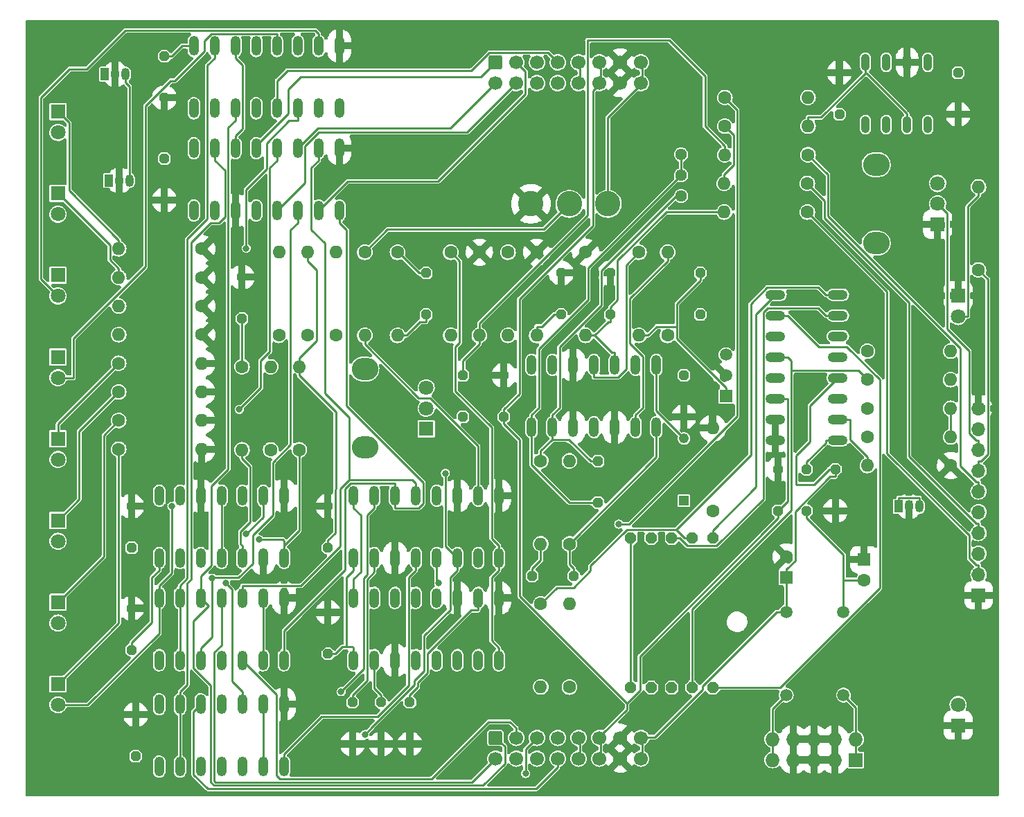
<source format=gbr>
G04 #@! TF.GenerationSoftware,KiCad,Pcbnew,(6.0.5)*
G04 #@! TF.CreationDate,2022-07-14T12:29:54-05:00*
G04 #@! TF.ProjectId,TuringMain,54757269-6e67-44d6-9169-6e2e6b696361,rev?*
G04 #@! TF.SameCoordinates,Original*
G04 #@! TF.FileFunction,Copper,L2,Bot*
G04 #@! TF.FilePolarity,Positive*
%FSLAX46Y46*%
G04 Gerber Fmt 4.6, Leading zero omitted, Abs format (unit mm)*
G04 Created by KiCad (PCBNEW (6.0.5)) date 2022-07-14 12:29:54*
%MOMM*%
%LPD*%
G01*
G04 APERTURE LIST*
G04 Aperture macros list*
%AMRoundRect*
0 Rectangle with rounded corners*
0 $1 Rounding radius*
0 $2 $3 $4 $5 $6 $7 $8 $9 X,Y pos of 4 corners*
0 Add a 4 corners polygon primitive as box body*
4,1,4,$2,$3,$4,$5,$6,$7,$8,$9,$2,$3,0*
0 Add four circle primitives for the rounded corners*
1,1,$1+$1,$2,$3*
1,1,$1+$1,$4,$5*
1,1,$1+$1,$6,$7*
1,1,$1+$1,$8,$9*
0 Add four rect primitives between the rounded corners*
20,1,$1+$1,$2,$3,$4,$5,0*
20,1,$1+$1,$4,$5,$6,$7,0*
20,1,$1+$1,$6,$7,$8,$9,0*
20,1,$1+$1,$8,$9,$2,$3,0*%
%AMOutline5P*
0 Free polygon, 5 corners , with rotation*
0 The origin of the aperture is its center*
0 number of corners: always 5*
0 $1 to $10 corner X, Y*
0 $11 Rotation angle, in degrees counterclockwise*
0 create outline with 5 corners*
4,1,5,$1,$2,$3,$4,$5,$6,$7,$8,$9,$10,$1,$2,$11*%
%AMOutline6P*
0 Free polygon, 6 corners , with rotation*
0 The origin of the aperture is its center*
0 number of corners: always 6*
0 $1 to $12 corner X, Y*
0 $13 Rotation angle, in degrees counterclockwise*
0 create outline with 6 corners*
4,1,6,$1,$2,$3,$4,$5,$6,$7,$8,$9,$10,$11,$12,$1,$2,$13*%
%AMOutline7P*
0 Free polygon, 7 corners , with rotation*
0 The origin of the aperture is its center*
0 number of corners: always 7*
0 $1 to $14 corner X, Y*
0 $15 Rotation angle, in degrees counterclockwise*
0 create outline with 7 corners*
4,1,7,$1,$2,$3,$4,$5,$6,$7,$8,$9,$10,$11,$12,$13,$14,$1,$2,$15*%
%AMOutline8P*
0 Free polygon, 8 corners , with rotation*
0 The origin of the aperture is its center*
0 number of corners: always 8*
0 $1 to $16 corner X, Y*
0 $17 Rotation angle, in degrees counterclockwise*
0 create outline with 8 corners*
4,1,8,$1,$2,$3,$4,$5,$6,$7,$8,$9,$10,$11,$12,$13,$14,$15,$16,$1,$2,$17*%
G04 Aperture macros list end*
G04 #@! TA.AperFunction,ComponentPad*
%ADD10R,1.800000X1.800000*%
G04 #@! TD*
G04 #@! TA.AperFunction,ComponentPad*
%ADD11C,1.800000*%
G04 #@! TD*
G04 #@! TA.AperFunction,ComponentPad*
%ADD12C,3.100000*%
G04 #@! TD*
G04 #@! TA.AperFunction,ComponentPad*
%ADD13C,1.440000*%
G04 #@! TD*
G04 #@! TA.AperFunction,ComponentPad*
%ADD14O,3.240000X2.720000*%
G04 #@! TD*
G04 #@! TA.AperFunction,ComponentPad*
%ADD15Outline8P,-0.675000X0.337500X-0.337500X0.675000X0.337500X0.675000X0.675000X0.337500X0.675000X-0.337500X0.337500X-0.675000X-0.337500X-0.675000X-0.675000X-0.337500X180.000000*%
G04 #@! TD*
G04 #@! TA.AperFunction,ComponentPad*
%ADD16RoundRect,0.250000X-0.600000X0.600000X-0.600000X-0.600000X0.600000X-0.600000X0.600000X0.600000X0*%
G04 #@! TD*
G04 #@! TA.AperFunction,ComponentPad*
%ADD17C,1.700000*%
G04 #@! TD*
G04 #@! TA.AperFunction,ComponentPad*
%ADD18C,1.600000*%
G04 #@! TD*
G04 #@! TA.AperFunction,ComponentPad*
%ADD19O,1.600000X1.600000*%
G04 #@! TD*
G04 #@! TA.AperFunction,ComponentPad*
%ADD20R,1.050000X1.500000*%
G04 #@! TD*
G04 #@! TA.AperFunction,ComponentPad*
%ADD21O,1.050000X1.500000*%
G04 #@! TD*
G04 #@! TA.AperFunction,ComponentPad*
%ADD22C,1.500000*%
G04 #@! TD*
G04 #@! TA.AperFunction,ComponentPad*
%ADD23Outline8P,-0.609600X0.304800X-0.304800X0.609600X0.304800X0.609600X0.609600X0.304800X0.609600X-0.304800X0.304800X-0.609600X-0.304800X-0.609600X-0.609600X-0.304800X270.000000*%
G04 #@! TD*
G04 #@! TA.AperFunction,ComponentPad*
%ADD24R,1.727200X1.727200*%
G04 #@! TD*
G04 #@! TA.AperFunction,ComponentPad*
%ADD25O,1.727200X1.727200*%
G04 #@! TD*
G04 #@! TA.AperFunction,ComponentPad*
%ADD26R,1.600000X1.600000*%
G04 #@! TD*
G04 #@! TA.AperFunction,ComponentPad*
%ADD27O,1.219200X2.438400*%
G04 #@! TD*
G04 #@! TA.AperFunction,ComponentPad*
%ADD28R,1.219200X1.219200*%
G04 #@! TD*
G04 #@! TA.AperFunction,ComponentPad*
%ADD29C,1.219200*%
G04 #@! TD*
G04 #@! TA.AperFunction,ComponentPad*
%ADD30Outline8P,-0.609600X0.304800X-0.304800X0.609600X0.304800X0.609600X0.609600X0.304800X0.609600X-0.304800X0.304800X-0.609600X-0.304800X-0.609600X-0.609600X-0.304800X90.000000*%
G04 #@! TD*
G04 #@! TA.AperFunction,ComponentPad*
%ADD31R,1.500000X1.500000*%
G04 #@! TD*
G04 #@! TA.AperFunction,ComponentPad*
%ADD32O,2.438400X1.219200*%
G04 #@! TD*
G04 #@! TA.AperFunction,ComponentPad*
%ADD33O,1.050000X2.100000*%
G04 #@! TD*
G04 #@! TA.AperFunction,ComponentPad*
%ADD34R,1.700000X1.700000*%
G04 #@! TD*
G04 #@! TA.AperFunction,ComponentPad*
%ADD35O,1.700000X1.700000*%
G04 #@! TD*
G04 #@! TA.AperFunction,ComponentPad*
%ADD36Outline8P,-0.609600X0.304800X-0.304800X0.609600X0.304800X0.609600X0.609600X0.304800X0.609600X-0.304800X0.304800X-0.609600X-0.304800X-0.609600X-0.609600X-0.304800X180.000000*%
G04 #@! TD*
G04 #@! TA.AperFunction,ViaPad*
%ADD37C,0.800000*%
G04 #@! TD*
G04 #@! TA.AperFunction,Conductor*
%ADD38C,0.250000*%
G04 #@! TD*
G04 APERTURE END LIST*
D10*
X60000000Y-58725000D03*
D11*
X60000000Y-61265000D03*
D10*
X170000000Y-133775000D03*
D11*
X170000000Y-131235000D03*
D10*
X60000000Y-128725000D03*
D11*
X60000000Y-131265000D03*
D10*
X60000000Y-118725000D03*
D11*
X60000000Y-121265000D03*
D10*
X60000000Y-68725000D03*
D11*
X60000000Y-71265000D03*
D10*
X170000000Y-81230000D03*
D11*
X170000000Y-83770000D03*
D12*
X127200000Y-70000000D03*
X122500000Y-70000000D03*
X117800000Y-70000000D03*
D10*
X60000000Y-78725000D03*
D11*
X60000000Y-81265000D03*
D13*
X136150000Y-69040000D03*
X136150000Y-66500000D03*
X136150000Y-63960000D03*
D10*
X60000000Y-98725000D03*
D11*
X60000000Y-101265000D03*
D14*
X160000000Y-74800000D03*
X160000000Y-65200000D03*
D10*
X167500000Y-72500000D03*
D11*
X167500000Y-70000000D03*
X167500000Y-67500000D03*
D15*
X132500000Y-110850000D03*
X135000000Y-110850000D03*
X137500000Y-110850000D03*
X130000000Y-110850000D03*
X130000000Y-129150000D03*
X140000000Y-110850000D03*
X140000000Y-129150000D03*
X137500000Y-129150000D03*
X135000000Y-129150000D03*
X132500000Y-129150000D03*
D10*
X60000000Y-108725000D03*
D11*
X60000000Y-111265000D03*
D14*
X97500000Y-99800000D03*
X97500000Y-90200000D03*
D10*
X105000000Y-97500000D03*
D11*
X105000000Y-95000000D03*
X105000000Y-92500000D03*
D10*
X60000000Y-88725000D03*
D11*
X60000000Y-91265000D03*
D16*
X113460000Y-135297500D03*
D17*
X113460000Y-137837500D03*
X116000000Y-135297500D03*
X116000000Y-137837500D03*
X118540000Y-135297500D03*
X118540000Y-137837500D03*
X121080000Y-135297500D03*
X121080000Y-137837500D03*
X123620000Y-135297500D03*
X123620000Y-137837500D03*
X126160000Y-135297500D03*
X126160000Y-137837500D03*
X128700000Y-135297500D03*
X128700000Y-137837500D03*
X131240000Y-135297500D03*
X131240000Y-137837500D03*
D18*
X158920000Y-98500000D03*
D19*
X169080000Y-98500000D03*
D18*
X134500000Y-86080000D03*
D19*
X134500000Y-75920000D03*
D18*
X140000000Y-107580000D03*
D19*
X140000000Y-97420000D03*
D18*
X151580000Y-67500000D03*
D19*
X141420000Y-67500000D03*
D18*
X141500000Y-60500000D03*
D19*
X151660000Y-60500000D03*
D20*
X65730000Y-54140000D03*
D21*
X67000000Y-54140000D03*
X68270000Y-54140000D03*
D18*
X97500000Y-75920000D03*
D19*
X97500000Y-86080000D03*
D22*
X149000000Y-130080000D03*
X149000000Y-119920000D03*
D23*
X148000000Y-107540000D03*
X148000000Y-102460000D03*
D24*
X157500000Y-138000000D03*
D25*
X157500000Y-135460000D03*
X154960000Y-138000000D03*
X154960000Y-135460000D03*
X152420000Y-138000000D03*
X152420000Y-135460000D03*
X149880000Y-138000000D03*
X149880000Y-135460000D03*
X147340000Y-138000000D03*
X147340000Y-135460000D03*
D23*
X114500000Y-90960000D03*
X114500000Y-96040000D03*
D18*
X158500000Y-116000000D03*
D26*
X158500000Y-113500000D03*
D18*
X87000000Y-86080000D03*
D19*
X87000000Y-75920000D03*
D27*
X96110000Y-105690000D03*
X98650000Y-105690000D03*
X101190000Y-105690000D03*
X103730000Y-105690000D03*
X106270000Y-105690000D03*
X108810000Y-105690000D03*
X111350000Y-105690000D03*
X113890000Y-105690000D03*
X113890000Y-113310000D03*
X111350000Y-113310000D03*
X108810000Y-113310000D03*
X106270000Y-113310000D03*
X103730000Y-113310000D03*
X101190000Y-113310000D03*
X98650000Y-113310000D03*
X96110000Y-113310000D03*
D28*
X136500000Y-106310000D03*
D29*
X136500000Y-98690000D03*
D18*
X67420000Y-100000000D03*
D19*
X77580000Y-100000000D03*
D18*
X77580000Y-75500000D03*
D19*
X67420000Y-75500000D03*
D18*
X119000000Y-118920000D03*
D19*
X119000000Y-129080000D03*
D30*
X73000000Y-57040000D03*
X73000000Y-51960000D03*
D23*
X126000000Y-101460000D03*
X126000000Y-106540000D03*
D30*
X73000000Y-69540000D03*
X73000000Y-64460000D03*
D18*
X158920000Y-91500000D03*
D19*
X169080000Y-91500000D03*
D18*
X77580000Y-82500000D03*
D19*
X67420000Y-82500000D03*
D18*
X151660000Y-64000000D03*
D19*
X141500000Y-64000000D03*
D18*
X122500000Y-111580000D03*
D19*
X122500000Y-101420000D03*
D18*
X151580000Y-71000000D03*
D19*
X141420000Y-71000000D03*
D18*
X118500000Y-75920000D03*
D19*
X118500000Y-86080000D03*
D30*
X103000000Y-136040000D03*
X103000000Y-130960000D03*
D23*
X127500000Y-78460000D03*
X127500000Y-83540000D03*
D30*
X69500000Y-137540000D03*
X69500000Y-132460000D03*
D18*
X67420000Y-89500000D03*
D19*
X77580000Y-89500000D03*
D30*
X69000000Y-112040000D03*
X69000000Y-106960000D03*
X99500000Y-136040000D03*
X99500000Y-130960000D03*
D31*
X141640000Y-93540000D03*
D22*
X141640000Y-91000000D03*
X141640000Y-88460000D03*
D27*
X72380000Y-118190000D03*
X74920000Y-118190000D03*
X77460000Y-118190000D03*
X80000000Y-118190000D03*
X82540000Y-118190000D03*
X85080000Y-118190000D03*
X87620000Y-118190000D03*
X87620000Y-125810000D03*
X85080000Y-125810000D03*
X82540000Y-125810000D03*
X80000000Y-125810000D03*
X77460000Y-125810000D03*
X74920000Y-125810000D03*
X72380000Y-125810000D03*
X117880000Y-89690000D03*
X120420000Y-89690000D03*
X122960000Y-89690000D03*
X125500000Y-89690000D03*
X128040000Y-89690000D03*
X130580000Y-89690000D03*
X133120000Y-89690000D03*
X133120000Y-97310000D03*
X130580000Y-97310000D03*
X128040000Y-97310000D03*
X125500000Y-97310000D03*
X122960000Y-97310000D03*
X120420000Y-97310000D03*
X117880000Y-97310000D03*
D18*
X115000000Y-75920000D03*
D19*
X115000000Y-86080000D03*
D18*
X90500000Y-86080000D03*
D19*
X90500000Y-75920000D03*
D23*
X151500000Y-102460000D03*
X151500000Y-107540000D03*
X69000000Y-119460000D03*
X69000000Y-124540000D03*
X136500000Y-90960000D03*
X136500000Y-96040000D03*
D18*
X67420000Y-96500000D03*
D19*
X77580000Y-96500000D03*
D18*
X108000000Y-75920000D03*
D19*
X108000000Y-86080000D03*
D27*
X72380000Y-131190000D03*
X74920000Y-131190000D03*
X77460000Y-131190000D03*
X80000000Y-131190000D03*
X82540000Y-131190000D03*
X85080000Y-131190000D03*
X87620000Y-131190000D03*
X87620000Y-138810000D03*
X85080000Y-138810000D03*
X82540000Y-138810000D03*
X80000000Y-138810000D03*
X77460000Y-138810000D03*
X74920000Y-138810000D03*
X72380000Y-138810000D03*
D18*
X86000000Y-100080000D03*
D19*
X86000000Y-89920000D03*
D18*
X122500000Y-129080000D03*
D19*
X122500000Y-118920000D03*
D18*
X82500000Y-89920000D03*
D19*
X82500000Y-100080000D03*
D18*
X89500000Y-100080000D03*
D19*
X89500000Y-89920000D03*
D23*
X155500000Y-53960000D03*
X155500000Y-59040000D03*
D20*
X162730000Y-107000000D03*
D21*
X164000000Y-107000000D03*
X165270000Y-107000000D03*
D18*
X77580000Y-86000000D03*
D19*
X67420000Y-86000000D03*
D23*
X170000000Y-53960000D03*
X170000000Y-59040000D03*
D18*
X94000000Y-86080000D03*
D19*
X94000000Y-75920000D03*
D18*
X131000000Y-75920000D03*
D19*
X131000000Y-86080000D03*
D27*
X72380000Y-105690000D03*
X74920000Y-105690000D03*
X77460000Y-105690000D03*
X80000000Y-105690000D03*
X82540000Y-105690000D03*
X85080000Y-105690000D03*
X87620000Y-105690000D03*
X87620000Y-113310000D03*
X85080000Y-113310000D03*
X82540000Y-113310000D03*
X80000000Y-113310000D03*
X77460000Y-113310000D03*
X74920000Y-113310000D03*
X72380000Y-113310000D03*
D20*
X66230000Y-67140000D03*
D21*
X67500000Y-67140000D03*
X68770000Y-67140000D03*
D18*
X158920000Y-95000000D03*
D19*
X169080000Y-95000000D03*
D27*
X76610000Y-63190000D03*
X79150000Y-63190000D03*
X81690000Y-63190000D03*
X84230000Y-63190000D03*
X86770000Y-63190000D03*
X89310000Y-63190000D03*
X91850000Y-63190000D03*
X94390000Y-63190000D03*
X94390000Y-70810000D03*
X91850000Y-70810000D03*
X89310000Y-70810000D03*
X86770000Y-70810000D03*
X84230000Y-70810000D03*
X81690000Y-70810000D03*
X79150000Y-70810000D03*
X76610000Y-70810000D03*
D18*
X101500000Y-75920000D03*
D19*
X101500000Y-86080000D03*
D18*
X141500000Y-57000000D03*
D19*
X151660000Y-57000000D03*
D23*
X82500000Y-78960000D03*
X82500000Y-84040000D03*
D30*
X93000000Y-112040000D03*
X93000000Y-106960000D03*
X138500000Y-83540000D03*
X138500000Y-78460000D03*
D26*
X149000000Y-115682400D03*
D18*
X149000000Y-113182400D03*
D23*
X105000000Y-78460000D03*
X105000000Y-83540000D03*
D30*
X96000000Y-136040000D03*
X96000000Y-130960000D03*
D32*
X147690000Y-98890000D03*
X147690000Y-96350000D03*
X147690000Y-93810000D03*
X147690000Y-91270000D03*
X147690000Y-88730000D03*
X147690000Y-86190000D03*
X147690000Y-83650000D03*
X147690000Y-81110000D03*
X155310000Y-81110000D03*
X155310000Y-83650000D03*
X155310000Y-86190000D03*
X155310000Y-88730000D03*
X155310000Y-91270000D03*
X155310000Y-93810000D03*
X155310000Y-96350000D03*
X155310000Y-98890000D03*
D30*
X155000000Y-107540000D03*
X155000000Y-102460000D03*
D18*
X119000000Y-101420000D03*
D19*
X119000000Y-111580000D03*
D30*
X93000000Y-125040000D03*
X93000000Y-119960000D03*
D18*
X124500000Y-75920000D03*
D19*
X124500000Y-86080000D03*
D18*
X169080000Y-102000000D03*
D19*
X158920000Y-102000000D03*
D18*
X67420000Y-93000000D03*
D19*
X77580000Y-93000000D03*
D30*
X109500000Y-96040000D03*
X109500000Y-90960000D03*
D23*
X121500000Y-78460000D03*
X121500000Y-83540000D03*
D18*
X172500000Y-78080000D03*
D19*
X172500000Y-67920000D03*
D18*
X158920000Y-88000000D03*
D19*
X169080000Y-88000000D03*
D33*
X158690000Y-52690000D03*
X161230000Y-52690000D03*
X163770000Y-52690000D03*
X166310000Y-52690000D03*
X166310000Y-60310000D03*
X163770000Y-60310000D03*
X161230000Y-60310000D03*
X158690000Y-60310000D03*
D27*
X76610000Y-50690000D03*
X79150000Y-50690000D03*
X81690000Y-50690000D03*
X84230000Y-50690000D03*
X86770000Y-50690000D03*
X89310000Y-50690000D03*
X91850000Y-50690000D03*
X94390000Y-50690000D03*
X94390000Y-58310000D03*
X91850000Y-58310000D03*
X89310000Y-58310000D03*
X86770000Y-58310000D03*
X84230000Y-58310000D03*
X81690000Y-58310000D03*
X79150000Y-58310000D03*
X76610000Y-58310000D03*
D18*
X77580000Y-79000000D03*
D19*
X67420000Y-79000000D03*
D16*
X113460000Y-52697500D03*
D17*
X113460000Y-55237500D03*
X116000000Y-52697500D03*
X116000000Y-55237500D03*
X118540000Y-52697500D03*
X118540000Y-55237500D03*
X121080000Y-52697500D03*
X121080000Y-55237500D03*
X123620000Y-52697500D03*
X123620000Y-55237500D03*
X126160000Y-52697500D03*
X126160000Y-55237500D03*
X128700000Y-52697500D03*
X128700000Y-55237500D03*
X131240000Y-52697500D03*
X131240000Y-55237500D03*
D27*
X96110000Y-118190000D03*
X98650000Y-118190000D03*
X101190000Y-118190000D03*
X103730000Y-118190000D03*
X106270000Y-118190000D03*
X108810000Y-118190000D03*
X111350000Y-118190000D03*
X113890000Y-118190000D03*
X113890000Y-125810000D03*
X111350000Y-125810000D03*
X108810000Y-125810000D03*
X106270000Y-125810000D03*
X103730000Y-125810000D03*
X101190000Y-125810000D03*
X98650000Y-125810000D03*
X96110000Y-125810000D03*
D34*
X172500000Y-117860000D03*
D35*
X172500000Y-115320000D03*
X172500000Y-112780000D03*
X172500000Y-110240000D03*
X172500000Y-107700000D03*
X172500000Y-105160000D03*
X172500000Y-102620000D03*
X172500000Y-100080000D03*
X172500000Y-97540000D03*
X172500000Y-95000000D03*
D18*
X111500000Y-75920000D03*
D19*
X111500000Y-86080000D03*
D22*
X156000000Y-130080000D03*
X156000000Y-119920000D03*
D36*
X123040000Y-115500000D03*
X117960000Y-115500000D03*
D37*
X152400000Y-106300000D03*
X94600700Y-129645200D03*
X106537700Y-116395000D03*
X80500000Y-116403700D03*
X60800000Y-51600000D03*
X64550000Y-135150000D03*
X151250000Y-97000000D03*
X163900000Y-128000000D03*
X146500000Y-75200000D03*
X90250000Y-117900000D03*
X117150000Y-139650000D03*
X97500000Y-134900000D03*
X107350000Y-102950000D03*
X83000000Y-75450000D03*
X73922600Y-106980800D03*
X82150000Y-95150000D03*
X78850000Y-115776900D03*
X128531100Y-109162900D03*
X83009900Y-110375700D03*
X84600000Y-111050000D03*
D38*
X61900000Y-91265000D02*
X60000000Y-91265000D01*
X61900000Y-86457600D02*
X61900000Y-91265000D01*
X70695900Y-77661700D02*
X61900000Y-86457600D01*
X74264800Y-54945600D02*
X73768200Y-54945600D01*
X73768200Y-54945600D02*
X70695900Y-58017900D01*
X78764900Y-49193100D02*
X77880000Y-50078000D01*
X86770000Y-49193100D02*
X78764900Y-49193100D01*
X77880000Y-51330400D02*
X74264800Y-54945600D01*
X70695900Y-58017900D02*
X70695900Y-77661700D01*
X86770000Y-50690000D02*
X86770000Y-49193100D01*
X77880000Y-50078000D02*
X77880000Y-51330400D01*
X57900000Y-79175000D02*
X60000000Y-81275000D01*
X57900000Y-57000000D02*
X57900000Y-79175000D01*
X63534700Y-53500000D02*
X61400000Y-53500000D01*
X91446800Y-48789900D02*
X68244800Y-48789900D01*
X91850000Y-49193100D02*
X91446800Y-48789900D01*
X91850000Y-50690000D02*
X91850000Y-49193100D01*
X68244800Y-48789900D02*
X63534700Y-53500000D01*
X61400000Y-53500000D02*
X57900000Y-57000000D01*
X149186900Y-106353100D02*
X148000000Y-107540000D01*
X149186900Y-93810000D02*
X149186900Y-106353100D01*
X147690000Y-93810000D02*
X149186900Y-93810000D01*
X154240000Y-102460000D02*
X155000000Y-102460000D01*
X152400000Y-104300000D02*
X154240000Y-102460000D01*
X150200000Y-104300000D02*
X152400000Y-104300000D01*
X150200000Y-100800000D02*
X150200000Y-104300000D01*
X151926911Y-99073089D02*
X150200000Y-100800000D01*
X151926911Y-94653089D02*
X151926911Y-99073089D01*
X155310000Y-91270000D02*
X151926911Y-94653089D01*
X147690000Y-88730000D02*
X149186900Y-88730000D01*
X157795000Y-90375000D02*
X158920000Y-91500000D01*
X137500000Y-129150000D02*
X137500000Y-119612400D01*
X97359900Y-126886000D02*
X94600700Y-129645200D01*
X149622000Y-90375000D02*
X157795000Y-90375000D01*
X137500000Y-119612400D02*
X149622000Y-107490400D01*
X149622000Y-107490400D02*
X149622000Y-90375000D01*
X98650000Y-105690000D02*
X98650000Y-107186900D01*
X97762700Y-115346200D02*
X97359900Y-115749000D01*
X97359900Y-115749000D02*
X97359900Y-126886000D01*
X98650000Y-107186900D02*
X97762700Y-108074200D01*
X149622000Y-90375000D02*
X149622000Y-89165100D01*
X97762700Y-108074200D02*
X97762700Y-115346200D01*
X149622000Y-89165100D02*
X149186900Y-88730000D01*
X79150000Y-64686900D02*
X80400000Y-65936900D01*
X79150000Y-63190000D02*
X79150000Y-64686900D01*
X123770000Y-135212500D02*
X123770000Y-137752500D01*
X75807300Y-116375500D02*
X75807300Y-128805800D01*
X76280600Y-115902200D02*
X75807300Y-116375500D01*
X76280600Y-74669400D02*
X76280600Y-115902200D01*
X74920000Y-129693100D02*
X74920000Y-131190000D01*
X79693880Y-72306120D02*
X78643880Y-72306120D01*
X80400000Y-71600000D02*
X79693880Y-72306120D01*
X74920000Y-138810000D02*
X74920000Y-131190000D01*
X75807300Y-128805800D02*
X74920000Y-129693100D01*
X78643880Y-72306120D02*
X76280600Y-74669400D01*
X85080000Y-138810000D02*
X85080000Y-131190000D01*
X80400000Y-65936900D02*
X80400000Y-71600000D01*
X118450000Y-141550000D02*
X121080000Y-138920000D01*
X78336672Y-141550000D02*
X118450000Y-141550000D01*
X76573480Y-132076520D02*
X76573480Y-139786808D01*
X77460000Y-131190000D02*
X76573480Y-132076520D01*
X76573480Y-139786808D02*
X78336672Y-141550000D01*
X121080000Y-138920000D02*
X121080000Y-137837500D01*
X80500000Y-116403700D02*
X81250000Y-117153700D01*
X160420100Y-91475800D02*
X156404300Y-87460000D01*
X81250000Y-128403100D02*
X82540000Y-129693100D01*
X81250000Y-117153700D02*
X81250000Y-128403100D01*
X148264800Y-129150000D02*
X160420100Y-116994700D01*
X152996900Y-87460000D02*
X149186900Y-83650000D01*
X147690000Y-83650000D02*
X149186900Y-83650000D01*
X106270000Y-116127300D02*
X106270000Y-113310000D01*
X106537700Y-116395000D02*
X106270000Y-116127300D01*
X140000000Y-129150000D02*
X148264800Y-129150000D01*
X156404300Y-87460000D02*
X152996900Y-87460000D01*
X82540000Y-129693100D02*
X82540000Y-131190000D01*
X160420100Y-116994700D02*
X160420100Y-91475800D01*
X92246100Y-132687000D02*
X87620000Y-137313100D01*
X102842700Y-128926800D02*
X99082500Y-132687000D01*
X103730000Y-114806900D02*
X102842700Y-115694200D01*
X99082500Y-132687000D02*
X92246100Y-132687000D01*
X102842700Y-115694200D02*
X102842700Y-128926800D01*
X103730000Y-113310000D02*
X103730000Y-114806900D01*
X87620000Y-138810000D02*
X87620000Y-137313100D01*
X145289100Y-104606900D02*
X145289100Y-83510900D01*
X145289100Y-83510900D02*
X147690000Y-81110000D01*
X140000000Y-109896000D02*
X145289100Y-104606900D01*
X140000000Y-110850000D02*
X140000000Y-109896000D01*
X117150000Y-139650000D02*
X117150000Y-136687500D01*
X117150000Y-136687500D02*
X118540000Y-135297500D01*
X103552000Y-128794500D02*
X103552000Y-128295800D01*
X82985600Y-68261900D02*
X85479900Y-65767600D01*
X107922700Y-119633700D02*
X107922700Y-115694200D01*
X83000000Y-75450000D02*
X82985600Y-75435600D01*
X98404500Y-133942000D02*
X103552000Y-128794500D01*
X103552000Y-128295800D02*
X104736600Y-127111200D01*
X108810000Y-114806900D02*
X108810000Y-113310000D01*
X107350000Y-111850000D02*
X108810000Y-113310000D01*
X107922700Y-115694200D02*
X108810000Y-114806900D01*
X89310000Y-59806900D02*
X89310000Y-58310000D01*
X98404500Y-133995500D02*
X98404500Y-133942000D01*
X82985600Y-75435600D02*
X82985600Y-68261900D01*
X85479900Y-65767600D02*
X85479900Y-62581700D01*
X104736600Y-122819800D02*
X107922700Y-119633700D01*
X107350000Y-102950000D02*
X107350000Y-111850000D01*
X85479900Y-62581700D02*
X88254700Y-59806900D01*
X104736600Y-127111200D02*
X104736600Y-122819800D01*
X97500000Y-134900000D02*
X98404500Y-133995500D01*
X88254700Y-59806900D02*
X89310000Y-59806900D01*
X93950000Y-104837800D02*
X93893480Y-104894320D01*
X150077700Y-107604400D02*
X150077700Y-113661800D01*
X94745300Y-124183200D02*
X93888500Y-125040000D01*
X138750000Y-129409400D02*
X132946900Y-135212500D01*
X68770000Y-67140000D02*
X68770000Y-55667700D01*
X125500000Y-91186900D02*
X128454800Y-91186900D01*
X68770000Y-55667700D02*
X68270000Y-55167700D01*
X149134800Y-114604700D02*
X149000000Y-114604700D01*
X93893480Y-104894320D02*
X93893480Y-110258020D01*
X147822400Y-119920000D02*
X138750000Y-128992400D01*
X96110000Y-113310000D02*
X96110000Y-114806900D01*
X95222700Y-115694200D02*
X95222700Y-124183200D01*
X93893480Y-110258020D02*
X93000000Y-111151500D01*
X90500000Y-75920000D02*
X90500000Y-76997700D01*
X155000000Y-102460000D02*
X155000000Y-103348500D01*
X155000000Y-103348500D02*
X154333600Y-103348500D01*
X96110000Y-124313100D02*
X95980100Y-124183200D01*
X89500000Y-90997700D02*
X93950000Y-95447700D01*
X93950000Y-95447700D02*
X93950000Y-104837800D01*
X131390000Y-135212500D02*
X131390000Y-137752500D01*
X91579100Y-86763200D02*
X89500000Y-88842300D01*
X93000000Y-111151500D02*
X93000000Y-112040000D01*
X96110000Y-125810000D02*
X96110000Y-124313100D01*
X95980100Y-124183200D02*
X95222700Y-124183200D01*
X127200000Y-59442500D02*
X131390000Y-55252500D01*
X93000000Y-125040000D02*
X93888500Y-125040000D01*
X71492700Y-121158800D02*
X71492700Y-115694200D01*
X149000000Y-115682400D02*
X149000000Y-114604700D01*
X89500000Y-89920000D02*
X89500000Y-88842300D01*
X129439100Y-77480900D02*
X131000000Y-75920000D01*
X129439100Y-90202600D02*
X129439100Y-77480900D01*
X71492700Y-115694200D02*
X72380000Y-114806900D01*
X89500000Y-89920000D02*
X89500000Y-90997700D01*
X90500000Y-76997700D02*
X91579100Y-78076800D01*
X69000000Y-124540000D02*
X69000000Y-123651500D01*
X131390000Y-52712500D02*
X131390000Y-55252500D01*
X149000000Y-119920000D02*
X147822400Y-119920000D01*
X69000000Y-123651500D02*
X71492700Y-121158800D01*
X132946900Y-135212500D02*
X131390000Y-135212500D01*
X127200000Y-70000000D02*
X127200000Y-59442500D01*
X125500000Y-89690000D02*
X125500000Y-91186900D01*
X91579100Y-78076800D02*
X91579100Y-86763200D01*
X128454800Y-91186900D02*
X129439100Y-90202600D01*
X138750000Y-128992400D02*
X138750000Y-129409400D01*
X95222700Y-124183200D02*
X94745300Y-124183200D01*
X96110000Y-114806900D02*
X95222700Y-115694200D01*
X149000000Y-115682400D02*
X149000000Y-119920000D01*
X154333600Y-103348500D02*
X150077700Y-107604400D01*
X150077700Y-113661800D02*
X149134800Y-114604700D01*
X72380000Y-113310000D02*
X72380000Y-114806900D01*
X68270000Y-54140000D02*
X68270000Y-55167700D01*
X72380000Y-122518900D02*
X63623900Y-131275000D01*
X82150000Y-95150000D02*
X84794400Y-92505600D01*
X85882700Y-88076900D02*
X85882700Y-65574200D01*
X73922600Y-115150500D02*
X72380000Y-116693100D01*
X72380000Y-118190000D02*
X72380000Y-122518900D01*
X84794400Y-92505600D02*
X84794400Y-89165200D01*
X72380000Y-118190000D02*
X72380000Y-116693100D01*
X86770000Y-64686900D02*
X86770000Y-63190000D01*
X84794400Y-89165200D02*
X85882700Y-88076900D01*
X63623900Y-131275000D02*
X60000000Y-131275000D01*
X85882700Y-65574200D02*
X86770000Y-64686900D01*
X73922600Y-106980800D02*
X73922600Y-115150500D01*
X78262700Y-71860800D02*
X75807300Y-74316200D01*
X123770000Y-52712500D02*
X123770000Y-55252500D01*
X79150000Y-52186900D02*
X78262700Y-53074200D01*
X79150000Y-50690000D02*
X79150000Y-52186900D01*
X75807300Y-115805800D02*
X74920000Y-116693100D01*
X74920000Y-118190000D02*
X74920000Y-116693100D01*
X78262700Y-53074200D02*
X78262700Y-71860800D01*
X74920000Y-125810000D02*
X74920000Y-118190000D01*
X85080000Y-125810000D02*
X85080000Y-118190000D01*
X75807300Y-74316200D02*
X75807300Y-115805800D01*
X77460000Y-118190000D02*
X78431980Y-119161980D01*
X76573480Y-126786808D02*
X78698080Y-128911408D01*
X78707200Y-114255900D02*
X77460000Y-115503100D01*
X78698080Y-128911408D02*
X78698080Y-140748080D01*
X81690000Y-58310000D02*
X81690000Y-59806900D01*
X81690000Y-59806900D02*
X80802700Y-60694200D01*
X114600000Y-138450000D02*
X114600000Y-136350000D01*
X78707200Y-104542800D02*
X78707200Y-114255900D01*
X79091560Y-141109960D02*
X111940040Y-141109960D01*
X76573480Y-121020480D02*
X76573480Y-126786808D01*
X111940040Y-141109960D02*
X114600000Y-138450000D01*
X113547500Y-135297500D02*
X113460000Y-135297500D01*
X77460000Y-115503100D02*
X77460000Y-118190000D01*
X80802700Y-60694200D02*
X80802700Y-102447300D01*
X114600000Y-136350000D02*
X113547500Y-135297500D01*
X78698080Y-140748080D02*
X79050000Y-141100000D01*
X78431980Y-119161980D02*
X76573480Y-121020480D01*
X80802700Y-102447300D02*
X78707200Y-104542800D01*
X79258040Y-140708040D02*
X110589460Y-140708040D01*
X79100000Y-140550000D02*
X79258040Y-140708040D01*
X80000000Y-123946672D02*
X79100000Y-124846672D01*
X110589460Y-140708040D02*
X113460000Y-137837500D01*
X79100000Y-124846672D02*
X79100000Y-140550000D01*
X80000000Y-118190000D02*
X80000000Y-123946672D01*
X91850000Y-63190000D02*
X91850000Y-64686900D01*
X95585500Y-103770700D02*
X94500000Y-104856200D01*
X103730000Y-105690000D02*
X103730000Y-104193100D01*
X92600000Y-93150000D02*
X95585500Y-96135500D01*
X82540000Y-116693100D02*
X82540000Y-118190000D01*
X89705500Y-116693100D02*
X82540000Y-116693100D01*
X90962700Y-73192400D02*
X92600000Y-74829700D01*
X92600000Y-74829700D02*
X92600000Y-93150000D01*
X94500000Y-111898600D02*
X89705500Y-116693100D01*
X103730000Y-104193100D02*
X103307600Y-103770700D01*
X90962700Y-65574200D02*
X90962700Y-73192400D01*
X91850000Y-64686900D02*
X90962700Y-65574200D01*
X103307600Y-103770700D02*
X95585500Y-103770700D01*
X95585500Y-96135500D02*
X95585500Y-103770700D01*
X94500000Y-104856200D02*
X94500000Y-111898600D01*
X155310000Y-83650000D02*
X153813100Y-83650000D01*
X95277300Y-94727300D02*
X95277300Y-73194200D01*
X104620300Y-106666300D02*
X104620300Y-104070300D01*
X101190000Y-104193100D02*
X95740200Y-104193100D01*
X146705800Y-82762600D02*
X146193100Y-83275300D01*
X104099700Y-107186900D02*
X104620300Y-106666300D01*
X152925700Y-82762600D02*
X146705800Y-82762600D01*
X94390000Y-72306900D02*
X94390000Y-70810000D01*
X140484000Y-111812800D02*
X136916800Y-111812800D01*
X153813100Y-83650000D02*
X152925700Y-82762600D01*
X146193100Y-106103700D02*
X140484000Y-111812800D01*
X101190000Y-105690000D02*
X101190000Y-107186900D01*
X87620000Y-122192700D02*
X87620000Y-125810000D01*
X135000000Y-110850000D02*
X135954000Y-110850000D01*
X101190000Y-107186900D02*
X104099700Y-107186900D01*
X95740200Y-104193100D02*
X95050000Y-104883300D01*
X136916800Y-111812800D02*
X135954000Y-110850000D01*
X95277300Y-73194200D02*
X94390000Y-72306900D01*
X101190000Y-105690000D02*
X101190000Y-104193100D01*
X95050000Y-104883300D02*
X95050000Y-114762700D01*
X146193100Y-83275300D02*
X146193100Y-106103700D01*
X104620300Y-104070300D02*
X95277300Y-94727300D01*
X95050000Y-114762700D02*
X87620000Y-122192700D01*
X87108040Y-140306120D02*
X105643880Y-140306120D01*
X105643880Y-140306120D02*
X112600000Y-133350000D01*
X115250000Y-133350000D02*
X116000000Y-134100000D01*
X86733480Y-139931560D02*
X87108040Y-140306120D01*
X82540000Y-125810000D02*
X86733480Y-130003480D01*
X112600000Y-133350000D02*
X115250000Y-133350000D01*
X86733480Y-130003480D02*
X86733480Y-139931560D01*
X116000000Y-134100000D02*
X116000000Y-135297500D01*
X155310000Y-81110000D02*
X153813100Y-81110000D01*
X89310000Y-72306900D02*
X89310000Y-70810000D01*
X122984100Y-116940400D02*
X120979600Y-116940400D01*
X83810000Y-110534200D02*
X86288400Y-108055800D01*
X78850000Y-115776900D02*
X78900100Y-115726800D01*
X86288400Y-101602000D02*
X88422200Y-99468200D01*
X135533600Y-109837600D02*
X129524900Y-109837600D01*
X86288400Y-108055800D02*
X86288400Y-101602000D01*
X77460000Y-124313100D02*
X77460000Y-125810000D01*
X144658400Y-100712800D02*
X135533600Y-109837600D01*
X82062700Y-115726800D02*
X83810000Y-113979500D01*
X88422200Y-99468200D02*
X88422200Y-73194700D01*
X120979600Y-116940400D02*
X119000000Y-118920000D01*
X78833900Y-115793000D02*
X78833900Y-122939200D01*
X135533600Y-109837600D02*
X136546000Y-110850000D01*
X78850000Y-115776900D02*
X78833900Y-115793000D01*
X78833900Y-122939200D02*
X77460000Y-124313100D01*
X129524900Y-109837600D02*
X125083200Y-114279300D01*
X137500000Y-110850000D02*
X136546000Y-110850000D01*
X152925700Y-80222600D02*
X146680400Y-80222600D01*
X83810000Y-113979500D02*
X83810000Y-110534200D01*
X78900100Y-115726800D02*
X82062700Y-115726800D01*
X125083200Y-114841300D02*
X122984100Y-116940400D01*
X153813100Y-81110000D02*
X152925700Y-80222600D01*
X125083200Y-114279300D02*
X125083200Y-114841300D01*
X88422200Y-73194700D02*
X89310000Y-72306900D01*
X146680400Y-80222600D02*
X144658400Y-82244600D01*
X144658400Y-82244600D02*
X144658400Y-100712800D01*
X76610000Y-50690000D02*
X75158500Y-50690000D01*
X73000000Y-51960000D02*
X73888500Y-51960000D01*
X75158500Y-50690000D02*
X73888500Y-51960000D01*
X113890000Y-113310000D02*
X113890000Y-111813100D01*
X108567600Y-92887200D02*
X108567600Y-87488100D01*
X113890000Y-125810000D02*
X113890000Y-124313100D01*
X113890000Y-124313100D02*
X113002700Y-123425800D01*
X96110000Y-118190000D02*
X96110000Y-116693100D01*
X113002700Y-123425800D02*
X113002700Y-115694200D01*
X96110000Y-115890000D02*
X96110000Y-116693100D01*
X82577300Y-53074200D02*
X81690000Y-52186900D01*
X113890000Y-113310000D02*
X113890000Y-114806900D01*
X96110000Y-105690000D02*
X96110000Y-107186900D01*
X108567600Y-87488100D02*
X109084900Y-86970800D01*
X81690000Y-61693100D02*
X82577300Y-60805800D01*
X81690000Y-50690000D02*
X81690000Y-52186900D01*
X113002700Y-110925800D02*
X113002700Y-97322300D01*
X109084900Y-77004900D02*
X108000000Y-75920000D01*
X113002700Y-97322300D02*
X108567600Y-92887200D01*
X113002700Y-115694200D02*
X113890000Y-114806900D01*
X96110000Y-107186900D02*
X96997300Y-108074200D01*
X81690000Y-63190000D02*
X81690000Y-61693100D01*
X109084900Y-86970800D02*
X109084900Y-77004900D01*
X113890000Y-111813100D02*
X113002700Y-110925800D01*
X82577300Y-60805800D02*
X82577300Y-53074200D01*
X96997300Y-108074200D02*
X96997300Y-115002700D01*
X96997300Y-115002700D02*
X96110000Y-115890000D01*
X112712323Y-51500000D02*
X119882500Y-51500000D01*
X119882500Y-51500000D02*
X121080000Y-52697500D01*
X86770000Y-54961600D02*
X88031600Y-53700000D01*
X86770000Y-58310000D02*
X86770000Y-54961600D01*
X88031600Y-53700000D02*
X110512323Y-53700000D01*
X110512323Y-53700000D02*
X112712323Y-51500000D01*
X173633700Y-79213700D02*
X172500000Y-78080000D01*
X172500000Y-101492300D02*
X172781900Y-101492300D01*
X172500000Y-102620000D02*
X172500000Y-101492300D01*
X173633700Y-100640500D02*
X173633700Y-79213700D01*
X172781900Y-101492300D02*
X173633700Y-100640500D01*
X84230000Y-63190000D02*
X84230000Y-62870000D01*
X111707500Y-54450000D02*
X113460000Y-52697500D01*
X88150000Y-56000000D02*
X89700000Y-54450000D01*
X88150000Y-58950000D02*
X88150000Y-56000000D01*
X84230000Y-62870000D02*
X88150000Y-58950000D01*
X89700000Y-54450000D02*
X111707500Y-54450000D01*
X89310000Y-63190000D02*
X91750000Y-60750000D01*
X107947500Y-60750000D02*
X113460000Y-55237500D01*
X91750000Y-60750000D02*
X107947500Y-60750000D01*
X106450000Y-67250000D02*
X117126911Y-56573089D01*
X117126911Y-53824411D02*
X116000000Y-52697500D01*
X95410000Y-67250000D02*
X106450000Y-67250000D01*
X91850000Y-70810000D02*
X95410000Y-67250000D01*
X117126911Y-56573089D02*
X117126911Y-53824411D01*
X90196520Y-62903480D02*
X91850000Y-61250000D01*
X90196520Y-67383480D02*
X90196520Y-62903480D01*
X91850000Y-61250000D02*
X109987500Y-61250000D01*
X109987500Y-61250000D02*
X116000000Y-55237500D01*
X86770000Y-70810000D02*
X90196520Y-67383480D01*
X116391500Y-81622600D02*
X116391500Y-93260000D01*
X126310000Y-52712500D02*
X126310000Y-55252500D01*
X116450000Y-98878500D02*
X114500000Y-96928500D01*
X114500000Y-96040000D02*
X114500000Y-95151500D01*
X129540200Y-131056100D02*
X116450000Y-117965900D01*
X126618800Y-134903700D02*
X126618800Y-134749300D01*
X131122300Y-129474000D02*
X129540200Y-131056100D01*
X114500000Y-96928500D02*
X114500000Y-96040000D01*
X126310000Y-135212500D02*
X126310000Y-137752500D01*
X125365000Y-56197500D02*
X125365000Y-72649100D01*
X156000000Y-116000000D02*
X158500000Y-116000000D01*
X129540200Y-131056200D02*
X129540200Y-131056100D01*
X156000000Y-119920000D02*
X156000000Y-116000000D01*
X131122300Y-125306200D02*
X131122300Y-129474000D01*
X156000000Y-116000000D02*
X156000000Y-112928500D01*
X116391500Y-93260000D02*
X114500000Y-95151500D01*
X151500000Y-107540000D02*
X151500000Y-108428500D01*
X126618800Y-134749300D02*
X129540200Y-131827900D01*
X129540200Y-131827900D02*
X129540200Y-131056200D01*
X116450000Y-117965900D02*
X116450000Y-98878500D01*
X148000000Y-108428500D02*
X131122300Y-125306200D01*
X126310000Y-135212500D02*
X126618800Y-134903700D01*
X126310000Y-55252500D02*
X125365000Y-56197500D01*
X125365000Y-72649100D02*
X116391500Y-81622600D01*
X148000000Y-107540000D02*
X148000000Y-108428500D01*
X156000000Y-112928500D02*
X151500000Y-108428500D01*
X155310000Y-98890000D02*
X153813100Y-98890000D01*
X153813100Y-99258400D02*
X151500000Y-101571500D01*
X151500000Y-102460000D02*
X151500000Y-101571500D01*
X153813100Y-98890000D02*
X153813100Y-99258400D01*
X131000000Y-86080000D02*
X132077700Y-86080000D01*
X138500000Y-79348500D02*
X135634300Y-82214200D01*
X135634300Y-85000600D02*
X133157100Y-85000600D01*
X135634300Y-82214200D02*
X135634300Y-85000600D01*
X135634300Y-86506600D02*
X135634300Y-85000600D01*
X133157100Y-85000600D02*
X132077700Y-86080000D01*
X141640000Y-93540000D02*
X141640000Y-92512300D01*
X141640000Y-92512300D02*
X135634300Y-86506600D01*
X138500000Y-78460000D02*
X138500000Y-79348500D01*
X124812800Y-81716200D02*
X124812800Y-77837200D01*
X117880000Y-97310000D02*
X117880000Y-95813100D01*
X122520400Y-106540000D02*
X126000000Y-106540000D01*
X117880000Y-97310000D02*
X117880000Y-101899600D01*
X117880000Y-101899600D02*
X122520400Y-106540000D01*
X118767300Y-87761700D02*
X124812800Y-81716200D01*
X136150000Y-63960000D02*
X136150000Y-66500000D01*
X124812800Y-77837200D02*
X136150000Y-66500000D01*
X117880000Y-95813100D02*
X118767300Y-94925800D01*
X118767300Y-94925800D02*
X118767300Y-87761700D01*
X124700000Y-55751194D02*
X124746911Y-55704283D01*
X124746911Y-55704283D02*
X124746911Y-54770717D01*
X111500000Y-84633500D02*
X124700000Y-71433500D01*
X124723806Y-50000000D02*
X134700000Y-50000000D01*
X141500000Y-62922300D02*
X141500000Y-64000000D01*
X124746911Y-54770717D02*
X124700000Y-54723806D01*
X139077800Y-54377800D02*
X139077800Y-60500100D01*
X124700000Y-52183806D02*
X124700000Y-50023806D01*
X124700000Y-53211194D02*
X124746911Y-53164283D01*
X139077800Y-60500100D02*
X141500000Y-62922300D01*
X134700000Y-50000000D02*
X139077800Y-54377800D01*
X124700000Y-54723806D02*
X124700000Y-53211194D01*
X124700000Y-71433500D02*
X124700000Y-55751194D01*
X124746911Y-52230717D02*
X124700000Y-52183806D01*
X111500000Y-86080000D02*
X111500000Y-87157700D01*
X109500000Y-89157700D02*
X109500000Y-90960000D01*
X124700000Y-50023806D02*
X124723806Y-50000000D01*
X111500000Y-86080000D02*
X111500000Y-84633500D01*
X124746911Y-53164283D02*
X124746911Y-52230717D01*
X111500000Y-87157700D02*
X109500000Y-89157700D01*
X120420000Y-98806900D02*
X122458400Y-98806900D01*
X126423000Y-78155800D02*
X135538800Y-69040000D01*
X122458400Y-98806900D02*
X125111500Y-101460000D01*
X119000000Y-100226900D02*
X120420000Y-98806900D01*
X120420000Y-97310000D02*
X120420000Y-95813100D01*
X126423000Y-82369800D02*
X126423000Y-78155800D01*
X120420000Y-97310000D02*
X120420000Y-98706200D01*
X121307300Y-94925800D02*
X121307300Y-87485500D01*
X120420000Y-95813100D02*
X121307300Y-94925800D01*
X120420000Y-98706200D02*
X120420000Y-98806900D01*
X135538800Y-69040000D02*
X136150000Y-69040000D01*
X121307300Y-87485500D02*
X126423000Y-82369800D01*
X119000000Y-101420000D02*
X119000000Y-100226900D01*
X126000000Y-101460000D02*
X125111500Y-101460000D01*
X124500000Y-86080000D02*
X125577700Y-86080000D01*
X127500000Y-84428500D02*
X127229200Y-84428500D01*
X128388500Y-76950300D02*
X134338800Y-71000000D01*
X128040000Y-89690000D02*
X128040000Y-88193100D01*
X127500000Y-83095700D02*
X127500000Y-83540000D01*
X141420000Y-71000000D02*
X140342300Y-71000000D01*
X128388500Y-81763000D02*
X128388500Y-76950300D01*
X127500000Y-82651500D02*
X128388500Y-81763000D01*
X128040000Y-88193100D02*
X127690800Y-88193100D01*
X127229200Y-84428500D02*
X125577700Y-86080000D01*
X127690800Y-88193100D02*
X125577700Y-86080000D01*
X134338800Y-71000000D02*
X140342300Y-71000000D01*
X127500000Y-83540000D02*
X127500000Y-84428500D01*
X127500000Y-83095700D02*
X127500000Y-82651500D01*
X101500000Y-75920000D02*
X101571500Y-75920000D01*
X101571500Y-75920000D02*
X104111500Y-78460000D01*
X105000000Y-78460000D02*
X104111500Y-78460000D01*
X104229200Y-84428500D02*
X105000000Y-84428500D01*
X102577700Y-86080000D02*
X104229200Y-84428500D01*
X101500000Y-86080000D02*
X102577700Y-86080000D01*
X105000000Y-83540000D02*
X105000000Y-84428500D01*
X133120000Y-100960000D02*
X133120000Y-97310000D01*
X122500000Y-111580000D02*
X122500000Y-114071500D01*
X122500000Y-114071500D02*
X123040000Y-114611500D01*
X122500000Y-111580000D02*
X133120000Y-100960000D01*
X123040000Y-115500000D02*
X123040000Y-114611500D01*
X97500000Y-86080000D02*
X97500000Y-87157700D01*
X82500000Y-84040000D02*
X82500000Y-89920000D01*
X105472100Y-93750000D02*
X104092300Y-93750000D01*
X104092300Y-93750000D02*
X97500000Y-87157700D01*
X111350000Y-105690000D02*
X111350000Y-104193100D01*
X111350000Y-104193100D02*
X111350000Y-99627900D01*
X111350000Y-99627900D02*
X105472100Y-93750000D01*
X98650000Y-115028500D02*
X98650000Y-114806900D01*
X97762700Y-128308800D02*
X97762700Y-115915800D01*
X98650000Y-113310000D02*
X98650000Y-114806900D01*
X96000000Y-130071500D02*
X97762700Y-128308800D01*
X97762700Y-115915800D02*
X98650000Y-115028500D01*
X96000000Y-130960000D02*
X96000000Y-130071500D01*
X110478800Y-119686900D02*
X105139400Y-125026300D01*
X103976300Y-128538100D02*
X103976300Y-129095200D01*
X111350000Y-119686900D02*
X110478800Y-119686900D01*
X105139400Y-125026300D02*
X105139400Y-127375000D01*
X103976300Y-129095200D02*
X103000000Y-130071500D01*
X105139400Y-127375000D02*
X103976300Y-128538100D01*
X111350000Y-118190000D02*
X111350000Y-119686900D01*
X103000000Y-130960000D02*
X103000000Y-130071500D01*
X98650000Y-125810000D02*
X98650000Y-127306900D01*
X99500000Y-130960000D02*
X99500000Y-130071500D01*
X98650000Y-129221500D02*
X99500000Y-130071500D01*
X98650000Y-127306900D02*
X98650000Y-129221500D01*
X172500000Y-115320000D02*
X172500000Y-114192300D01*
X161320400Y-80740400D02*
X151580000Y-71000000D01*
X171372300Y-113346600D02*
X171372300Y-110551900D01*
X171372300Y-110551900D02*
X161320400Y-100500000D01*
X172500000Y-114192300D02*
X172218000Y-114192300D01*
X161320400Y-100500000D02*
X161320400Y-80740400D01*
X172218000Y-114192300D02*
X171372300Y-113346600D01*
X164000000Y-82050700D02*
X153679400Y-71730100D01*
X172500000Y-109112300D02*
X172218100Y-109112300D01*
X172500000Y-110240000D02*
X172500000Y-109112300D01*
X172218100Y-109112300D02*
X164000000Y-100894200D01*
X153679400Y-71730100D02*
X153679400Y-69599400D01*
X164000000Y-100894200D02*
X164000000Y-82050700D01*
X153679400Y-69599400D02*
X151580000Y-67500000D01*
X168677800Y-85286400D02*
X168677800Y-71177800D01*
X168677800Y-71177800D02*
X167500000Y-70000000D01*
X172500000Y-98952300D02*
X172218000Y-98952300D01*
X171372300Y-98106600D02*
X171372300Y-87980900D01*
X172218000Y-98952300D02*
X171372300Y-98106600D01*
X171372300Y-87980900D02*
X168677800Y-85286400D01*
X172500000Y-100080000D02*
X172500000Y-98952300D01*
X147340000Y-138000000D02*
X147340000Y-135460000D01*
X147340000Y-135460000D02*
X147340000Y-131740000D01*
X147340000Y-131740000D02*
X149000000Y-130080000D01*
X133120000Y-89690000D02*
X133120000Y-95310000D01*
X133120000Y-95310000D02*
X136500000Y-98690000D01*
X156000000Y-130080000D02*
X157500000Y-131580000D01*
X157500000Y-131580000D02*
X157500000Y-135460000D01*
X157500000Y-135460000D02*
X157500000Y-138000000D01*
X163770000Y-60310000D02*
X163770000Y-58982300D01*
X153277700Y-59422300D02*
X151660000Y-59422300D01*
X158690000Y-53353800D02*
X158690000Y-54017700D01*
X151660000Y-59422300D02*
X151660000Y-60500000D01*
X158805400Y-54017700D02*
X158690000Y-54017700D01*
X158690000Y-54010000D02*
X153277700Y-59422300D01*
X163770000Y-58982300D02*
X158805400Y-54017700D01*
X158690000Y-53353800D02*
X158690000Y-54010000D01*
X158690000Y-52690000D02*
X158690000Y-53353800D01*
X141420000Y-67500000D02*
X141420000Y-66422300D01*
X142586200Y-61586200D02*
X142586200Y-65256100D01*
X141500000Y-60500000D02*
X142586200Y-61586200D01*
X142586200Y-65256100D02*
X141420000Y-66422300D01*
X130000000Y-129150000D02*
X130000000Y-110850000D01*
X154082200Y-66422200D02*
X151660000Y-64000000D01*
X170268200Y-87644500D02*
X154082200Y-71458500D01*
X172500000Y-104032300D02*
X172218100Y-104032300D01*
X172500000Y-105160000D02*
X172500000Y-104032300D01*
X154082200Y-71458500D02*
X154082200Y-66422200D01*
X170268200Y-102082400D02*
X170268200Y-87644500D01*
X172218100Y-104032300D02*
X170268200Y-102082400D01*
X119149200Y-85002300D02*
X118500000Y-85002300D01*
X118500000Y-86080000D02*
X118500000Y-85002300D01*
X121500000Y-83540000D02*
X120611500Y-83540000D01*
X120611500Y-83540000D02*
X119149200Y-85002300D01*
X119000000Y-113571500D02*
X119000000Y-111580000D01*
X117960000Y-115500000D02*
X117960000Y-114611500D01*
X117960000Y-114611500D02*
X119000000Y-113571500D01*
X171177700Y-70320000D02*
X171177700Y-83770000D01*
X170000000Y-83770000D02*
X171177700Y-83770000D01*
X172500000Y-68997700D02*
X171177700Y-70320000D01*
X172500000Y-67920000D02*
X172500000Y-68997700D01*
X67420000Y-75500000D02*
X67420000Y-74422300D01*
X67420000Y-74422300D02*
X61362200Y-68364500D01*
X61362200Y-68364500D02*
X61362200Y-60097200D01*
X61362200Y-60097200D02*
X60000000Y-58735000D01*
X141500000Y-57000000D02*
X143000500Y-58500500D01*
X129816000Y-109162900D02*
X128531100Y-109162900D01*
X85080000Y-108305600D02*
X83009900Y-110375700D01*
X143000500Y-58500500D02*
X143000500Y-95978400D01*
X143000500Y-95978400D02*
X129816000Y-109162900D01*
X85080000Y-105690000D02*
X85080000Y-108305600D01*
X89500000Y-109933100D02*
X89500000Y-100080000D01*
X87620000Y-111813100D02*
X89500000Y-109933100D01*
X87500000Y-111050000D02*
X87620000Y-111170000D01*
X87620000Y-111170000D02*
X87620000Y-113310000D01*
X87620000Y-113310000D02*
X87620000Y-111813100D01*
X84600000Y-111050000D02*
X87500000Y-111050000D01*
X67420000Y-100000000D02*
X67420000Y-121315000D01*
X67420000Y-121315000D02*
X60000000Y-128735000D01*
X65613500Y-98306500D02*
X65613500Y-113121500D01*
X67420000Y-96500000D02*
X65613500Y-98306500D01*
X65613500Y-113121500D02*
X60000000Y-118735000D01*
X67420000Y-93000000D02*
X62597300Y-97822700D01*
X62597300Y-106137700D02*
X60000000Y-108735000D01*
X62597300Y-97822700D02*
X62597300Y-106137700D01*
X60000000Y-96920000D02*
X60000000Y-98735000D01*
X67420000Y-89500000D02*
X60000000Y-96920000D01*
X80000000Y-113310000D02*
X80000000Y-105690000D01*
X66342300Y-76844600D02*
X66342300Y-75077300D01*
X67420000Y-79000000D02*
X67420000Y-77922300D01*
X66342300Y-75077300D02*
X60000000Y-68735000D01*
X67420000Y-77922300D02*
X66342300Y-76844600D01*
X97500000Y-75920000D02*
X100279600Y-73140400D01*
X119359600Y-73140400D02*
X122500000Y-70000000D01*
X100279600Y-73140400D02*
X119359600Y-73140400D01*
X82540000Y-113310000D02*
X82540000Y-111813100D01*
X82332200Y-111605300D02*
X82540000Y-111813100D01*
X82500000Y-101157700D02*
X83482900Y-102140600D01*
X82500000Y-100080000D02*
X82500000Y-101157700D01*
X82332200Y-110095000D02*
X82332200Y-111605300D01*
X83482900Y-102140600D02*
X83482900Y-108944300D01*
X83482900Y-108944300D02*
X82332200Y-110095000D01*
X158920000Y-102000000D02*
X158920000Y-100922300D01*
X156806900Y-98809200D02*
X156806900Y-96350000D01*
X158920000Y-100922300D02*
X156806900Y-98809200D01*
X155310000Y-96350000D02*
X156806900Y-96350000D01*
X129892000Y-81605700D02*
X134500000Y-76997700D01*
X131467400Y-94925700D02*
X131467400Y-88654400D01*
X129892000Y-87079000D02*
X129892000Y-81605700D01*
X134500000Y-75920000D02*
X134500000Y-76997700D01*
X131467400Y-88654400D02*
X129892000Y-87079000D01*
X130580000Y-97310000D02*
X130580000Y-95813100D01*
X130580000Y-95813100D02*
X131467400Y-94925700D01*
X169080000Y-95000000D02*
X169080000Y-98500000D01*
X165270000Y-107000000D02*
X165270000Y-105972300D01*
X162730000Y-107000000D02*
X162730000Y-105972300D01*
X165270000Y-105972300D02*
X162730000Y-105972300D01*
G04 #@! TA.AperFunction,Conductor*
G36*
X174860031Y-47545524D02*
G01*
X174930386Y-47601630D01*
X174969430Y-47682706D01*
X174974500Y-47727700D01*
X174974500Y-142272300D01*
X174954476Y-142360031D01*
X174898370Y-142430386D01*
X174817294Y-142469430D01*
X174772300Y-142474500D01*
X56227700Y-142474500D01*
X56139969Y-142454476D01*
X56069614Y-142398370D01*
X56030570Y-142317294D01*
X56025500Y-142272300D01*
X56025500Y-139464125D01*
X71617500Y-139464125D01*
X71621447Y-139497977D01*
X71631495Y-139584163D01*
X71632899Y-139596207D01*
X71636904Y-139607240D01*
X71636905Y-139607245D01*
X71661785Y-139675787D01*
X71693566Y-139763341D01*
X71700005Y-139773162D01*
X71700007Y-139773166D01*
X71780753Y-139896324D01*
X71791054Y-139912035D01*
X71799581Y-139920113D01*
X71799583Y-139920115D01*
X71911603Y-140026232D01*
X71920135Y-140034314D01*
X71930295Y-140040215D01*
X71930297Y-140040217D01*
X72041762Y-140104961D01*
X72073884Y-140123619D01*
X72085119Y-140127022D01*
X72085122Y-140127023D01*
X72232814Y-140171754D01*
X72232816Y-140171754D01*
X72244054Y-140175158D01*
X72311887Y-140179366D01*
X72409791Y-140185441D01*
X72409795Y-140185441D01*
X72421516Y-140186168D01*
X72596751Y-140156057D01*
X72664985Y-140127023D01*
X72749549Y-140091041D01*
X72749553Y-140091039D01*
X72760359Y-140086441D01*
X72777723Y-140073663D01*
X72831192Y-140034314D01*
X72903564Y-139981054D01*
X72970546Y-139902211D01*
X73011075Y-139854506D01*
X73011077Y-139854503D01*
X73018684Y-139845549D01*
X73099543Y-139687196D01*
X73103496Y-139671044D01*
X73132194Y-139553762D01*
X73141804Y-139514488D01*
X73142500Y-139503270D01*
X73142500Y-138155875D01*
X73131412Y-138060766D01*
X73128461Y-138035455D01*
X73128460Y-138035452D01*
X73127101Y-138023793D01*
X73123096Y-138012760D01*
X73123095Y-138012755D01*
X73076798Y-137885211D01*
X73066434Y-137856659D01*
X73059995Y-137846838D01*
X73059993Y-137846834D01*
X72975387Y-137717789D01*
X72975387Y-137717788D01*
X72968946Y-137707965D01*
X72960416Y-137699884D01*
X72848397Y-137593768D01*
X72848395Y-137593766D01*
X72839865Y-137585686D01*
X72829704Y-137579784D01*
X72829703Y-137579783D01*
X72696270Y-137502279D01*
X72686116Y-137496381D01*
X72674881Y-137492978D01*
X72674878Y-137492977D01*
X72527186Y-137448246D01*
X72527184Y-137448246D01*
X72515946Y-137444842D01*
X72446025Y-137440504D01*
X72350209Y-137434559D01*
X72350205Y-137434559D01*
X72338484Y-137433832D01*
X72163249Y-137463943D01*
X72152440Y-137468542D01*
X72152441Y-137468542D01*
X72010451Y-137528959D01*
X72010449Y-137528960D01*
X71999641Y-137533559D01*
X71990180Y-137540521D01*
X71990179Y-137540522D01*
X71967904Y-137556915D01*
X71856436Y-137638946D01*
X71798876Y-137706698D01*
X71748925Y-137765494D01*
X71748923Y-137765497D01*
X71741316Y-137774451D01*
X71660457Y-137932804D01*
X71657666Y-137944211D01*
X71657665Y-137944213D01*
X71644014Y-138000000D01*
X71618196Y-138105512D01*
X71617500Y-138116730D01*
X71617500Y-139464125D01*
X56025500Y-139464125D01*
X56025500Y-137859930D01*
X68737500Y-137859930D01*
X68746475Y-137904710D01*
X68771586Y-137942220D01*
X68778579Y-137949213D01*
X68857887Y-138028520D01*
X69097780Y-138268412D01*
X69135793Y-138293732D01*
X69180074Y-138302500D01*
X69819930Y-138302500D01*
X69829743Y-138300533D01*
X69829745Y-138300533D01*
X69845211Y-138297433D01*
X69864710Y-138293525D01*
X69902220Y-138268414D01*
X69986248Y-138184386D01*
X70142113Y-138028520D01*
X70228412Y-137942220D01*
X70253732Y-137904207D01*
X70262500Y-137859926D01*
X70262500Y-137220070D01*
X70260129Y-137208237D01*
X70257433Y-137194789D01*
X70253525Y-137175290D01*
X70228414Y-137137780D01*
X70145574Y-137054940D01*
X69909295Y-136818663D01*
X69902220Y-136811588D01*
X69864207Y-136786268D01*
X69819926Y-136777500D01*
X69180070Y-136777500D01*
X69170257Y-136779467D01*
X69170255Y-136779467D01*
X69161110Y-136781300D01*
X69135290Y-136786475D01*
X69097780Y-136811586D01*
X68771588Y-137137780D01*
X68766043Y-137146105D01*
X68766042Y-137146106D01*
X68762676Y-137151159D01*
X68746268Y-137175793D01*
X68737500Y-137220074D01*
X68737500Y-137859930D01*
X56025500Y-137859930D01*
X56025500Y-132907266D01*
X68035214Y-132907266D01*
X68035335Y-132908604D01*
X68039031Y-132928013D01*
X68086063Y-133087816D01*
X68094433Y-133107925D01*
X68174704Y-133253937D01*
X68185822Y-133270175D01*
X68236345Y-133330385D01*
X68242302Y-133336886D01*
X68623018Y-133717601D01*
X68629729Y-133723733D01*
X68692265Y-133775909D01*
X68708593Y-133787014D01*
X68854864Y-133866763D01*
X68874987Y-133875056D01*
X69034997Y-133921544D01*
X69048490Y-133924069D01*
X69065489Y-133921724D01*
X69067348Y-133918594D01*
X69068600Y-133910625D01*
X69068600Y-133903438D01*
X69931400Y-133903438D01*
X69935799Y-133922710D01*
X69938947Y-133924226D01*
X69947266Y-133924786D01*
X69948604Y-133924665D01*
X69968013Y-133920969D01*
X70127816Y-133873937D01*
X70147925Y-133865567D01*
X70293937Y-133785296D01*
X70310175Y-133774178D01*
X70370385Y-133723655D01*
X70376886Y-133717698D01*
X70757601Y-133336982D01*
X70763733Y-133330271D01*
X70815909Y-133267735D01*
X70827014Y-133251407D01*
X70906763Y-133105136D01*
X70915056Y-133085013D01*
X70961544Y-132925003D01*
X70964069Y-132911510D01*
X70961724Y-132894511D01*
X70958594Y-132892652D01*
X70950625Y-132891400D01*
X69954181Y-132891400D01*
X69934909Y-132895799D01*
X69931400Y-132903085D01*
X69931400Y-133903438D01*
X69068600Y-133903438D01*
X69068600Y-132914181D01*
X69064201Y-132894909D01*
X69056915Y-132891400D01*
X68056562Y-132891400D01*
X68037290Y-132895799D01*
X68035774Y-132898947D01*
X68035214Y-132907266D01*
X56025500Y-132907266D01*
X56025500Y-127809943D01*
X58947100Y-127809943D01*
X58947101Y-129640056D01*
X58949038Y-129649793D01*
X58949038Y-129649797D01*
X58952087Y-129665126D01*
X58955972Y-129684658D01*
X58989766Y-129735234D01*
X59040342Y-129769028D01*
X59059872Y-129772913D01*
X59075200Y-129775962D01*
X59084943Y-129777900D01*
X59094880Y-129777900D01*
X60000138Y-129777899D01*
X60915056Y-129777899D01*
X60924793Y-129775962D01*
X60924797Y-129775962D01*
X60940126Y-129772913D01*
X60940127Y-129772913D01*
X60959658Y-129769028D01*
X61010234Y-129735234D01*
X61044028Y-129684658D01*
X61049169Y-129658816D01*
X61050962Y-129649800D01*
X61050962Y-129649799D01*
X61052900Y-129640057D01*
X61052899Y-128158865D01*
X61072923Y-128071134D01*
X61112122Y-128015888D01*
X67583633Y-121544377D01*
X67585805Y-121546549D01*
X67589358Y-121542707D01*
X67588561Y-121541968D01*
X67618272Y-121509939D01*
X67623536Y-121504474D01*
X67634783Y-121493227D01*
X67635137Y-121493581D01*
X67639187Y-121490482D01*
X67637646Y-121489053D01*
X67646268Y-121479758D01*
X67658967Y-121466069D01*
X67665886Y-121448726D01*
X67667036Y-121446907D01*
X67667908Y-121444940D01*
X67678473Y-121429539D01*
X67682785Y-121411370D01*
X67683364Y-121410063D01*
X67691214Y-121385244D01*
X67692041Y-121383171D01*
X67692042Y-121383168D01*
X67697330Y-121369913D01*
X67697900Y-121364099D01*
X67697900Y-121355317D01*
X67698108Y-121346800D01*
X67702377Y-121328810D01*
X67699747Y-121309483D01*
X67697900Y-121282218D01*
X67697900Y-120780637D01*
X67717924Y-120692906D01*
X67774030Y-120622551D01*
X67855106Y-120583507D01*
X67945094Y-120583507D01*
X68026170Y-120622551D01*
X68043077Y-120637660D01*
X68123018Y-120717601D01*
X68129729Y-120723733D01*
X68192265Y-120775909D01*
X68208593Y-120787014D01*
X68354864Y-120866763D01*
X68374987Y-120875056D01*
X68534997Y-120921544D01*
X68548490Y-120924069D01*
X68565489Y-120921724D01*
X68567348Y-120918594D01*
X68568600Y-120910625D01*
X68568600Y-120903438D01*
X69431400Y-120903438D01*
X69435799Y-120922710D01*
X69438947Y-120924226D01*
X69447266Y-120924786D01*
X69448604Y-120924665D01*
X69468013Y-120920969D01*
X69627816Y-120873937D01*
X69647925Y-120865567D01*
X69793937Y-120785296D01*
X69810175Y-120774178D01*
X69870385Y-120723655D01*
X69876886Y-120717698D01*
X70257601Y-120336982D01*
X70263733Y-120330271D01*
X70315909Y-120267735D01*
X70327014Y-120251407D01*
X70406763Y-120105136D01*
X70415056Y-120085013D01*
X70461544Y-119925003D01*
X70464069Y-119911510D01*
X70461724Y-119894511D01*
X70458594Y-119892652D01*
X70450625Y-119891400D01*
X69454181Y-119891400D01*
X69434909Y-119895799D01*
X69431400Y-119903085D01*
X69431400Y-120903438D01*
X68568600Y-120903438D01*
X68568600Y-119005819D01*
X69431400Y-119005819D01*
X69435799Y-119025091D01*
X69443085Y-119028600D01*
X70443438Y-119028600D01*
X70462710Y-119024201D01*
X70464226Y-119021053D01*
X70464786Y-119012734D01*
X70464665Y-119011396D01*
X70460969Y-118991987D01*
X70413937Y-118832184D01*
X70405567Y-118812075D01*
X70325296Y-118666063D01*
X70314178Y-118649825D01*
X70263655Y-118589615D01*
X70257698Y-118583114D01*
X69876982Y-118202399D01*
X69870271Y-118196267D01*
X69807735Y-118144091D01*
X69791407Y-118132986D01*
X69645136Y-118053237D01*
X69625013Y-118044944D01*
X69465003Y-117998456D01*
X69451510Y-117995931D01*
X69434511Y-117998276D01*
X69432652Y-118001406D01*
X69431400Y-118009375D01*
X69431400Y-119005819D01*
X68568600Y-119005819D01*
X68568600Y-118016562D01*
X68564201Y-117997290D01*
X68561053Y-117995774D01*
X68552734Y-117995214D01*
X68551396Y-117995335D01*
X68531987Y-117999031D01*
X68372184Y-118046063D01*
X68352075Y-118054433D01*
X68206063Y-118134704D01*
X68189825Y-118145822D01*
X68129615Y-118196345D01*
X68123114Y-118202302D01*
X68043077Y-118282339D01*
X67966882Y-118330215D01*
X67877461Y-118340291D01*
X67792523Y-118310570D01*
X67728892Y-118246939D01*
X67699171Y-118162001D01*
X67697900Y-118139362D01*
X67697900Y-112359930D01*
X68237500Y-112359930D01*
X68246475Y-112404710D01*
X68271586Y-112442220D01*
X68278579Y-112449213D01*
X68357563Y-112528196D01*
X68597780Y-112768412D01*
X68635793Y-112793732D01*
X68680074Y-112802500D01*
X69319930Y-112802500D01*
X69329743Y-112800533D01*
X69329745Y-112800533D01*
X69345211Y-112797433D01*
X69364710Y-112793525D01*
X69402220Y-112768414D01*
X69728412Y-112442220D01*
X69753732Y-112404207D01*
X69762500Y-112359926D01*
X69762500Y-111720070D01*
X69753525Y-111675290D01*
X69728414Y-111637780D01*
X69644110Y-111553476D01*
X69494492Y-111403859D01*
X69402220Y-111311588D01*
X69364207Y-111286268D01*
X69319926Y-111277500D01*
X68680070Y-111277500D01*
X68670257Y-111279467D01*
X68670255Y-111279467D01*
X68659559Y-111281611D01*
X68635290Y-111286475D01*
X68597780Y-111311586D01*
X68590787Y-111318579D01*
X68505508Y-111403859D01*
X68271588Y-111637780D01*
X68246268Y-111675793D01*
X68242406Y-111695297D01*
X68242401Y-111695325D01*
X68237500Y-111720074D01*
X68237500Y-112359930D01*
X67697900Y-112359930D01*
X67697900Y-108280637D01*
X67717924Y-108192906D01*
X67774030Y-108122551D01*
X67855106Y-108083507D01*
X67945094Y-108083507D01*
X68026170Y-108122551D01*
X68043077Y-108137660D01*
X68123018Y-108217601D01*
X68129729Y-108223733D01*
X68192265Y-108275909D01*
X68208593Y-108287014D01*
X68354864Y-108366763D01*
X68374987Y-108375056D01*
X68534997Y-108421544D01*
X68548490Y-108424069D01*
X68565489Y-108421724D01*
X68567348Y-108418594D01*
X68568600Y-108410625D01*
X68568600Y-108403438D01*
X69431400Y-108403438D01*
X69435799Y-108422710D01*
X69438947Y-108424226D01*
X69447266Y-108424786D01*
X69448604Y-108424665D01*
X69468013Y-108420969D01*
X69627816Y-108373937D01*
X69647925Y-108365567D01*
X69793937Y-108285296D01*
X69810175Y-108274178D01*
X69870385Y-108223655D01*
X69876886Y-108217698D01*
X70257601Y-107836982D01*
X70263733Y-107830271D01*
X70315909Y-107767735D01*
X70327014Y-107751407D01*
X70406763Y-107605136D01*
X70415056Y-107585013D01*
X70461544Y-107425003D01*
X70464069Y-107411510D01*
X70461724Y-107394511D01*
X70458594Y-107392652D01*
X70450625Y-107391400D01*
X69454181Y-107391400D01*
X69434909Y-107395799D01*
X69431400Y-107403085D01*
X69431400Y-108403438D01*
X68568600Y-108403438D01*
X68568600Y-106505819D01*
X69431400Y-106505819D01*
X69435799Y-106525091D01*
X69443085Y-106528600D01*
X70443438Y-106528600D01*
X70462710Y-106524201D01*
X70464226Y-106521053D01*
X70464786Y-106512734D01*
X70464665Y-106511396D01*
X70460969Y-106491987D01*
X70417451Y-106344125D01*
X71617500Y-106344125D01*
X71621866Y-106381575D01*
X71630112Y-106452298D01*
X71632899Y-106476207D01*
X71693566Y-106643341D01*
X71700005Y-106653162D01*
X71700007Y-106653166D01*
X71784136Y-106781483D01*
X71791054Y-106792035D01*
X71799581Y-106800113D01*
X71799583Y-106800115D01*
X71911603Y-106906232D01*
X71920135Y-106914314D01*
X71930295Y-106920215D01*
X71930297Y-106920217D01*
X72025171Y-106975324D01*
X72073884Y-107003619D01*
X72085119Y-107007022D01*
X72085122Y-107007023D01*
X72232814Y-107051754D01*
X72232816Y-107051754D01*
X72244054Y-107055158D01*
X72311887Y-107059366D01*
X72409791Y-107065441D01*
X72409795Y-107065441D01*
X72421516Y-107066168D01*
X72596751Y-107036057D01*
X72657900Y-107010038D01*
X72749549Y-106971041D01*
X72749551Y-106971040D01*
X72760359Y-106966441D01*
X72784168Y-106948920D01*
X72817052Y-106924720D01*
X72903564Y-106861054D01*
X73018684Y-106725549D01*
X73019910Y-106726590D01*
X73075596Y-106673853D01*
X73155782Y-106648219D01*
X73120593Y-106578515D01*
X73120443Y-106481783D01*
X73121808Y-106476207D01*
X73141804Y-106394488D01*
X73142500Y-106383270D01*
X73142500Y-105035875D01*
X73130418Y-104932244D01*
X73128461Y-104915455D01*
X73128460Y-104915452D01*
X73127101Y-104903793D01*
X73123096Y-104892760D01*
X73123095Y-104892755D01*
X73090093Y-104801839D01*
X73066434Y-104736659D01*
X73059995Y-104726838D01*
X73059993Y-104726834D01*
X72975387Y-104597789D01*
X72975387Y-104597788D01*
X72968946Y-104587965D01*
X72960279Y-104579754D01*
X72848397Y-104473768D01*
X72848395Y-104473766D01*
X72839865Y-104465686D01*
X72829704Y-104459784D01*
X72829703Y-104459783D01*
X72696270Y-104382279D01*
X72686116Y-104376381D01*
X72674881Y-104372978D01*
X72674878Y-104372977D01*
X72527186Y-104328246D01*
X72527184Y-104328246D01*
X72515946Y-104324842D01*
X72448113Y-104320634D01*
X72350209Y-104314559D01*
X72350205Y-104314559D01*
X72338484Y-104313832D01*
X72163249Y-104343943D01*
X72152440Y-104348542D01*
X72152441Y-104348542D01*
X72010451Y-104408959D01*
X72010449Y-104408960D01*
X71999641Y-104413559D01*
X71990180Y-104420521D01*
X71990179Y-104420522D01*
X71966444Y-104437989D01*
X71856436Y-104518946D01*
X71803407Y-104581365D01*
X71748925Y-104645494D01*
X71748923Y-104645497D01*
X71741316Y-104654451D01*
X71660457Y-104812804D01*
X71657666Y-104824211D01*
X71657665Y-104824213D01*
X71651999Y-104847368D01*
X71618196Y-104985512D01*
X71617500Y-104996730D01*
X71617500Y-106344125D01*
X70417451Y-106344125D01*
X70413937Y-106332184D01*
X70405567Y-106312075D01*
X70325296Y-106166063D01*
X70314178Y-106149825D01*
X70263655Y-106089615D01*
X70257698Y-106083114D01*
X69876982Y-105702399D01*
X69870271Y-105696267D01*
X69807735Y-105644091D01*
X69791407Y-105632986D01*
X69645136Y-105553237D01*
X69625013Y-105544944D01*
X69465003Y-105498456D01*
X69451510Y-105495931D01*
X69434511Y-105498276D01*
X69432652Y-105501406D01*
X69431400Y-105509375D01*
X69431400Y-106505819D01*
X68568600Y-106505819D01*
X68568600Y-105516562D01*
X68564201Y-105497290D01*
X68561053Y-105495774D01*
X68552734Y-105495214D01*
X68551396Y-105495335D01*
X68531987Y-105499031D01*
X68372184Y-105546063D01*
X68352075Y-105554433D01*
X68206063Y-105634704D01*
X68189825Y-105645822D01*
X68129615Y-105696345D01*
X68123114Y-105702302D01*
X68043077Y-105782339D01*
X67966882Y-105830215D01*
X67877461Y-105840291D01*
X67792523Y-105810570D01*
X67728892Y-105746939D01*
X67699171Y-105662001D01*
X67697900Y-105639362D01*
X67697900Y-101051636D01*
X67717924Y-100963905D01*
X67774030Y-100893550D01*
X67808932Y-100871155D01*
X67924238Y-100812910D01*
X67924243Y-100812907D01*
X67933060Y-100808453D01*
X67970643Y-100779090D01*
X68072521Y-100699495D01*
X68072523Y-100699493D01*
X68080318Y-100693403D01*
X68086779Y-100685918D01*
X68086783Y-100685914D01*
X68195965Y-100559424D01*
X68202425Y-100551940D01*
X68244398Y-100478055D01*
X68289845Y-100398055D01*
X68289847Y-100398051D01*
X68294730Y-100389455D01*
X68339824Y-100253897D01*
X68350595Y-100221518D01*
X68350596Y-100221515D01*
X68353716Y-100212135D01*
X68366684Y-100109485D01*
X68376431Y-100032334D01*
X68376431Y-100032328D01*
X68377138Y-100026735D01*
X68377511Y-100000000D01*
X68359275Y-99814018D01*
X68352475Y-99791496D01*
X68308121Y-99644586D01*
X68308120Y-99644583D01*
X68305263Y-99635121D01*
X68217531Y-99470122D01*
X68152519Y-99390409D01*
X68105676Y-99332973D01*
X68105675Y-99332972D01*
X68099422Y-99325305D01*
X67955433Y-99206187D01*
X67912969Y-99183227D01*
X67799747Y-99122008D01*
X67799744Y-99122007D01*
X67791050Y-99117306D01*
X67612534Y-99062046D01*
X67602698Y-99061012D01*
X67602697Y-99061012D01*
X67516384Y-99051940D01*
X67426685Y-99042512D01*
X67416840Y-99043408D01*
X67416838Y-99043408D01*
X67352663Y-99049249D01*
X67240580Y-99059449D01*
X67154445Y-99084800D01*
X67070799Y-99109418D01*
X67070797Y-99109419D01*
X67061310Y-99112211D01*
X66895702Y-99198789D01*
X66887997Y-99204984D01*
X66887994Y-99204986D01*
X66863182Y-99224936D01*
X66750065Y-99315885D01*
X66743713Y-99323455D01*
X66743711Y-99323457D01*
X66638490Y-99448855D01*
X66629945Y-99459038D01*
X66615238Y-99485789D01*
X66545461Y-99612714D01*
X66539918Y-99622796D01*
X66536927Y-99632224D01*
X66536926Y-99632227D01*
X66514540Y-99702796D01*
X66483413Y-99800922D01*
X66462582Y-99986631D01*
X66463409Y-99996480D01*
X66463409Y-99996481D01*
X66465059Y-100016133D01*
X66478219Y-100172849D01*
X66480944Y-100182350D01*
X66480944Y-100182353D01*
X66498696Y-100244259D01*
X66529729Y-100352483D01*
X66534246Y-100361273D01*
X66534248Y-100361277D01*
X66585020Y-100460069D01*
X66615148Y-100518692D01*
X66621291Y-100526443D01*
X66621292Y-100526444D01*
X66705344Y-100632491D01*
X66731224Y-100665143D01*
X66738758Y-100671555D01*
X66773594Y-100701203D01*
X66873535Y-100786259D01*
X67027038Y-100872049D01*
X67036661Y-100877427D01*
X67035189Y-100880061D01*
X67093222Y-100922932D01*
X67135234Y-101002511D01*
X67142100Y-101054755D01*
X67142100Y-121116137D01*
X67122076Y-121203868D01*
X67082877Y-121259114D01*
X60729113Y-127612877D01*
X60652918Y-127660753D01*
X60586136Y-127672100D01*
X59253000Y-127672101D01*
X59084944Y-127672101D01*
X59075207Y-127674038D01*
X59075203Y-127674038D01*
X59059874Y-127677087D01*
X59059873Y-127677087D01*
X59040342Y-127680972D01*
X58989766Y-127714766D01*
X58955972Y-127765342D01*
X58947100Y-127809943D01*
X56025500Y-127809943D01*
X56025500Y-121250228D01*
X58942108Y-121250228D01*
X58942935Y-121260077D01*
X58942935Y-121260078D01*
X58956592Y-121422710D01*
X58959386Y-121455988D01*
X59016301Y-121654474D01*
X59110685Y-121838125D01*
X59238942Y-121999945D01*
X59246476Y-122006357D01*
X59304459Y-122055704D01*
X59396188Y-122133772D01*
X59404822Y-122138598D01*
X59404823Y-122138598D01*
X59567804Y-122229685D01*
X59567809Y-122229687D01*
X59576433Y-122234507D01*
X59640608Y-122255359D01*
X59763407Y-122295259D01*
X59763412Y-122295260D01*
X59772811Y-122298314D01*
X59782624Y-122299484D01*
X59782628Y-122299485D01*
X59954974Y-122320036D01*
X59977843Y-122322763D01*
X60080781Y-122314842D01*
X60173856Y-122307681D01*
X60173857Y-122307681D01*
X60183719Y-122306922D01*
X60382597Y-122251394D01*
X60391418Y-122246938D01*
X60391421Y-122246937D01*
X60558079Y-122162752D01*
X60558080Y-122162751D01*
X60566902Y-122158295D01*
X60574685Y-122152214D01*
X60574690Y-122152211D01*
X60721827Y-122037254D01*
X60721828Y-122037253D01*
X60729614Y-122031170D01*
X60864535Y-121874863D01*
X60885405Y-121838125D01*
X60961643Y-121703923D01*
X60961644Y-121703920D01*
X60966527Y-121695325D01*
X60980116Y-121654474D01*
X61028582Y-121508780D01*
X61028583Y-121508777D01*
X61031703Y-121499397D01*
X61053254Y-121328810D01*
X61056876Y-121300139D01*
X61056876Y-121300135D01*
X61057583Y-121294541D01*
X61057995Y-121265000D01*
X61045684Y-121139438D01*
X61038811Y-121069339D01*
X61038810Y-121069335D01*
X61037846Y-121059501D01*
X60994697Y-120916585D01*
X60981024Y-120871298D01*
X60981024Y-120871297D01*
X60978165Y-120861829D01*
X60881227Y-120679515D01*
X60865062Y-120659694D01*
X60756976Y-120527169D01*
X60756975Y-120527168D01*
X60750722Y-120519501D01*
X60591623Y-120387882D01*
X60435365Y-120303393D01*
X60418685Y-120294374D01*
X60418682Y-120294373D01*
X60409990Y-120289673D01*
X60376131Y-120279192D01*
X60222187Y-120231538D01*
X60222181Y-120231537D01*
X60212739Y-120228614D01*
X60202905Y-120227580D01*
X60202903Y-120227580D01*
X60054074Y-120211938D01*
X60007386Y-120207031D01*
X59997540Y-120207927D01*
X59997538Y-120207927D01*
X59904569Y-120216388D01*
X59801752Y-120225745D01*
X59765288Y-120236477D01*
X59613157Y-120281251D01*
X59613155Y-120281252D01*
X59603668Y-120284044D01*
X59420681Y-120379708D01*
X59384097Y-120409122D01*
X59267462Y-120502898D01*
X59267459Y-120502901D01*
X59259760Y-120509091D01*
X59253408Y-120516661D01*
X59253406Y-120516663D01*
X59154772Y-120634211D01*
X59127034Y-120667268D01*
X59099363Y-120717601D01*
X59034932Y-120834800D01*
X59027559Y-120848211D01*
X59024568Y-120857639D01*
X59024567Y-120857642D01*
X58983278Y-120987804D01*
X58965125Y-121045030D01*
X58942108Y-121250228D01*
X56025500Y-121250228D01*
X56025500Y-117809943D01*
X58947100Y-117809943D01*
X58947101Y-119640056D01*
X58949038Y-119649793D01*
X58949038Y-119649797D01*
X58950913Y-119659222D01*
X58955972Y-119684658D01*
X58989766Y-119735234D01*
X59040342Y-119769028D01*
X59059872Y-119772913D01*
X59075200Y-119775962D01*
X59084943Y-119777900D01*
X59094880Y-119777900D01*
X60000138Y-119777899D01*
X60915056Y-119777899D01*
X60924793Y-119775962D01*
X60924797Y-119775962D01*
X60940126Y-119772913D01*
X60940127Y-119772913D01*
X60959658Y-119769028D01*
X61010234Y-119735234D01*
X61044028Y-119684658D01*
X61052900Y-119640057D01*
X61052899Y-118158865D01*
X61072923Y-118071134D01*
X61112122Y-118015888D01*
X65777133Y-113350877D01*
X65779305Y-113353049D01*
X65782858Y-113349207D01*
X65782061Y-113348468D01*
X65811772Y-113316439D01*
X65817036Y-113310974D01*
X65828282Y-113299728D01*
X65828635Y-113300081D01*
X65832685Y-113296983D01*
X65831145Y-113295555D01*
X65839771Y-113286256D01*
X65839771Y-113286255D01*
X65852467Y-113272569D01*
X65859385Y-113255228D01*
X65860537Y-113253406D01*
X65861411Y-113251434D01*
X65871972Y-113236039D01*
X65876283Y-113217876D01*
X65876866Y-113216559D01*
X65884713Y-113191744D01*
X65890830Y-113176413D01*
X65891400Y-113170599D01*
X65891400Y-113161818D01*
X65891608Y-113153299D01*
X65895877Y-113135310D01*
X65893247Y-113115986D01*
X65891400Y-113088718D01*
X65891400Y-98505364D01*
X65911424Y-98417633D01*
X65950623Y-98362387D01*
X66872755Y-97440255D01*
X66948950Y-97392379D01*
X67038371Y-97382303D01*
X67078216Y-97390929D01*
X67204979Y-97432117D01*
X67204984Y-97432118D01*
X67214389Y-97435174D01*
X67224202Y-97436344D01*
X67224206Y-97436345D01*
X67371736Y-97453937D01*
X67399947Y-97457301D01*
X67586270Y-97442964D01*
X67595783Y-97440308D01*
X67595788Y-97440307D01*
X67693179Y-97413115D01*
X67766260Y-97392710D01*
X67933060Y-97308453D01*
X68019536Y-97240891D01*
X68072521Y-97199495D01*
X68072523Y-97199493D01*
X68080318Y-97193403D01*
X68086779Y-97185918D01*
X68086783Y-97185914D01*
X68195965Y-97059424D01*
X68202425Y-97051940D01*
X68229704Y-97003921D01*
X68289845Y-96898055D01*
X68289847Y-96898051D01*
X68294730Y-96889455D01*
X68327302Y-96791539D01*
X68350595Y-96721518D01*
X68350596Y-96721515D01*
X68353716Y-96712135D01*
X68369784Y-96584944D01*
X68376431Y-96532334D01*
X68376431Y-96532328D01*
X68377138Y-96526735D01*
X68377511Y-96500000D01*
X68359275Y-96314018D01*
X68356417Y-96304551D01*
X68308121Y-96144586D01*
X68308120Y-96144583D01*
X68305263Y-96135121D01*
X68217531Y-95970122D01*
X68129644Y-95862361D01*
X68105676Y-95832973D01*
X68105675Y-95832972D01*
X68099422Y-95825305D01*
X67955433Y-95706187D01*
X67917937Y-95685913D01*
X67799747Y-95622008D01*
X67799744Y-95622007D01*
X67791050Y-95617306D01*
X67612534Y-95562046D01*
X67602698Y-95561012D01*
X67602697Y-95561012D01*
X67557049Y-95556214D01*
X67426685Y-95542512D01*
X67416840Y-95543408D01*
X67416838Y-95543408D01*
X67352663Y-95549249D01*
X67240580Y-95559449D01*
X67169986Y-95580226D01*
X67070799Y-95609418D01*
X67070797Y-95609419D01*
X67061310Y-95612211D01*
X66895702Y-95698789D01*
X66887997Y-95704984D01*
X66887994Y-95704986D01*
X66838322Y-95744924D01*
X66750065Y-95815885D01*
X66743713Y-95823455D01*
X66743711Y-95823457D01*
X66639001Y-95948246D01*
X66629945Y-95959038D01*
X66625182Y-95967702D01*
X66545461Y-96112714D01*
X66539918Y-96122796D01*
X66536927Y-96132224D01*
X66536926Y-96132227D01*
X66493989Y-96267582D01*
X66483413Y-96300922D01*
X66462582Y-96486631D01*
X66463409Y-96496480D01*
X66463409Y-96496481D01*
X66464776Y-96512755D01*
X66478219Y-96672849D01*
X66480944Y-96682350D01*
X66480944Y-96682353D01*
X66529162Y-96850506D01*
X66534096Y-96940359D01*
X66499556Y-97023453D01*
X66477772Y-97049218D01*
X65449867Y-98077123D01*
X65447695Y-98074951D01*
X65444142Y-98078793D01*
X65444939Y-98079532D01*
X65415228Y-98111561D01*
X65409964Y-98117026D01*
X65398718Y-98128272D01*
X65398365Y-98127919D01*
X65394315Y-98131017D01*
X65395855Y-98132445D01*
X65374533Y-98155431D01*
X65367615Y-98172772D01*
X65366465Y-98174591D01*
X65365591Y-98176563D01*
X65355028Y-98191961D01*
X65350717Y-98210129D01*
X65350135Y-98211441D01*
X65342287Y-98236254D01*
X65341461Y-98238324D01*
X65341460Y-98238328D01*
X65336170Y-98251587D01*
X65335600Y-98257401D01*
X65335600Y-98266181D01*
X65335392Y-98274700D01*
X65331123Y-98292689D01*
X65333641Y-98311190D01*
X65333753Y-98312014D01*
X65335600Y-98339281D01*
X65335600Y-112922636D01*
X65315576Y-113010367D01*
X65276377Y-113065613D01*
X60729113Y-117612877D01*
X60652918Y-117660753D01*
X60586136Y-117672100D01*
X59253000Y-117672101D01*
X59084944Y-117672101D01*
X59075207Y-117674038D01*
X59075203Y-117674038D01*
X59059874Y-117677087D01*
X59059873Y-117677087D01*
X59040342Y-117680972D01*
X58989766Y-117714766D01*
X58955972Y-117765342D01*
X58947100Y-117809943D01*
X56025500Y-117809943D01*
X56025500Y-111250228D01*
X58942108Y-111250228D01*
X58942935Y-111260077D01*
X58942935Y-111260078D01*
X58943823Y-111270657D01*
X58959386Y-111455988D01*
X58962112Y-111465494D01*
X58962112Y-111465495D01*
X59013244Y-111643812D01*
X59016301Y-111654474D01*
X59020823Y-111663272D01*
X59020823Y-111663273D01*
X59041714Y-111703923D01*
X59110685Y-111838125D01*
X59238942Y-111999945D01*
X59246476Y-112006357D01*
X59383938Y-112123346D01*
X59396188Y-112133772D01*
X59404822Y-112138598D01*
X59404823Y-112138598D01*
X59567804Y-112229685D01*
X59567809Y-112229687D01*
X59576433Y-112234507D01*
X59640608Y-112255359D01*
X59763407Y-112295259D01*
X59763412Y-112295260D01*
X59772811Y-112298314D01*
X59782624Y-112299484D01*
X59782628Y-112299485D01*
X59960387Y-112320682D01*
X59977843Y-112322763D01*
X60111992Y-112312441D01*
X60173856Y-112307681D01*
X60173857Y-112307681D01*
X60183719Y-112306922D01*
X60335243Y-112264616D01*
X60373074Y-112254053D01*
X60373075Y-112254053D01*
X60382597Y-112251394D01*
X60391418Y-112246938D01*
X60391421Y-112246937D01*
X60558079Y-112162752D01*
X60558080Y-112162751D01*
X60566902Y-112158295D01*
X60574685Y-112152214D01*
X60574690Y-112152211D01*
X60721827Y-112037254D01*
X60721828Y-112037253D01*
X60729614Y-112031170D01*
X60864535Y-111874863D01*
X60870184Y-111864919D01*
X60961643Y-111703923D01*
X60961644Y-111703920D01*
X60966527Y-111695325D01*
X60970084Y-111684633D01*
X61028582Y-111508780D01*
X61028583Y-111508777D01*
X61031703Y-111499397D01*
X61049718Y-111356801D01*
X61056876Y-111300139D01*
X61056876Y-111300135D01*
X61057583Y-111294541D01*
X61057679Y-111287706D01*
X61057916Y-111270657D01*
X61057995Y-111265000D01*
X61047567Y-111158645D01*
X61038811Y-111069339D01*
X61038810Y-111069335D01*
X61037846Y-111059501D01*
X60986577Y-110889692D01*
X60981024Y-110871298D01*
X60981024Y-110871297D01*
X60978165Y-110861829D01*
X60881227Y-110679515D01*
X60865062Y-110659694D01*
X60756976Y-110527169D01*
X60756975Y-110527168D01*
X60750722Y-110519501D01*
X60591623Y-110387882D01*
X60506837Y-110342038D01*
X60418685Y-110294374D01*
X60418682Y-110294373D01*
X60409990Y-110289673D01*
X60382783Y-110281251D01*
X60222187Y-110231538D01*
X60222181Y-110231537D01*
X60212739Y-110228614D01*
X60202905Y-110227580D01*
X60202903Y-110227580D01*
X60080441Y-110214709D01*
X60007386Y-110207031D01*
X59997540Y-110207927D01*
X59997538Y-110207927D01*
X59904569Y-110216388D01*
X59801752Y-110225745D01*
X59702710Y-110254895D01*
X59613157Y-110281251D01*
X59613155Y-110281252D01*
X59603668Y-110284044D01*
X59420681Y-110379708D01*
X59358386Y-110429794D01*
X59267462Y-110502898D01*
X59267459Y-110502901D01*
X59259760Y-110509091D01*
X59253408Y-110516661D01*
X59253406Y-110516663D01*
X59141616Y-110649890D01*
X59127034Y-110667268D01*
X59080410Y-110752076D01*
X59033244Y-110837871D01*
X59027559Y-110848211D01*
X59024568Y-110857639D01*
X59024567Y-110857642D01*
X58970662Y-111027576D01*
X58965125Y-111045030D01*
X58942108Y-111250228D01*
X56025500Y-111250228D01*
X56025500Y-107809943D01*
X58947100Y-107809943D01*
X58947101Y-109640056D01*
X58949038Y-109649793D01*
X58949038Y-109649797D01*
X58950382Y-109656553D01*
X58955972Y-109684658D01*
X58989766Y-109735234D01*
X59040342Y-109769028D01*
X59059872Y-109772913D01*
X59075200Y-109775962D01*
X59084943Y-109777900D01*
X59094880Y-109777900D01*
X60000138Y-109777899D01*
X60915056Y-109777899D01*
X60924793Y-109775962D01*
X60924797Y-109775962D01*
X60940126Y-109772913D01*
X60940127Y-109772913D01*
X60959658Y-109769028D01*
X61010234Y-109735234D01*
X61044028Y-109684658D01*
X61052900Y-109640057D01*
X61052899Y-108158865D01*
X61072923Y-108071134D01*
X61112122Y-108015888D01*
X62760933Y-106367077D01*
X62763105Y-106369249D01*
X62766658Y-106365407D01*
X62765861Y-106364668D01*
X62795572Y-106332639D01*
X62800836Y-106327174D01*
X62812082Y-106315928D01*
X62812435Y-106316281D01*
X62816485Y-106313183D01*
X62814945Y-106311755D01*
X62823571Y-106302456D01*
X62823571Y-106302455D01*
X62836267Y-106288769D01*
X62843185Y-106271428D01*
X62844337Y-106269606D01*
X62845211Y-106267634D01*
X62855772Y-106252239D01*
X62860083Y-106234076D01*
X62860666Y-106232759D01*
X62868513Y-106207944D01*
X62874630Y-106192613D01*
X62875200Y-106186799D01*
X62875200Y-106178018D01*
X62875408Y-106169499D01*
X62879677Y-106151510D01*
X62877047Y-106132186D01*
X62875200Y-106104918D01*
X62875200Y-98021564D01*
X62895224Y-97933833D01*
X62934423Y-97878587D01*
X64901324Y-95911686D01*
X66872754Y-93940255D01*
X66948949Y-93892379D01*
X67038370Y-93882303D01*
X67078211Y-93890927D01*
X67125282Y-93906222D01*
X67204985Y-93932119D01*
X67204990Y-93932120D01*
X67214389Y-93935174D01*
X67224202Y-93936344D01*
X67224206Y-93936345D01*
X67387051Y-93955763D01*
X67399947Y-93957301D01*
X67586270Y-93942964D01*
X67595783Y-93940308D01*
X67595788Y-93940307D01*
X67693179Y-93913115D01*
X67766260Y-93892710D01*
X67933060Y-93808453D01*
X68080318Y-93693403D01*
X68086779Y-93685918D01*
X68086783Y-93685914D01*
X68195965Y-93559424D01*
X68202425Y-93551940D01*
X68239335Y-93486968D01*
X68289845Y-93398055D01*
X68289847Y-93398051D01*
X68294730Y-93389455D01*
X68347343Y-93231294D01*
X68350595Y-93221518D01*
X68350596Y-93221515D01*
X68353716Y-93212135D01*
X68367385Y-93103936D01*
X68376431Y-93032334D01*
X68376431Y-93032328D01*
X68377138Y-93026735D01*
X68377293Y-93015666D01*
X68377432Y-93005656D01*
X68377511Y-93000000D01*
X68359275Y-92814018D01*
X68347478Y-92774943D01*
X68308121Y-92644586D01*
X68308120Y-92644583D01*
X68305263Y-92635121D01*
X68217531Y-92470122D01*
X68132023Y-92365278D01*
X68105676Y-92332973D01*
X68105675Y-92332972D01*
X68099422Y-92325305D01*
X67955433Y-92206187D01*
X67891382Y-92171555D01*
X67799747Y-92122008D01*
X67799744Y-92122007D01*
X67791050Y-92117306D01*
X67612534Y-92062046D01*
X67602698Y-92061012D01*
X67602697Y-92061012D01*
X67516384Y-92051940D01*
X67426685Y-92042512D01*
X67416840Y-92043408D01*
X67416838Y-92043408D01*
X67352663Y-92049249D01*
X67240580Y-92059449D01*
X67189302Y-92074541D01*
X67070799Y-92109418D01*
X67070797Y-92109419D01*
X67061310Y-92112211D01*
X66895702Y-92198789D01*
X66887997Y-92204984D01*
X66887994Y-92204986D01*
X66835818Y-92246937D01*
X66750065Y-92315885D01*
X66743713Y-92323455D01*
X66743711Y-92323457D01*
X66637770Y-92449713D01*
X66629945Y-92459038D01*
X66625182Y-92467702D01*
X66545461Y-92612714D01*
X66539918Y-92622796D01*
X66536927Y-92632224D01*
X66536926Y-92632227D01*
X66499607Y-92749872D01*
X66483413Y-92800922D01*
X66462582Y-92986631D01*
X66463409Y-92996480D01*
X66463409Y-92996481D01*
X66465919Y-93026367D01*
X66478219Y-93172849D01*
X66480944Y-93182350D01*
X66480944Y-93182353D01*
X66529162Y-93350506D01*
X66534096Y-93440359D01*
X66499556Y-93523453D01*
X66477772Y-93549218D01*
X62433667Y-97593323D01*
X62431495Y-97591151D01*
X62427942Y-97594993D01*
X62428739Y-97595732D01*
X62399028Y-97627761D01*
X62393764Y-97633226D01*
X62382518Y-97644472D01*
X62382165Y-97644119D01*
X62378115Y-97647217D01*
X62379655Y-97648645D01*
X62358333Y-97671631D01*
X62351415Y-97688972D01*
X62350265Y-97690791D01*
X62349391Y-97692763D01*
X62338828Y-97708161D01*
X62334517Y-97726329D01*
X62333935Y-97727641D01*
X62326087Y-97752454D01*
X62325261Y-97754524D01*
X62325260Y-97754528D01*
X62319970Y-97767787D01*
X62319400Y-97773601D01*
X62319400Y-97782381D01*
X62319192Y-97790900D01*
X62314923Y-97808889D01*
X62317441Y-97827390D01*
X62317553Y-97828214D01*
X62319400Y-97855481D01*
X62319400Y-105938836D01*
X62299376Y-106026567D01*
X62260177Y-106081813D01*
X60729113Y-107612877D01*
X60652918Y-107660753D01*
X60586136Y-107672100D01*
X59253000Y-107672101D01*
X59084944Y-107672101D01*
X59075207Y-107674038D01*
X59075203Y-107674038D01*
X59059874Y-107677087D01*
X59059873Y-107677087D01*
X59040342Y-107680972D01*
X58989766Y-107714766D01*
X58955972Y-107765342D01*
X58947100Y-107809943D01*
X56025500Y-107809943D01*
X56025500Y-101250228D01*
X58942108Y-101250228D01*
X58959386Y-101455988D01*
X58962112Y-101465494D01*
X58962112Y-101465495D01*
X59011358Y-101637235D01*
X59016301Y-101654474D01*
X59020823Y-101663272D01*
X59020823Y-101663273D01*
X59077191Y-101772952D01*
X59110685Y-101838125D01*
X59238942Y-101999945D01*
X59246476Y-102006357D01*
X59379413Y-102119495D01*
X59396188Y-102133772D01*
X59404822Y-102138598D01*
X59404823Y-102138598D01*
X59567804Y-102229685D01*
X59567809Y-102229687D01*
X59576433Y-102234507D01*
X59640608Y-102255359D01*
X59763407Y-102295259D01*
X59763412Y-102295260D01*
X59772811Y-102298314D01*
X59782624Y-102299484D01*
X59782628Y-102299485D01*
X59960387Y-102320682D01*
X59977843Y-102322763D01*
X60108496Y-102312710D01*
X60173856Y-102307681D01*
X60173857Y-102307681D01*
X60183719Y-102306922D01*
X60382597Y-102251394D01*
X60391418Y-102246938D01*
X60391421Y-102246937D01*
X60558079Y-102162752D01*
X60558080Y-102162751D01*
X60566902Y-102158295D01*
X60574685Y-102152214D01*
X60574690Y-102152211D01*
X60721827Y-102037254D01*
X60721828Y-102037253D01*
X60729614Y-102031170D01*
X60848197Y-101893791D01*
X60858075Y-101882347D01*
X60864535Y-101874863D01*
X60871096Y-101863314D01*
X60961643Y-101703923D01*
X60961644Y-101703920D01*
X60966527Y-101695325D01*
X60980116Y-101654474D01*
X61028582Y-101508780D01*
X61028583Y-101508777D01*
X61031703Y-101499397D01*
X61048522Y-101366263D01*
X61056876Y-101300139D01*
X61056876Y-101300135D01*
X61057583Y-101294541D01*
X61057995Y-101265000D01*
X61044919Y-101131636D01*
X61038811Y-101069339D01*
X61038810Y-101069335D01*
X61037846Y-101059501D01*
X60989792Y-100900338D01*
X60981024Y-100871298D01*
X60981024Y-100871297D01*
X60978165Y-100861829D01*
X60888611Y-100693403D01*
X60885871Y-100688249D01*
X60881227Y-100679515D01*
X60869506Y-100665143D01*
X60756976Y-100527169D01*
X60756975Y-100527168D01*
X60750722Y-100519501D01*
X60591623Y-100387882D01*
X60513397Y-100345585D01*
X60418685Y-100294374D01*
X60418682Y-100294373D01*
X60409990Y-100289673D01*
X60382783Y-100281251D01*
X60222187Y-100231538D01*
X60222181Y-100231537D01*
X60212739Y-100228614D01*
X60202905Y-100227580D01*
X60202903Y-100227580D01*
X60055948Y-100212135D01*
X60007386Y-100207031D01*
X59997540Y-100207927D01*
X59997538Y-100207927D01*
X59904569Y-100216388D01*
X59801752Y-100225745D01*
X59738979Y-100244220D01*
X59613157Y-100281251D01*
X59613155Y-100281252D01*
X59603668Y-100284044D01*
X59420681Y-100379708D01*
X59350624Y-100436035D01*
X59267462Y-100502898D01*
X59267459Y-100502901D01*
X59259760Y-100509091D01*
X59253408Y-100516661D01*
X59253406Y-100516663D01*
X59133389Y-100659694D01*
X59127034Y-100667268D01*
X59069337Y-100772218D01*
X59033001Y-100838313D01*
X59027559Y-100848211D01*
X59024568Y-100857639D01*
X59024567Y-100857642D01*
X58974596Y-101015174D01*
X58965125Y-101045030D01*
X58942108Y-101250228D01*
X56025500Y-101250228D01*
X56025500Y-97809943D01*
X58947100Y-97809943D01*
X58947101Y-99640056D01*
X58949038Y-99649793D01*
X58949038Y-99649797D01*
X58952087Y-99665126D01*
X58955972Y-99684658D01*
X58989766Y-99735234D01*
X59040342Y-99769028D01*
X59059872Y-99772913D01*
X59075200Y-99775962D01*
X59084943Y-99777900D01*
X59094880Y-99777900D01*
X60000138Y-99777899D01*
X60915056Y-99777899D01*
X60924793Y-99775962D01*
X60924797Y-99775962D01*
X60940126Y-99772913D01*
X60940127Y-99772913D01*
X60959658Y-99769028D01*
X61010234Y-99735234D01*
X61044028Y-99684658D01*
X61052900Y-99640057D01*
X61052899Y-97809944D01*
X61049382Y-97792258D01*
X61047913Y-97784874D01*
X61047912Y-97784872D01*
X61044028Y-97765342D01*
X61010234Y-97714766D01*
X60959658Y-97680972D01*
X60940128Y-97677087D01*
X60924800Y-97674038D01*
X60924799Y-97674038D01*
X60915057Y-97672100D01*
X60480100Y-97672100D01*
X60392369Y-97652076D01*
X60322014Y-97595970D01*
X60282970Y-97514894D01*
X60277900Y-97469900D01*
X60277900Y-97118864D01*
X60297924Y-97031133D01*
X60337123Y-96975887D01*
X66872755Y-90440255D01*
X66948950Y-90392379D01*
X67038371Y-90382303D01*
X67078216Y-90390929D01*
X67204979Y-90432117D01*
X67204984Y-90432118D01*
X67214389Y-90435174D01*
X67224202Y-90436344D01*
X67224206Y-90436345D01*
X67387051Y-90455763D01*
X67399947Y-90457301D01*
X67586270Y-90442964D01*
X67595783Y-90440308D01*
X67595788Y-90440307D01*
X67739813Y-90400094D01*
X67766260Y-90392710D01*
X67933060Y-90308453D01*
X67972690Y-90277491D01*
X68072521Y-90199495D01*
X68072523Y-90199493D01*
X68080318Y-90193403D01*
X68086779Y-90185918D01*
X68086783Y-90185914D01*
X68195965Y-90059424D01*
X68202425Y-90051940D01*
X68258447Y-89953324D01*
X68289845Y-89898055D01*
X68289847Y-89898051D01*
X68294730Y-89889455D01*
X68331839Y-89777900D01*
X68350595Y-89721518D01*
X68350596Y-89721515D01*
X68353716Y-89712135D01*
X68372595Y-89562698D01*
X68376431Y-89532334D01*
X68376431Y-89532328D01*
X68377138Y-89526735D01*
X68377511Y-89500000D01*
X68361211Y-89333758D01*
X68360240Y-89323859D01*
X68360240Y-89323858D01*
X68359275Y-89314018D01*
X68352475Y-89291496D01*
X68308121Y-89144586D01*
X68308120Y-89144583D01*
X68305263Y-89135121D01*
X68217531Y-88970122D01*
X68156564Y-88895368D01*
X68105676Y-88832973D01*
X68105675Y-88832972D01*
X68099422Y-88825305D01*
X67955433Y-88706187D01*
X67920733Y-88687425D01*
X67799747Y-88622008D01*
X67799744Y-88622007D01*
X67791050Y-88617306D01*
X67612534Y-88562046D01*
X67602698Y-88561012D01*
X67602697Y-88561012D01*
X67557049Y-88556214D01*
X67426685Y-88542512D01*
X67416840Y-88543408D01*
X67416838Y-88543408D01*
X67352663Y-88549249D01*
X67240580Y-88559449D01*
X67150945Y-88585830D01*
X67070799Y-88609418D01*
X67070797Y-88609419D01*
X67061310Y-88612211D01*
X66895702Y-88698789D01*
X66887997Y-88704984D01*
X66887994Y-88704986D01*
X66845485Y-88739165D01*
X66750065Y-88815885D01*
X66743713Y-88823455D01*
X66743711Y-88823457D01*
X66642797Y-88943722D01*
X66629945Y-88959038D01*
X66625182Y-88967702D01*
X66544775Y-89113962D01*
X66539918Y-89122796D01*
X66536927Y-89132224D01*
X66536926Y-89132227D01*
X66487436Y-89288240D01*
X66483413Y-89300922D01*
X66462582Y-89486631D01*
X66463409Y-89496480D01*
X66463409Y-89496481D01*
X66464486Y-89509307D01*
X66478219Y-89672849D01*
X66480944Y-89682350D01*
X66480944Y-89682353D01*
X66529162Y-89850506D01*
X66534096Y-89940359D01*
X66499556Y-90023453D01*
X66477772Y-90049218D01*
X59836367Y-96690623D01*
X59834195Y-96688451D01*
X59830642Y-96692293D01*
X59831439Y-96693032D01*
X59801728Y-96725061D01*
X59796464Y-96730526D01*
X59785218Y-96741772D01*
X59784865Y-96741419D01*
X59780815Y-96744517D01*
X59782355Y-96745945D01*
X59761033Y-96768931D01*
X59754115Y-96786272D01*
X59752965Y-96788091D01*
X59752091Y-96790063D01*
X59741528Y-96805461D01*
X59737217Y-96823629D01*
X59736635Y-96824941D01*
X59728787Y-96849754D01*
X59727961Y-96851824D01*
X59727960Y-96851828D01*
X59722670Y-96865087D01*
X59722100Y-96870901D01*
X59722100Y-96879681D01*
X59721892Y-96888200D01*
X59717623Y-96906189D01*
X59720141Y-96924690D01*
X59720253Y-96925514D01*
X59722100Y-96952781D01*
X59722100Y-97469901D01*
X59702076Y-97557632D01*
X59645970Y-97627987D01*
X59564894Y-97667031D01*
X59519900Y-97672101D01*
X59084944Y-97672101D01*
X59075207Y-97674038D01*
X59075203Y-97674038D01*
X59059874Y-97677087D01*
X59059873Y-97677087D01*
X59040342Y-97680972D01*
X58989766Y-97714766D01*
X58955972Y-97765342D01*
X58947100Y-97809943D01*
X56025500Y-97809943D01*
X56025500Y-87809943D01*
X58947100Y-87809943D01*
X58947101Y-89640056D01*
X58949038Y-89649793D01*
X58949038Y-89649797D01*
X58952087Y-89665126D01*
X58955972Y-89684658D01*
X58989766Y-89735234D01*
X59040342Y-89769028D01*
X59059872Y-89772913D01*
X59066312Y-89774194D01*
X59084943Y-89777900D01*
X59094880Y-89777900D01*
X60000138Y-89777899D01*
X60915056Y-89777899D01*
X60924793Y-89775962D01*
X60924797Y-89775962D01*
X60940126Y-89772913D01*
X60940127Y-89772913D01*
X60959658Y-89769028D01*
X61010234Y-89735234D01*
X61044028Y-89684658D01*
X61052900Y-89640057D01*
X61052899Y-87809944D01*
X61048002Y-87785319D01*
X61047913Y-87784874D01*
X61047912Y-87784872D01*
X61044028Y-87765342D01*
X61010234Y-87714766D01*
X60959658Y-87680972D01*
X60940128Y-87677087D01*
X60924800Y-87674038D01*
X60924799Y-87674038D01*
X60915057Y-87672100D01*
X60905120Y-87672100D01*
X59999862Y-87672101D01*
X59084944Y-87672101D01*
X59075207Y-87674038D01*
X59075203Y-87674038D01*
X59059874Y-87677087D01*
X59059873Y-87677087D01*
X59040342Y-87680972D01*
X58989766Y-87714766D01*
X58955972Y-87765342D01*
X58952087Y-87784872D01*
X58950176Y-87794481D01*
X58947100Y-87809943D01*
X56025500Y-87809943D01*
X56025500Y-56986189D01*
X57617623Y-56986189D01*
X57620141Y-57004690D01*
X57620253Y-57005514D01*
X57622100Y-57032781D01*
X57622100Y-79128513D01*
X57619028Y-79128513D01*
X57619232Y-79133741D01*
X57620319Y-79133700D01*
X57621958Y-79177356D01*
X57622100Y-79184942D01*
X57622100Y-79200848D01*
X57621599Y-79200848D01*
X57620927Y-79205903D01*
X57623027Y-79205824D01*
X57624203Y-79237153D01*
X57631571Y-79254304D01*
X57632045Y-79256407D01*
X57632822Y-79258421D01*
X57636241Y-79276776D01*
X57646040Y-79292672D01*
X57646557Y-79294013D01*
X57658551Y-79317103D01*
X57659432Y-79319155D01*
X57659436Y-79319162D01*
X57665069Y-79332273D01*
X57668777Y-79336787D01*
X57674987Y-79342997D01*
X57680865Y-79349170D01*
X57690564Y-79364905D01*
X57706087Y-79376709D01*
X57726673Y-79394683D01*
X58977388Y-80645398D01*
X59025264Y-80721593D01*
X59035340Y-80811014D01*
X59027147Y-80849511D01*
X58965125Y-81045030D01*
X58942108Y-81250228D01*
X58959386Y-81455988D01*
X58962112Y-81465494D01*
X58962112Y-81465495D01*
X59012634Y-81641685D01*
X59016301Y-81654474D01*
X59020823Y-81663272D01*
X59020823Y-81663273D01*
X59063669Y-81746642D01*
X59110685Y-81838125D01*
X59238942Y-81999945D01*
X59246476Y-82006357D01*
X59335923Y-82082482D01*
X59396188Y-82133772D01*
X59404822Y-82138598D01*
X59404823Y-82138598D01*
X59567804Y-82229685D01*
X59567809Y-82229687D01*
X59576433Y-82234507D01*
X59638550Y-82254690D01*
X59763407Y-82295259D01*
X59763412Y-82295260D01*
X59772811Y-82298314D01*
X59782624Y-82299484D01*
X59782628Y-82299485D01*
X59960387Y-82320682D01*
X59977843Y-82322763D01*
X60092861Y-82313913D01*
X60173856Y-82307681D01*
X60173857Y-82307681D01*
X60183719Y-82306922D01*
X60364535Y-82256437D01*
X60373074Y-82254053D01*
X60373075Y-82254053D01*
X60382597Y-82251394D01*
X60391418Y-82246938D01*
X60391421Y-82246937D01*
X60558079Y-82162752D01*
X60558080Y-82162751D01*
X60566902Y-82158295D01*
X60574685Y-82152214D01*
X60574690Y-82152211D01*
X60721827Y-82037254D01*
X60721828Y-82037253D01*
X60729614Y-82031170D01*
X60864535Y-81874863D01*
X60874081Y-81858059D01*
X60961643Y-81703923D01*
X60961644Y-81703920D01*
X60966527Y-81695325D01*
X60979499Y-81656330D01*
X61028582Y-81508780D01*
X61028583Y-81508777D01*
X61031703Y-81499397D01*
X61046529Y-81382039D01*
X61056876Y-81300139D01*
X61056876Y-81300135D01*
X61057583Y-81294541D01*
X61057995Y-81265000D01*
X61046868Y-81151516D01*
X61038811Y-81069339D01*
X61038810Y-81069335D01*
X61037846Y-81059501D01*
X60991146Y-80904825D01*
X60981024Y-80871298D01*
X60981024Y-80871297D01*
X60978165Y-80861829D01*
X60881227Y-80679515D01*
X60863987Y-80658376D01*
X60756976Y-80527169D01*
X60756975Y-80527168D01*
X60750722Y-80519501D01*
X60591623Y-80387882D01*
X60442683Y-80307350D01*
X60418685Y-80294374D01*
X60418682Y-80294373D01*
X60409990Y-80289673D01*
X60382786Y-80281252D01*
X60222187Y-80231538D01*
X60222181Y-80231537D01*
X60212739Y-80228614D01*
X60202905Y-80227580D01*
X60202903Y-80227580D01*
X60080441Y-80214709D01*
X60007386Y-80207031D01*
X59997540Y-80207927D01*
X59997538Y-80207927D01*
X59904569Y-80216388D01*
X59801752Y-80225745D01*
X59603668Y-80284044D01*
X59594901Y-80288627D01*
X59585736Y-80292330D01*
X59584512Y-80289300D01*
X59515761Y-80307350D01*
X59427428Y-80290175D01*
X59366243Y-80248233D01*
X59241087Y-80123077D01*
X59193211Y-80046882D01*
X59183135Y-79957461D01*
X59212856Y-79872523D01*
X59276487Y-79808892D01*
X59361425Y-79779171D01*
X59384064Y-79777900D01*
X60856230Y-79777899D01*
X60915056Y-79777899D01*
X60924793Y-79775962D01*
X60924797Y-79775962D01*
X60940126Y-79772913D01*
X60940127Y-79772913D01*
X60959658Y-79769028D01*
X61010234Y-79735234D01*
X61044028Y-79684658D01*
X61052900Y-79640057D01*
X61052899Y-77809944D01*
X61049918Y-77794952D01*
X61047913Y-77784874D01*
X61047912Y-77784872D01*
X61044028Y-77765342D01*
X61010234Y-77714766D01*
X60959658Y-77680972D01*
X60940128Y-77677087D01*
X60924800Y-77674038D01*
X60924799Y-77674038D01*
X60915057Y-77672100D01*
X60905120Y-77672100D01*
X59999862Y-77672101D01*
X59084944Y-77672101D01*
X59075207Y-77674038D01*
X59075203Y-77674038D01*
X59059874Y-77677087D01*
X59059873Y-77677087D01*
X59040342Y-77680972D01*
X58989766Y-77714766D01*
X58955972Y-77765342D01*
X58947100Y-77809943D01*
X58947101Y-78723362D01*
X58947101Y-79340937D01*
X58927077Y-79428668D01*
X58870971Y-79499023D01*
X58789895Y-79538067D01*
X58699907Y-79538067D01*
X58618831Y-79499023D01*
X58601924Y-79483914D01*
X58237123Y-79119113D01*
X58189247Y-79042918D01*
X58177900Y-78976136D01*
X58177900Y-71250228D01*
X58942108Y-71250228D01*
X58959386Y-71455988D01*
X58962112Y-71465494D01*
X58962112Y-71465495D01*
X59004044Y-71611728D01*
X59016301Y-71654474D01*
X59020823Y-71663272D01*
X59020823Y-71663273D01*
X59066518Y-71752185D01*
X59110685Y-71838125D01*
X59238942Y-71999945D01*
X59246476Y-72006357D01*
X59359652Y-72102677D01*
X59396188Y-72133772D01*
X59404822Y-72138598D01*
X59404823Y-72138598D01*
X59567804Y-72229685D01*
X59567809Y-72229687D01*
X59576433Y-72234507D01*
X59640608Y-72255359D01*
X59763407Y-72295259D01*
X59763412Y-72295260D01*
X59772811Y-72298314D01*
X59782624Y-72299484D01*
X59782628Y-72299485D01*
X59960387Y-72320682D01*
X59977843Y-72322763D01*
X60104233Y-72313038D01*
X60173856Y-72307681D01*
X60173857Y-72307681D01*
X60183719Y-72306922D01*
X60382597Y-72251394D01*
X60391418Y-72246938D01*
X60391421Y-72246937D01*
X60558079Y-72162752D01*
X60558080Y-72162751D01*
X60566902Y-72158295D01*
X60574685Y-72152214D01*
X60574690Y-72152211D01*
X60721827Y-72037254D01*
X60721828Y-72037253D01*
X60729614Y-72031170D01*
X60864535Y-71874863D01*
X60873793Y-71858566D01*
X60961643Y-71703923D01*
X60961644Y-71703920D01*
X60966527Y-71695325D01*
X60980116Y-71654474D01*
X61028582Y-71508780D01*
X61028583Y-71508777D01*
X61031703Y-71499397D01*
X61057583Y-71294541D01*
X61057995Y-71265000D01*
X61047882Y-71161853D01*
X61038811Y-71069339D01*
X61038810Y-71069335D01*
X61037846Y-71059501D01*
X60978165Y-70861829D01*
X60881227Y-70679515D01*
X60865062Y-70659694D01*
X60756976Y-70527169D01*
X60756975Y-70527168D01*
X60750722Y-70519501D01*
X60591623Y-70387882D01*
X60490147Y-70333014D01*
X60418685Y-70294374D01*
X60418682Y-70294373D01*
X60409990Y-70289673D01*
X60377711Y-70279681D01*
X60222187Y-70231538D01*
X60222181Y-70231537D01*
X60212739Y-70228614D01*
X60202905Y-70227580D01*
X60202903Y-70227580D01*
X60080441Y-70214709D01*
X60007386Y-70207031D01*
X59997540Y-70207927D01*
X59997538Y-70207927D01*
X59914667Y-70215469D01*
X59801752Y-70225745D01*
X59740474Y-70243780D01*
X59613157Y-70281251D01*
X59613155Y-70281252D01*
X59603668Y-70284044D01*
X59420681Y-70379708D01*
X59374441Y-70416886D01*
X59267462Y-70502898D01*
X59267459Y-70502901D01*
X59259760Y-70509091D01*
X59253408Y-70516661D01*
X59253406Y-70516663D01*
X59154008Y-70635121D01*
X59127034Y-70667268D01*
X59087830Y-70738579D01*
X59040947Y-70823859D01*
X59027559Y-70848211D01*
X59024568Y-70857639D01*
X59024567Y-70857642D01*
X58978118Y-71004069D01*
X58965125Y-71045030D01*
X58942108Y-71250228D01*
X58177900Y-71250228D01*
X58177900Y-57198864D01*
X58197924Y-57111133D01*
X58237123Y-57055887D01*
X61455887Y-53837123D01*
X61532082Y-53789247D01*
X61598864Y-53777900D01*
X63488213Y-53777900D01*
X63488213Y-53780972D01*
X63493441Y-53780768D01*
X63493400Y-53779681D01*
X63537056Y-53778042D01*
X63544642Y-53777900D01*
X63560548Y-53777900D01*
X63560548Y-53778401D01*
X63565603Y-53779073D01*
X63565524Y-53776973D01*
X63596853Y-53775797D01*
X63614004Y-53768429D01*
X63616107Y-53767955D01*
X63618121Y-53767178D01*
X63636476Y-53763759D01*
X63652372Y-53753960D01*
X63653713Y-53753443D01*
X63676803Y-53741449D01*
X63678855Y-53740568D01*
X63678862Y-53740564D01*
X63691973Y-53734931D01*
X63696487Y-53731223D01*
X63702697Y-53725013D01*
X63708870Y-53719135D01*
X63724605Y-53709436D01*
X63736410Y-53693912D01*
X63754383Y-53673327D01*
X64052767Y-53374943D01*
X65052100Y-53374943D01*
X65052101Y-54905056D01*
X65054038Y-54914793D01*
X65054038Y-54914797D01*
X65057087Y-54930126D01*
X65060972Y-54949658D01*
X65094766Y-55000234D01*
X65145342Y-55034028D01*
X65164872Y-55037913D01*
X65180200Y-55040962D01*
X65189943Y-55042900D01*
X65675724Y-55042900D01*
X65763453Y-55062923D01*
X65833808Y-55119029D01*
X65843452Y-55132177D01*
X65909741Y-55230640D01*
X65920434Y-55243940D01*
X66071186Y-55401968D01*
X66083956Y-55413267D01*
X66259175Y-55543634D01*
X66273677Y-55552626D01*
X66468361Y-55651608D01*
X66484163Y-55658024D01*
X66546843Y-55677487D01*
X66564957Y-55678879D01*
X66568600Y-55667148D01*
X66568600Y-55663986D01*
X67431400Y-55663986D01*
X67435442Y-55681697D01*
X67444238Y-55681697D01*
X67611340Y-55615705D01*
X67626612Y-55608124D01*
X67813321Y-55494826D01*
X67827111Y-55484770D01*
X67881289Y-55437757D01*
X67960675Y-55395382D01*
X68050585Y-55391647D01*
X68133211Y-55427293D01*
X68156788Y-55447498D01*
X68432877Y-55723587D01*
X68480753Y-55799782D01*
X68492100Y-55866564D01*
X68492100Y-65532864D01*
X68472076Y-65620595D01*
X68415970Y-65690950D01*
X68334894Y-65729994D01*
X68244906Y-65729994D01*
X68198261Y-65713106D01*
X68031644Y-65628394D01*
X68015837Y-65621976D01*
X67953157Y-65602513D01*
X67935043Y-65601121D01*
X67931400Y-65612852D01*
X67931400Y-68663986D01*
X67935442Y-68681697D01*
X67944238Y-68681697D01*
X68111340Y-68615705D01*
X68126612Y-68608124D01*
X68313321Y-68494826D01*
X68327111Y-68484770D01*
X68492058Y-68341637D01*
X68503958Y-68329399D01*
X68642424Y-68160528D01*
X68652096Y-68146455D01*
X68652680Y-68145430D01*
X68653165Y-68144901D01*
X68656947Y-68139398D01*
X68657721Y-68139930D01*
X68713479Y-68079089D01*
X68797042Y-68045698D01*
X68829467Y-68043253D01*
X68848488Y-68043353D01*
X68860341Y-68040507D01*
X68860344Y-68040507D01*
X68951209Y-68018692D01*
X69008033Y-68005050D01*
X69018862Y-67999461D01*
X69018864Y-67999460D01*
X69080934Y-67967423D01*
X69153835Y-67929796D01*
X69163015Y-67921788D01*
X69163019Y-67921785D01*
X69268295Y-67829946D01*
X69268296Y-67829945D01*
X69277478Y-67821935D01*
X69285906Y-67809944D01*
X69364817Y-67697665D01*
X69371824Y-67687695D01*
X69431425Y-67534825D01*
X69433697Y-67517574D01*
X69447036Y-67416251D01*
X69447036Y-67416250D01*
X69447900Y-67409688D01*
X69447900Y-66873856D01*
X69433167Y-66752111D01*
X69427797Y-66737898D01*
X69386719Y-66629190D01*
X69375170Y-66598625D01*
X69282235Y-66463404D01*
X69262172Y-66445528D01*
X69189620Y-66380887D01*
X69159728Y-66354254D01*
X69148955Y-66348550D01*
X69138945Y-66341593D01*
X69140614Y-66339191D01*
X69087321Y-66293259D01*
X69051397Y-66210754D01*
X69047900Y-66173310D01*
X69047900Y-55714187D01*
X69050972Y-55714187D01*
X69050768Y-55708959D01*
X69049681Y-55709000D01*
X69048042Y-55665344D01*
X69047900Y-55657758D01*
X69047900Y-55641852D01*
X69048401Y-55641852D01*
X69049073Y-55636797D01*
X69046973Y-55636876D01*
X69046497Y-55624199D01*
X69045797Y-55605547D01*
X69038428Y-55588396D01*
X69037953Y-55586286D01*
X69037177Y-55584275D01*
X69033759Y-55565924D01*
X69023964Y-55550035D01*
X69023449Y-55548699D01*
X69011444Y-55525589D01*
X69004931Y-55510428D01*
X69001223Y-55505913D01*
X68995013Y-55499703D01*
X68989135Y-55493530D01*
X68979436Y-55477795D01*
X68963912Y-55465990D01*
X68943327Y-55448017D01*
X68684730Y-55189420D01*
X68636854Y-55113225D01*
X68626778Y-55023804D01*
X68656499Y-54938866D01*
X68694785Y-54894073D01*
X68768295Y-54829946D01*
X68768296Y-54829945D01*
X68777478Y-54821935D01*
X68795113Y-54796844D01*
X68864817Y-54697665D01*
X68871824Y-54687695D01*
X68876769Y-54675013D01*
X68896920Y-54623327D01*
X68931425Y-54534825D01*
X68933753Y-54517148D01*
X68947036Y-54416251D01*
X68947036Y-54416250D01*
X68947900Y-54409688D01*
X68947900Y-53873856D01*
X68938177Y-53793508D01*
X68934632Y-53764216D01*
X68934632Y-53764215D01*
X68933167Y-53752111D01*
X68915378Y-53705032D01*
X68894303Y-53649259D01*
X68875170Y-53598625D01*
X68782235Y-53463404D01*
X68659728Y-53354254D01*
X68514722Y-53277478D01*
X68355587Y-53237506D01*
X68343393Y-53237442D01*
X68343392Y-53237442D01*
X68323380Y-53237337D01*
X68235755Y-53216853D01*
X68165695Y-53160378D01*
X68156712Y-53148063D01*
X68090265Y-53049367D01*
X68079565Y-53036059D01*
X67928814Y-52878032D01*
X67916044Y-52866733D01*
X67740825Y-52736366D01*
X67726323Y-52727374D01*
X67531639Y-52628392D01*
X67515837Y-52621976D01*
X67453157Y-52602513D01*
X67435043Y-52601121D01*
X67431400Y-52612852D01*
X67431400Y-55663986D01*
X66568600Y-55663986D01*
X66568600Y-52616014D01*
X66564558Y-52598303D01*
X66555762Y-52598303D01*
X66388660Y-52664295D01*
X66373388Y-52671876D01*
X66186679Y-52785174D01*
X66172889Y-52795230D01*
X66007942Y-52938363D01*
X65996042Y-52950601D01*
X65857574Y-53119474D01*
X65847910Y-53133535D01*
X65847120Y-53134923D01*
X65846465Y-53135638D01*
X65843055Y-53140599D01*
X65842357Y-53140120D01*
X65786319Y-53201263D01*
X65702755Y-53234653D01*
X65671392Y-53237100D01*
X65207574Y-53237101D01*
X65189944Y-53237101D01*
X65180207Y-53239038D01*
X65180203Y-53239038D01*
X65164874Y-53242087D01*
X65164873Y-53242087D01*
X65145342Y-53245972D01*
X65094766Y-53279766D01*
X65060972Y-53330342D01*
X65052100Y-53374943D01*
X64052767Y-53374943D01*
X68300687Y-49127023D01*
X68376882Y-49079147D01*
X68443664Y-49067800D01*
X76083575Y-49067800D01*
X76171306Y-49087824D01*
X76241661Y-49143930D01*
X76280705Y-49225006D01*
X76280705Y-49314994D01*
X76241661Y-49396070D01*
X76203422Y-49432854D01*
X76086436Y-49518946D01*
X76028876Y-49586698D01*
X75978925Y-49645494D01*
X75978923Y-49645497D01*
X75971316Y-49654451D01*
X75890457Y-49812804D01*
X75887666Y-49824211D01*
X75887665Y-49824213D01*
X75870893Y-49892755D01*
X75848196Y-49985512D01*
X75847500Y-49996730D01*
X75847500Y-50209900D01*
X75827476Y-50297631D01*
X75771370Y-50367986D01*
X75690294Y-50407030D01*
X75645300Y-50412100D01*
X75204987Y-50412100D01*
X75204987Y-50409028D01*
X75199759Y-50409232D01*
X75199800Y-50410319D01*
X75156144Y-50411958D01*
X75148558Y-50412100D01*
X75132652Y-50412100D01*
X75132652Y-50411599D01*
X75127597Y-50410927D01*
X75127676Y-50413027D01*
X75096347Y-50414203D01*
X75079196Y-50421571D01*
X75077093Y-50422045D01*
X75075079Y-50422822D01*
X75056724Y-50426241D01*
X75040828Y-50436040D01*
X75039487Y-50436557D01*
X75016397Y-50448551D01*
X75014345Y-50449432D01*
X75014338Y-50449436D01*
X75001227Y-50455069D01*
X74996713Y-50458777D01*
X74990503Y-50464987D01*
X74984330Y-50470865D01*
X74968595Y-50480564D01*
X74957297Y-50495422D01*
X74956791Y-50496087D01*
X74938817Y-50516673D01*
X73956039Y-51499451D01*
X73879844Y-51547327D01*
X73790423Y-51557403D01*
X73705485Y-51527682D01*
X73670086Y-51499452D01*
X73409295Y-51238663D01*
X73402220Y-51231588D01*
X73364207Y-51206268D01*
X73319926Y-51197500D01*
X72680070Y-51197500D01*
X72670257Y-51199467D01*
X72670255Y-51199467D01*
X72659559Y-51201611D01*
X72635290Y-51206475D01*
X72597780Y-51231586D01*
X72271588Y-51557780D01*
X72246268Y-51595793D01*
X72237500Y-51640074D01*
X72237500Y-52279930D01*
X72246475Y-52324710D01*
X72271586Y-52362220D01*
X72278579Y-52369213D01*
X72374546Y-52465179D01*
X72597780Y-52688412D01*
X72606105Y-52693957D01*
X72606106Y-52693958D01*
X72611159Y-52697324D01*
X72635793Y-52713732D01*
X72655297Y-52717594D01*
X72667378Y-52719986D01*
X72680074Y-52722500D01*
X73319930Y-52722500D01*
X73329743Y-52720533D01*
X73329745Y-52720533D01*
X73345211Y-52717433D01*
X73364710Y-52713525D01*
X73402220Y-52688414D01*
X73728412Y-52362220D01*
X73733957Y-52353896D01*
X73733963Y-52353888D01*
X73751539Y-52327501D01*
X73816840Y-52265585D01*
X73901231Y-52238251D01*
X73905032Y-52237900D01*
X73910590Y-52237900D01*
X73919403Y-52239073D01*
X73919324Y-52236973D01*
X73950653Y-52235797D01*
X73967804Y-52228429D01*
X73969907Y-52227955D01*
X73971921Y-52227178D01*
X73990276Y-52223759D01*
X74006172Y-52213960D01*
X74007513Y-52213443D01*
X74030603Y-52201449D01*
X74032655Y-52200568D01*
X74032662Y-52200564D01*
X74045773Y-52194931D01*
X74050287Y-52191223D01*
X74056497Y-52185013D01*
X74062670Y-52179135D01*
X74078405Y-52169436D01*
X74090210Y-52153912D01*
X74108183Y-52133327D01*
X75214387Y-51027123D01*
X75290582Y-50979247D01*
X75357364Y-50967900D01*
X75645300Y-50967900D01*
X75733031Y-50987924D01*
X75803386Y-51044030D01*
X75842430Y-51125106D01*
X75847500Y-51170100D01*
X75847500Y-51344125D01*
X75851624Y-51379499D01*
X75860668Y-51457067D01*
X75862899Y-51476207D01*
X75866904Y-51487240D01*
X75866905Y-51487245D01*
X75894022Y-51561949D01*
X75923566Y-51643341D01*
X75930005Y-51653162D01*
X75930007Y-51653166D01*
X76005091Y-51767688D01*
X76021054Y-51792035D01*
X76029581Y-51800113D01*
X76029583Y-51800115D01*
X76141603Y-51906232D01*
X76150135Y-51914314D01*
X76160295Y-51920215D01*
X76160297Y-51920217D01*
X76265118Y-51981102D01*
X76303884Y-52003619D01*
X76315122Y-52007023D01*
X76315123Y-52007023D01*
X76372214Y-52024314D01*
X76450374Y-52068909D01*
X76501446Y-52143000D01*
X76515312Y-52231912D01*
X76489228Y-52318036D01*
X76456580Y-52360810D01*
X74208913Y-54608477D01*
X74132718Y-54656353D01*
X74065936Y-54667700D01*
X73814687Y-54667700D01*
X73814687Y-54664628D01*
X73809459Y-54664832D01*
X73809500Y-54665919D01*
X73765843Y-54667558D01*
X73758257Y-54667700D01*
X73742352Y-54667700D01*
X73742352Y-54667199D01*
X73737297Y-54666526D01*
X73737376Y-54668627D01*
X73706046Y-54669803D01*
X73688894Y-54677173D01*
X73686784Y-54677648D01*
X73684773Y-54678424D01*
X73666424Y-54681841D01*
X73650534Y-54691635D01*
X73649198Y-54692151D01*
X73626090Y-54704154D01*
X73610927Y-54710669D01*
X73606413Y-54714377D01*
X73600203Y-54720587D01*
X73594030Y-54726465D01*
X73578295Y-54736164D01*
X73566997Y-54751022D01*
X73566491Y-54751687D01*
X73548517Y-54772273D01*
X72812414Y-55508376D01*
X72736219Y-55556252D01*
X72669437Y-55567599D01*
X72641594Y-55567599D01*
X72632497Y-55568009D01*
X72551396Y-55575335D01*
X72531985Y-55579031D01*
X72372184Y-55626063D01*
X72352075Y-55634433D01*
X72206063Y-55714704D01*
X72189825Y-55725822D01*
X72129615Y-55776345D01*
X72123114Y-55782302D01*
X71742399Y-56163018D01*
X71736267Y-56169729D01*
X71684091Y-56232265D01*
X71672986Y-56248593D01*
X71593237Y-56394864D01*
X71584944Y-56414987D01*
X71538456Y-56574996D01*
X71534835Y-56594342D01*
X71527984Y-56672650D01*
X71527600Y-56681458D01*
X71527600Y-56709436D01*
X71507576Y-56797167D01*
X71468377Y-56852413D01*
X70532267Y-57788523D01*
X70530095Y-57786351D01*
X70526542Y-57790193D01*
X70527339Y-57790932D01*
X70497628Y-57822961D01*
X70492364Y-57828426D01*
X70481118Y-57839672D01*
X70480765Y-57839319D01*
X70476715Y-57842417D01*
X70478255Y-57843845D01*
X70456933Y-57866831D01*
X70450015Y-57884172D01*
X70448865Y-57885991D01*
X70447991Y-57887963D01*
X70437428Y-57903361D01*
X70433117Y-57921529D01*
X70432535Y-57922841D01*
X70424687Y-57947654D01*
X70423861Y-57949724D01*
X70423860Y-57949728D01*
X70418570Y-57962987D01*
X70418000Y-57968801D01*
X70418000Y-57977581D01*
X70417792Y-57986100D01*
X70413523Y-58004089D01*
X70416041Y-58022590D01*
X70416153Y-58023414D01*
X70418000Y-58050681D01*
X70418000Y-77462836D01*
X70397976Y-77550567D01*
X70358777Y-77605813D01*
X68713663Y-79250927D01*
X68637468Y-79298803D01*
X68548047Y-79308879D01*
X68463109Y-79279158D01*
X68399478Y-79215527D01*
X68369757Y-79130589D01*
X68370080Y-79082609D01*
X68376430Y-79032339D01*
X68377138Y-79026735D01*
X68377511Y-79000000D01*
X68359275Y-78814018D01*
X68351947Y-78789745D01*
X68308121Y-78644586D01*
X68308120Y-78644583D01*
X68305263Y-78635121D01*
X68217531Y-78470122D01*
X68152111Y-78389908D01*
X68105676Y-78332973D01*
X68105675Y-78332972D01*
X68099422Y-78325305D01*
X67955433Y-78206187D01*
X67833159Y-78140074D01*
X67805234Y-78124975D01*
X67737585Y-78065634D01*
X67702383Y-77982818D01*
X67699347Y-77954698D01*
X67698042Y-77919946D01*
X67697900Y-77912358D01*
X67697900Y-77896452D01*
X67698401Y-77896452D01*
X67699073Y-77891397D01*
X67696973Y-77891476D01*
X67696497Y-77878801D01*
X67695797Y-77860147D01*
X67688429Y-77842996D01*
X67687955Y-77840893D01*
X67687178Y-77838879D01*
X67683759Y-77820524D01*
X67673960Y-77804628D01*
X67673443Y-77803287D01*
X67661449Y-77780197D01*
X67660568Y-77778145D01*
X67660564Y-77778138D01*
X67654931Y-77765027D01*
X67651223Y-77760513D01*
X67645013Y-77754303D01*
X67639135Y-77748130D01*
X67629436Y-77732395D01*
X67613912Y-77720590D01*
X67593327Y-77702617D01*
X66679423Y-76788713D01*
X66631547Y-76712518D01*
X66620200Y-76645736D01*
X66620200Y-76489316D01*
X66640224Y-76401585D01*
X66696330Y-76331230D01*
X66777406Y-76292186D01*
X66867394Y-76292186D01*
X66921040Y-76312809D01*
X67036661Y-76377427D01*
X67077813Y-76390798D01*
X67204985Y-76432119D01*
X67204990Y-76432120D01*
X67214389Y-76435174D01*
X67224202Y-76436344D01*
X67224206Y-76436345D01*
X67387051Y-76455763D01*
X67399947Y-76457301D01*
X67586270Y-76442964D01*
X67595783Y-76440308D01*
X67595788Y-76440307D01*
X67712672Y-76407672D01*
X67766260Y-76392710D01*
X67933060Y-76308453D01*
X67981630Y-76270506D01*
X68072521Y-76199495D01*
X68072523Y-76199493D01*
X68080318Y-76193403D01*
X68086779Y-76185918D01*
X68086783Y-76185914D01*
X68195965Y-76059424D01*
X68202425Y-76051940D01*
X68226394Y-76009748D01*
X68289845Y-75898055D01*
X68289847Y-75898051D01*
X68294730Y-75889455D01*
X68346764Y-75733033D01*
X68350595Y-75721518D01*
X68350596Y-75721515D01*
X68353716Y-75712135D01*
X68368855Y-75592299D01*
X68376431Y-75532334D01*
X68376431Y-75532328D01*
X68377138Y-75526735D01*
X68377511Y-75500000D01*
X68359275Y-75314018D01*
X68343274Y-75261019D01*
X68308121Y-75144586D01*
X68308120Y-75144583D01*
X68305263Y-75135121D01*
X68217531Y-74970122D01*
X68150061Y-74887395D01*
X68105676Y-74832973D01*
X68105675Y-74832972D01*
X68099422Y-74825305D01*
X67955433Y-74706187D01*
X67873161Y-74661703D01*
X67805234Y-74624975D01*
X67737585Y-74565634D01*
X67702383Y-74482818D01*
X67699347Y-74454698D01*
X67698042Y-74419946D01*
X67697900Y-74412358D01*
X67697900Y-74396452D01*
X67698401Y-74396452D01*
X67699073Y-74391397D01*
X67696973Y-74391476D01*
X67696497Y-74378801D01*
X67695797Y-74360147D01*
X67688429Y-74342996D01*
X67687955Y-74340893D01*
X67687178Y-74338879D01*
X67683759Y-74320524D01*
X67673960Y-74304628D01*
X67673443Y-74303287D01*
X67661449Y-74280197D01*
X67660568Y-74278145D01*
X67660564Y-74278138D01*
X67654931Y-74265027D01*
X67651223Y-74260513D01*
X67645013Y-74254303D01*
X67639135Y-74248130D01*
X67629436Y-74232395D01*
X67613912Y-74220590D01*
X67593327Y-74202617D01*
X61699323Y-68308613D01*
X61651447Y-68232418D01*
X61640100Y-68165636D01*
X61640100Y-66374943D01*
X65552100Y-66374943D01*
X65552101Y-67905056D01*
X65554038Y-67914793D01*
X65554038Y-67914797D01*
X65557087Y-67930126D01*
X65560972Y-67949658D01*
X65594766Y-68000234D01*
X65645342Y-68034028D01*
X65664872Y-68037913D01*
X65677913Y-68040507D01*
X65689943Y-68042900D01*
X66175724Y-68042900D01*
X66263453Y-68062923D01*
X66333808Y-68119029D01*
X66343452Y-68132177D01*
X66409741Y-68230640D01*
X66420434Y-68243940D01*
X66571186Y-68401968D01*
X66583956Y-68413267D01*
X66759175Y-68543634D01*
X66773677Y-68552626D01*
X66968361Y-68651608D01*
X66984163Y-68658024D01*
X67046843Y-68677487D01*
X67064957Y-68678879D01*
X67068600Y-68667148D01*
X67068600Y-65616014D01*
X67064558Y-65598303D01*
X67055762Y-65598303D01*
X66888660Y-65664295D01*
X66873388Y-65671876D01*
X66686679Y-65785174D01*
X66672889Y-65795230D01*
X66507942Y-65938363D01*
X66496042Y-65950601D01*
X66357574Y-66119474D01*
X66347910Y-66133535D01*
X66347120Y-66134923D01*
X66346465Y-66135638D01*
X66343055Y-66140599D01*
X66342357Y-66140120D01*
X66286319Y-66201263D01*
X66202755Y-66234653D01*
X66171392Y-66237100D01*
X65707574Y-66237101D01*
X65689944Y-66237101D01*
X65680207Y-66239038D01*
X65680203Y-66239038D01*
X65664874Y-66242087D01*
X65664873Y-66242087D01*
X65645342Y-66245972D01*
X65594766Y-66279766D01*
X65560972Y-66330342D01*
X65552100Y-66374943D01*
X61640100Y-66374943D01*
X61640100Y-60143687D01*
X61643172Y-60143687D01*
X61642968Y-60138459D01*
X61641881Y-60138500D01*
X61640242Y-60094844D01*
X61640100Y-60087258D01*
X61640100Y-60071352D01*
X61640601Y-60071352D01*
X61641273Y-60066297D01*
X61639173Y-60066376D01*
X61638697Y-60053699D01*
X61637997Y-60035047D01*
X61630628Y-60017896D01*
X61630153Y-60015786D01*
X61629377Y-60013775D01*
X61625959Y-59995424D01*
X61616164Y-59979535D01*
X61615649Y-59978199D01*
X61603644Y-59955089D01*
X61597131Y-59939928D01*
X61593423Y-59935413D01*
X61587213Y-59929203D01*
X61581335Y-59923030D01*
X61571636Y-59907295D01*
X61556112Y-59895490D01*
X61535527Y-59877517D01*
X61112123Y-59454113D01*
X61064247Y-59377918D01*
X61052900Y-59311136D01*
X61052899Y-57819878D01*
X61052899Y-57809944D01*
X61044028Y-57765342D01*
X61010234Y-57714766D01*
X60959658Y-57680972D01*
X60940128Y-57677087D01*
X60924800Y-57674038D01*
X60924799Y-57674038D01*
X60915057Y-57672100D01*
X60905120Y-57672100D01*
X59999862Y-57672101D01*
X59084944Y-57672101D01*
X59075207Y-57674038D01*
X59075203Y-57674038D01*
X59059874Y-57677087D01*
X59059873Y-57677087D01*
X59040342Y-57680972D01*
X58989766Y-57714766D01*
X58955972Y-57765342D01*
X58947100Y-57809943D01*
X58947101Y-59640056D01*
X58949038Y-59649793D01*
X58949038Y-59649797D01*
X58949779Y-59653523D01*
X58955972Y-59684658D01*
X58989766Y-59735234D01*
X59040342Y-59769028D01*
X59059872Y-59772913D01*
X59075200Y-59775962D01*
X59084943Y-59777900D01*
X59250923Y-59777900D01*
X60566136Y-59777899D01*
X60653867Y-59797923D01*
X60709113Y-59837122D01*
X61025077Y-60153086D01*
X61072953Y-60229281D01*
X61084300Y-60296063D01*
X61084300Y-60366211D01*
X61064276Y-60453942D01*
X61008170Y-60524297D01*
X60927094Y-60563341D01*
X60837106Y-60563341D01*
X60756030Y-60524297D01*
X60750833Y-60519638D01*
X60750722Y-60519501D01*
X60591623Y-60387882D01*
X60529289Y-60354178D01*
X60418685Y-60294374D01*
X60418682Y-60294373D01*
X60409990Y-60289673D01*
X60382783Y-60281251D01*
X60222187Y-60231538D01*
X60222181Y-60231537D01*
X60212739Y-60228614D01*
X60202905Y-60227580D01*
X60202903Y-60227580D01*
X60057604Y-60212309D01*
X60007386Y-60207031D01*
X59997540Y-60207927D01*
X59997538Y-60207927D01*
X59904569Y-60216388D01*
X59801752Y-60225745D01*
X59702710Y-60254894D01*
X59613157Y-60281251D01*
X59613155Y-60281252D01*
X59603668Y-60284044D01*
X59420681Y-60379708D01*
X59410515Y-60387882D01*
X59267462Y-60502898D01*
X59267459Y-60502901D01*
X59259760Y-60509091D01*
X59253408Y-60516661D01*
X59253406Y-60516663D01*
X59138267Y-60653881D01*
X59127034Y-60667268D01*
X59081599Y-60749913D01*
X59034140Y-60836241D01*
X59027559Y-60848211D01*
X59024568Y-60857639D01*
X59024567Y-60857642D01*
X58982387Y-60990612D01*
X58965125Y-61045030D01*
X58942108Y-61250228D01*
X58959386Y-61455988D01*
X58962112Y-61465494D01*
X58962112Y-61465495D01*
X59011631Y-61638187D01*
X59016301Y-61654474D01*
X59110685Y-61838125D01*
X59238942Y-61999945D01*
X59246476Y-62006357D01*
X59312691Y-62062710D01*
X59396188Y-62133772D01*
X59404822Y-62138598D01*
X59404823Y-62138598D01*
X59567804Y-62229685D01*
X59567809Y-62229687D01*
X59576433Y-62234507D01*
X59640608Y-62255359D01*
X59763407Y-62295259D01*
X59763412Y-62295260D01*
X59772811Y-62298314D01*
X59782624Y-62299484D01*
X59782628Y-62299485D01*
X59960387Y-62320682D01*
X59977843Y-62322763D01*
X60080781Y-62314842D01*
X60173856Y-62307681D01*
X60173857Y-62307681D01*
X60183719Y-62306922D01*
X60382597Y-62251394D01*
X60391418Y-62246938D01*
X60391421Y-62246937D01*
X60558079Y-62162752D01*
X60558080Y-62162751D01*
X60566902Y-62158295D01*
X60574685Y-62152214D01*
X60574690Y-62152211D01*
X60721821Y-62037259D01*
X60721823Y-62037257D01*
X60729614Y-62031170D01*
X60736078Y-62023682D01*
X60742656Y-62017417D01*
X60819997Y-61971415D01*
X60909638Y-61963526D01*
X60993825Y-61995312D01*
X61055883Y-62060477D01*
X61083521Y-62146115D01*
X61084300Y-62163842D01*
X61084300Y-67469900D01*
X61064276Y-67557631D01*
X61008170Y-67627986D01*
X60927094Y-67667030D01*
X60882100Y-67672100D01*
X59508817Y-67672101D01*
X59084944Y-67672101D01*
X59075207Y-67674038D01*
X59075203Y-67674038D01*
X59059874Y-67677087D01*
X59059873Y-67677087D01*
X59040342Y-67680972D01*
X58989766Y-67714766D01*
X58955972Y-67765342D01*
X58947100Y-67809943D01*
X58947101Y-69640056D01*
X58949038Y-69649793D01*
X58949038Y-69649797D01*
X58952017Y-69664772D01*
X58955972Y-69684658D01*
X58989766Y-69735234D01*
X59040342Y-69769028D01*
X59059872Y-69772913D01*
X59061672Y-69773271D01*
X59084943Y-69777900D01*
X59250923Y-69777900D01*
X60566135Y-69777899D01*
X60653866Y-69797923D01*
X60709112Y-69837122D01*
X66005177Y-75133186D01*
X66053053Y-75209381D01*
X66064400Y-75276163D01*
X66064400Y-76798113D01*
X66061328Y-76798113D01*
X66061532Y-76803341D01*
X66062619Y-76803300D01*
X66064258Y-76846956D01*
X66064400Y-76854542D01*
X66064400Y-76870448D01*
X66063899Y-76870448D01*
X66063227Y-76875503D01*
X66065327Y-76875424D01*
X66066503Y-76906753D01*
X66073871Y-76923904D01*
X66074345Y-76926007D01*
X66075122Y-76928021D01*
X66078541Y-76946376D01*
X66088340Y-76962272D01*
X66088857Y-76963613D01*
X66100851Y-76986703D01*
X66101732Y-76988755D01*
X66101736Y-76988762D01*
X66107369Y-77001873D01*
X66111077Y-77006387D01*
X66117287Y-77012597D01*
X66123165Y-77018770D01*
X66132864Y-77034505D01*
X66148190Y-77046159D01*
X66148387Y-77046309D01*
X66168973Y-77064283D01*
X66968846Y-77864156D01*
X67016722Y-77940351D01*
X67026798Y-78029772D01*
X66997077Y-78114710D01*
X66933446Y-78178341D01*
X66919562Y-78186316D01*
X66895702Y-78198789D01*
X66887997Y-78204984D01*
X66887994Y-78204986D01*
X66828465Y-78252849D01*
X66750065Y-78315885D01*
X66743713Y-78323455D01*
X66743711Y-78323457D01*
X66662541Y-78420192D01*
X66629945Y-78459038D01*
X66539918Y-78622796D01*
X66536927Y-78632224D01*
X66536926Y-78632227D01*
X66486403Y-78791496D01*
X66483413Y-78800922D01*
X66462582Y-78986631D01*
X66463409Y-78996480D01*
X66463409Y-78996481D01*
X66464722Y-79012119D01*
X66478219Y-79172849D01*
X66480944Y-79182350D01*
X66480944Y-79182353D01*
X66505959Y-79269587D01*
X66529729Y-79352483D01*
X66534246Y-79361273D01*
X66534248Y-79361277D01*
X66588685Y-79467200D01*
X66615148Y-79518692D01*
X66621291Y-79526443D01*
X66621292Y-79526444D01*
X66683663Y-79605136D01*
X66731224Y-79665143D01*
X66873535Y-79786259D01*
X66944015Y-79825649D01*
X67028032Y-79872605D01*
X67028037Y-79872607D01*
X67036661Y-79877427D01*
X67083698Y-79892710D01*
X67204985Y-79932119D01*
X67204990Y-79932120D01*
X67214389Y-79935174D01*
X67224202Y-79936344D01*
X67224206Y-79936345D01*
X67377690Y-79954647D01*
X67399947Y-79957301D01*
X67440795Y-79954158D01*
X67512910Y-79948609D01*
X67601919Y-79961843D01*
X67676372Y-80012387D01*
X67721521Y-80090228D01*
X67728424Y-80179951D01*
X67695715Y-80263783D01*
X67671400Y-80293190D01*
X61736367Y-86228223D01*
X61734195Y-86226051D01*
X61730642Y-86229893D01*
X61731439Y-86230632D01*
X61701728Y-86262661D01*
X61696464Y-86268126D01*
X61685218Y-86279372D01*
X61684865Y-86279019D01*
X61680815Y-86282117D01*
X61682355Y-86283545D01*
X61661033Y-86306531D01*
X61654115Y-86323872D01*
X61652965Y-86325691D01*
X61652091Y-86327663D01*
X61641528Y-86343061D01*
X61637217Y-86361229D01*
X61636635Y-86362541D01*
X61628787Y-86387354D01*
X61627961Y-86389424D01*
X61627960Y-86389428D01*
X61622670Y-86402687D01*
X61622100Y-86408501D01*
X61622100Y-86417281D01*
X61621892Y-86425800D01*
X61617623Y-86443789D01*
X61620141Y-86462290D01*
X61620253Y-86463114D01*
X61622100Y-86490381D01*
X61622100Y-90784900D01*
X61602076Y-90872631D01*
X61545970Y-90942986D01*
X61464894Y-90982030D01*
X61419900Y-90987100D01*
X61164115Y-90987100D01*
X61076384Y-90967076D01*
X61006029Y-90910970D01*
X60979286Y-90865543D01*
X60978165Y-90861829D01*
X60881227Y-90679515D01*
X60869732Y-90665420D01*
X60756976Y-90527169D01*
X60756975Y-90527168D01*
X60750722Y-90519501D01*
X60591623Y-90387882D01*
X60516776Y-90347412D01*
X60418685Y-90294374D01*
X60418682Y-90294373D01*
X60409990Y-90289673D01*
X60370636Y-90277491D01*
X60222187Y-90231538D01*
X60222181Y-90231537D01*
X60212739Y-90228614D01*
X60202905Y-90227580D01*
X60202903Y-90227580D01*
X60048641Y-90211367D01*
X60007386Y-90207031D01*
X59997540Y-90207927D01*
X59997538Y-90207927D01*
X59904569Y-90216388D01*
X59801752Y-90225745D01*
X59709246Y-90252971D01*
X59613157Y-90281251D01*
X59613155Y-90281252D01*
X59603668Y-90284044D01*
X59420681Y-90379708D01*
X59358667Y-90429568D01*
X59267462Y-90502898D01*
X59267459Y-90502901D01*
X59259760Y-90509091D01*
X59253408Y-90516661D01*
X59253406Y-90516663D01*
X59133389Y-90659694D01*
X59127034Y-90667268D01*
X59080565Y-90751794D01*
X59035993Y-90832870D01*
X59027559Y-90848211D01*
X59024568Y-90857639D01*
X59024567Y-90857642D01*
X58972228Y-91022639D01*
X58965125Y-91045030D01*
X58942108Y-91250228D01*
X58942935Y-91260077D01*
X58942935Y-91260078D01*
X58943388Y-91265476D01*
X58959386Y-91455988D01*
X58962112Y-91465494D01*
X58962112Y-91465495D01*
X59011883Y-91639065D01*
X59016301Y-91654474D01*
X59020823Y-91663272D01*
X59020823Y-91663273D01*
X59066249Y-91751663D01*
X59110685Y-91838125D01*
X59238942Y-91999945D01*
X59246476Y-92006357D01*
X59376841Y-92117306D01*
X59396188Y-92133772D01*
X59404822Y-92138598D01*
X59404823Y-92138598D01*
X59567804Y-92229685D01*
X59567809Y-92229687D01*
X59576433Y-92234507D01*
X59640608Y-92255359D01*
X59763407Y-92295259D01*
X59763412Y-92295260D01*
X59772811Y-92298314D01*
X59782624Y-92299484D01*
X59782628Y-92299485D01*
X59920163Y-92315885D01*
X59977843Y-92322763D01*
X60105910Y-92312909D01*
X60173856Y-92307681D01*
X60173857Y-92307681D01*
X60183719Y-92306922D01*
X60335243Y-92264616D01*
X60373074Y-92254053D01*
X60373075Y-92254053D01*
X60382597Y-92251394D01*
X60391418Y-92246938D01*
X60391421Y-92246937D01*
X60558079Y-92162752D01*
X60558080Y-92162751D01*
X60566902Y-92158295D01*
X60574685Y-92152214D01*
X60574690Y-92152211D01*
X60721827Y-92037254D01*
X60721828Y-92037253D01*
X60729614Y-92031170D01*
X60849807Y-91891926D01*
X60858075Y-91882347D01*
X60864535Y-91874863D01*
X60877249Y-91852483D01*
X60961643Y-91703923D01*
X60961644Y-91703920D01*
X60966527Y-91695325D01*
X60971199Y-91681280D01*
X60973169Y-91678035D01*
X60973671Y-91676907D01*
X60973815Y-91676971D01*
X61017889Y-91604355D01*
X61093332Y-91555304D01*
X61163063Y-91542900D01*
X61860446Y-91542900D01*
X61860446Y-91544943D01*
X61866234Y-91544576D01*
X61872412Y-91546365D01*
X61903714Y-91543654D01*
X61912452Y-91543276D01*
X61916524Y-91542900D01*
X61925848Y-91542900D01*
X61935017Y-91541192D01*
X61943275Y-91540430D01*
X61947364Y-91539873D01*
X61950464Y-91539605D01*
X61956957Y-91539043D01*
X61956959Y-91539042D01*
X61975552Y-91537432D01*
X61988075Y-91531311D01*
X62001776Y-91528759D01*
X62025854Y-91513917D01*
X62043145Y-91504392D01*
X62068561Y-91491968D01*
X62078040Y-91481750D01*
X62089905Y-91474436D01*
X62107027Y-91451920D01*
X62119733Y-91436805D01*
X62126270Y-91429758D01*
X62126273Y-91429754D01*
X62138967Y-91416069D01*
X62144131Y-91403125D01*
X62152569Y-91392029D01*
X62157762Y-91374098D01*
X62157763Y-91374095D01*
X62160435Y-91364867D01*
X62166850Y-91346184D01*
X62172041Y-91333174D01*
X62172043Y-91333164D01*
X62177330Y-91319913D01*
X62177900Y-91314099D01*
X62177900Y-91304554D01*
X62178125Y-91304554D01*
X62178141Y-91304221D01*
X62179073Y-91304267D01*
X62179749Y-91301490D01*
X62179576Y-91298765D01*
X62181365Y-91292588D01*
X62178654Y-91261286D01*
X62177900Y-91243840D01*
X62177900Y-86656464D01*
X62197924Y-86568733D01*
X62237123Y-86513487D01*
X62763979Y-85986631D01*
X66462582Y-85986631D01*
X66463409Y-85996480D01*
X66463409Y-85996481D01*
X66465475Y-86021085D01*
X66478219Y-86172849D01*
X66480944Y-86182350D01*
X66480944Y-86182353D01*
X66504073Y-86263010D01*
X66529729Y-86352483D01*
X66534246Y-86361273D01*
X66534248Y-86361277D01*
X66594264Y-86478055D01*
X66615148Y-86518692D01*
X66621291Y-86526443D01*
X66621292Y-86526444D01*
X66705376Y-86632531D01*
X66731224Y-86665143D01*
X66738758Y-86671555D01*
X66776997Y-86704099D01*
X66873535Y-86786259D01*
X66929572Y-86817577D01*
X67028032Y-86872605D01*
X67028037Y-86872607D01*
X67036661Y-86877427D01*
X67070596Y-86888453D01*
X67204985Y-86932119D01*
X67204990Y-86932120D01*
X67214389Y-86935174D01*
X67224202Y-86936344D01*
X67224206Y-86936345D01*
X67383686Y-86955362D01*
X67399947Y-86957301D01*
X67586270Y-86942964D01*
X67595783Y-86940308D01*
X67595788Y-86940307D01*
X67725100Y-86904202D01*
X67766260Y-86892710D01*
X67933060Y-86808453D01*
X67987503Y-86765918D01*
X68072521Y-86699495D01*
X68072523Y-86699493D01*
X68080318Y-86693403D01*
X68086779Y-86685918D01*
X68086783Y-86685914D01*
X68195965Y-86559424D01*
X68202425Y-86551940D01*
X68248857Y-86470206D01*
X68289845Y-86398055D01*
X68289847Y-86398051D01*
X68294730Y-86389455D01*
X68333541Y-86272784D01*
X68350595Y-86221518D01*
X68350596Y-86221515D01*
X68353716Y-86212135D01*
X68366606Y-86110103D01*
X68376431Y-86032334D01*
X68376431Y-86032328D01*
X68377138Y-86026735D01*
X68377511Y-86000000D01*
X68359275Y-85814018D01*
X68343274Y-85761019D01*
X68308121Y-85644586D01*
X68308120Y-85644583D01*
X68305263Y-85635121D01*
X68217531Y-85470122D01*
X68121456Y-85352321D01*
X68105676Y-85332973D01*
X68105675Y-85332972D01*
X68099422Y-85325305D01*
X67955433Y-85206187D01*
X67890892Y-85171290D01*
X67799747Y-85122008D01*
X67799744Y-85122007D01*
X67791050Y-85117306D01*
X67612534Y-85062046D01*
X67602698Y-85061012D01*
X67602697Y-85061012D01*
X67527630Y-85053122D01*
X67426685Y-85042512D01*
X67416840Y-85043408D01*
X67416838Y-85043408D01*
X67352663Y-85049249D01*
X67240580Y-85059449D01*
X67150945Y-85085830D01*
X67070799Y-85109418D01*
X67070797Y-85109419D01*
X67061310Y-85112211D01*
X66895702Y-85198789D01*
X66887997Y-85204984D01*
X66887994Y-85204986D01*
X66844052Y-85240317D01*
X66750065Y-85315885D01*
X66743713Y-85323455D01*
X66743711Y-85323457D01*
X66640126Y-85446905D01*
X66629945Y-85459038D01*
X66625182Y-85467702D01*
X66545920Y-85611879D01*
X66539918Y-85622796D01*
X66536927Y-85632224D01*
X66536926Y-85632227D01*
X66507628Y-85724586D01*
X66483413Y-85800922D01*
X66462582Y-85986631D01*
X62763979Y-85986631D01*
X66146252Y-82604358D01*
X66222447Y-82556482D01*
X66311868Y-82546406D01*
X66396806Y-82576127D01*
X66460437Y-82639758D01*
X66483596Y-82691601D01*
X66513902Y-82797290D01*
X66529729Y-82852483D01*
X66534246Y-82861273D01*
X66534248Y-82861277D01*
X66602309Y-82993710D01*
X66615148Y-83018692D01*
X66621291Y-83026443D01*
X66621292Y-83026444D01*
X66700545Y-83126436D01*
X66731224Y-83165143D01*
X66738758Y-83171555D01*
X66784230Y-83210255D01*
X66873535Y-83286259D01*
X66934607Y-83320391D01*
X67028032Y-83372605D01*
X67028037Y-83372607D01*
X67036661Y-83377427D01*
X67080060Y-83391528D01*
X67204985Y-83432119D01*
X67204990Y-83432120D01*
X67214389Y-83435174D01*
X67224202Y-83436344D01*
X67224206Y-83436345D01*
X67387051Y-83455763D01*
X67399947Y-83457301D01*
X67586270Y-83442964D01*
X67595783Y-83440308D01*
X67595788Y-83440307D01*
X67700634Y-83411033D01*
X67766260Y-83392710D01*
X67933060Y-83308453D01*
X67969674Y-83279847D01*
X68072521Y-83199495D01*
X68072523Y-83199493D01*
X68080318Y-83193403D01*
X68086779Y-83185918D01*
X68086783Y-83185914D01*
X68195965Y-83059424D01*
X68202425Y-83051940D01*
X68268403Y-82935799D01*
X68289845Y-82898055D01*
X68289847Y-82898051D01*
X68294730Y-82889455D01*
X68328987Y-82786475D01*
X68350595Y-82721518D01*
X68350596Y-82721515D01*
X68353716Y-82712135D01*
X68368291Y-82596768D01*
X68376431Y-82532334D01*
X68376431Y-82532328D01*
X68377138Y-82526735D01*
X68377511Y-82500000D01*
X68360596Y-82327494D01*
X68360240Y-82323859D01*
X68360240Y-82323858D01*
X68359275Y-82314018D01*
X68354534Y-82298314D01*
X68308121Y-82144586D01*
X68308120Y-82144583D01*
X68305263Y-82135121D01*
X68217531Y-81970122D01*
X68156085Y-81894781D01*
X68105676Y-81832973D01*
X68105675Y-81832972D01*
X68099422Y-81825305D01*
X67955433Y-81706187D01*
X67917992Y-81685943D01*
X67799747Y-81622008D01*
X67799744Y-81622007D01*
X67791050Y-81617306D01*
X67612534Y-81562046D01*
X67613301Y-81559568D01*
X67545902Y-81528915D01*
X67488263Y-81459810D01*
X67466316Y-81372540D01*
X67484407Y-81284390D01*
X67525490Y-81225120D01*
X70859533Y-77891077D01*
X70861705Y-77893249D01*
X70865258Y-77889407D01*
X70864461Y-77888668D01*
X70894172Y-77856639D01*
X70899436Y-77851174D01*
X70910682Y-77839928D01*
X70911035Y-77840281D01*
X70915085Y-77837183D01*
X70913545Y-77835755D01*
X70922171Y-77826456D01*
X70922171Y-77826455D01*
X70934867Y-77812769D01*
X70941785Y-77795428D01*
X70942935Y-77793609D01*
X70943809Y-77791637D01*
X70954372Y-77776239D01*
X70958683Y-77758071D01*
X70959265Y-77756759D01*
X70967113Y-77731946D01*
X70967939Y-77729876D01*
X70967940Y-77729872D01*
X70973230Y-77716613D01*
X70973800Y-77710799D01*
X70973800Y-77702019D01*
X70974008Y-77693500D01*
X70978277Y-77675511D01*
X70975647Y-77656186D01*
X70973800Y-77628919D01*
X70973800Y-71464125D01*
X75847500Y-71464125D01*
X75853727Y-71517535D01*
X75859671Y-71568516D01*
X75862899Y-71596207D01*
X75866904Y-71607240D01*
X75866905Y-71607245D01*
X75893277Y-71679897D01*
X75923566Y-71763341D01*
X75930005Y-71773162D01*
X75930007Y-71773166D01*
X76010127Y-71895368D01*
X76021054Y-71912035D01*
X76029581Y-71920113D01*
X76029583Y-71920115D01*
X76141603Y-72026232D01*
X76150135Y-72034314D01*
X76160295Y-72040215D01*
X76160297Y-72040217D01*
X76247797Y-72091041D01*
X76303884Y-72123619D01*
X76315119Y-72127022D01*
X76315122Y-72127023D01*
X76462814Y-72171754D01*
X76462816Y-72171754D01*
X76474054Y-72175158D01*
X76541887Y-72179366D01*
X76639791Y-72185441D01*
X76639795Y-72185441D01*
X76651516Y-72186168D01*
X76826751Y-72156057D01*
X76904172Y-72123114D01*
X76979549Y-72091041D01*
X76979551Y-72091040D01*
X76990359Y-72086441D01*
X77019371Y-72065091D01*
X77060151Y-72035080D01*
X77133564Y-71981054D01*
X77215851Y-71884196D01*
X77241075Y-71854506D01*
X77241077Y-71854503D01*
X77248684Y-71845549D01*
X77329543Y-71687196D01*
X77333371Y-71671555D01*
X77363850Y-71546993D01*
X77371804Y-71514488D01*
X77372500Y-71503270D01*
X77372500Y-70155875D01*
X77364639Y-70088451D01*
X77358461Y-70035455D01*
X77358460Y-70035452D01*
X77357101Y-70023793D01*
X77353096Y-70012760D01*
X77353095Y-70012755D01*
X77320276Y-69922343D01*
X77296434Y-69856659D01*
X77289995Y-69846838D01*
X77289993Y-69846834D01*
X77205387Y-69717789D01*
X77205387Y-69717788D01*
X77198946Y-69707965D01*
X77188949Y-69698494D01*
X77078397Y-69593768D01*
X77078395Y-69593766D01*
X77069865Y-69585686D01*
X77059705Y-69579785D01*
X77059703Y-69579783D01*
X76926270Y-69502279D01*
X76916116Y-69496381D01*
X76904881Y-69492978D01*
X76904878Y-69492977D01*
X76757186Y-69448246D01*
X76757184Y-69448246D01*
X76745946Y-69444842D01*
X76678113Y-69440634D01*
X76580209Y-69434559D01*
X76580205Y-69434559D01*
X76568484Y-69433832D01*
X76393249Y-69463943D01*
X76382440Y-69468542D01*
X76382441Y-69468542D01*
X76240451Y-69528959D01*
X76240449Y-69528960D01*
X76229641Y-69533559D01*
X76220180Y-69540521D01*
X76220179Y-69540522D01*
X76188578Y-69563778D01*
X76086436Y-69638946D01*
X76031729Y-69703340D01*
X75978925Y-69765494D01*
X75978923Y-69765497D01*
X75971316Y-69774451D01*
X75890457Y-69932804D01*
X75887666Y-69944211D01*
X75887665Y-69944213D01*
X75872054Y-70008013D01*
X75848196Y-70105512D01*
X75847500Y-70116730D01*
X75847500Y-71464125D01*
X70973800Y-71464125D01*
X70973800Y-69987266D01*
X71535214Y-69987266D01*
X71535335Y-69988604D01*
X71539031Y-70008013D01*
X71586063Y-70167816D01*
X71594433Y-70187925D01*
X71674704Y-70333937D01*
X71685822Y-70350175D01*
X71736345Y-70410385D01*
X71742302Y-70416886D01*
X72123018Y-70797601D01*
X72129729Y-70803733D01*
X72192265Y-70855909D01*
X72208593Y-70867014D01*
X72354864Y-70946763D01*
X72374987Y-70955056D01*
X72534997Y-71001544D01*
X72548490Y-71004069D01*
X72565489Y-71001724D01*
X72567348Y-70998594D01*
X72568600Y-70990625D01*
X72568600Y-70983438D01*
X73431400Y-70983438D01*
X73435799Y-71002710D01*
X73438947Y-71004226D01*
X73447266Y-71004786D01*
X73448604Y-71004665D01*
X73468013Y-71000969D01*
X73627816Y-70953937D01*
X73647925Y-70945567D01*
X73793937Y-70865296D01*
X73810175Y-70854178D01*
X73870385Y-70803655D01*
X73876886Y-70797698D01*
X74257601Y-70416982D01*
X74263733Y-70410271D01*
X74315909Y-70347735D01*
X74327014Y-70331407D01*
X74406763Y-70185136D01*
X74415056Y-70165013D01*
X74461544Y-70005003D01*
X74464069Y-69991510D01*
X74461724Y-69974511D01*
X74458594Y-69972652D01*
X74450625Y-69971400D01*
X73454181Y-69971400D01*
X73434909Y-69975799D01*
X73431400Y-69983085D01*
X73431400Y-70983438D01*
X72568600Y-70983438D01*
X72568600Y-69994181D01*
X72564201Y-69974909D01*
X72556915Y-69971400D01*
X71556562Y-69971400D01*
X71537290Y-69975799D01*
X71535774Y-69978947D01*
X71535214Y-69987266D01*
X70973800Y-69987266D01*
X70973800Y-69088490D01*
X71535931Y-69088490D01*
X71538276Y-69105489D01*
X71541406Y-69107348D01*
X71549375Y-69108600D01*
X72545819Y-69108600D01*
X72565091Y-69104201D01*
X72568600Y-69096915D01*
X72568600Y-69085819D01*
X73431400Y-69085819D01*
X73435799Y-69105091D01*
X73443085Y-69108600D01*
X74443438Y-69108600D01*
X74462710Y-69104201D01*
X74464226Y-69101053D01*
X74464786Y-69092734D01*
X74464665Y-69091396D01*
X74460969Y-69071987D01*
X74413937Y-68912184D01*
X74405567Y-68892075D01*
X74325296Y-68746063D01*
X74314178Y-68729825D01*
X74263655Y-68669615D01*
X74257698Y-68663114D01*
X73876982Y-68282399D01*
X73870271Y-68276267D01*
X73807735Y-68224091D01*
X73791407Y-68212986D01*
X73645136Y-68133237D01*
X73625013Y-68124944D01*
X73465003Y-68078456D01*
X73451510Y-68075931D01*
X73434511Y-68078276D01*
X73432652Y-68081406D01*
X73431400Y-68089375D01*
X73431400Y-69085819D01*
X72568600Y-69085819D01*
X72568600Y-68096562D01*
X72564201Y-68077290D01*
X72561053Y-68075774D01*
X72552734Y-68075214D01*
X72551396Y-68075335D01*
X72531987Y-68079031D01*
X72372184Y-68126063D01*
X72352075Y-68134433D01*
X72206063Y-68214704D01*
X72189825Y-68225822D01*
X72129615Y-68276345D01*
X72123114Y-68282302D01*
X71742399Y-68663018D01*
X71736267Y-68669729D01*
X71684091Y-68732265D01*
X71672986Y-68748593D01*
X71593237Y-68894864D01*
X71584944Y-68914987D01*
X71538456Y-69074997D01*
X71535931Y-69088490D01*
X70973800Y-69088490D01*
X70973800Y-64779930D01*
X72237500Y-64779930D01*
X72246475Y-64824710D01*
X72271586Y-64862220D01*
X72278579Y-64869213D01*
X72365497Y-64956130D01*
X72597780Y-65188412D01*
X72635793Y-65213732D01*
X72680074Y-65222500D01*
X73319930Y-65222500D01*
X73329743Y-65220533D01*
X73329745Y-65220533D01*
X73345211Y-65217433D01*
X73364710Y-65213525D01*
X73402220Y-65188414D01*
X73728412Y-64862220D01*
X73753732Y-64824207D01*
X73762500Y-64779926D01*
X73762500Y-64140070D01*
X73753525Y-64095290D01*
X73728414Y-64057780D01*
X73646841Y-63976207D01*
X73514758Y-63844125D01*
X75847500Y-63844125D01*
X75851699Y-63880137D01*
X75860112Y-63952298D01*
X75862899Y-63976207D01*
X75866904Y-63987240D01*
X75866905Y-63987245D01*
X75889970Y-64050787D01*
X75923566Y-64143341D01*
X75930005Y-64153162D01*
X75930007Y-64153166D01*
X76005091Y-64267688D01*
X76021054Y-64292035D01*
X76029581Y-64300113D01*
X76029583Y-64300115D01*
X76123893Y-64389455D01*
X76150135Y-64414314D01*
X76160295Y-64420215D01*
X76160297Y-64420217D01*
X76247379Y-64470798D01*
X76303884Y-64503619D01*
X76315119Y-64507022D01*
X76315122Y-64507023D01*
X76462814Y-64551754D01*
X76462816Y-64551754D01*
X76474054Y-64555158D01*
X76541887Y-64559366D01*
X76639791Y-64565441D01*
X76639795Y-64565441D01*
X76651516Y-64566168D01*
X76826751Y-64536057D01*
X76896468Y-64506392D01*
X76979549Y-64471041D01*
X76979551Y-64471040D01*
X76990359Y-64466441D01*
X77002319Y-64457640D01*
X77105948Y-64381377D01*
X77133564Y-64361054D01*
X77200546Y-64282211D01*
X77241075Y-64234506D01*
X77241077Y-64234503D01*
X77248684Y-64225549D01*
X77329543Y-64067196D01*
X77333579Y-64050705D01*
X77369662Y-63903241D01*
X77371804Y-63894488D01*
X77372500Y-63883270D01*
X77372500Y-62535875D01*
X77357101Y-62403793D01*
X77353096Y-62392760D01*
X77353095Y-62392755D01*
X77313725Y-62284294D01*
X77296434Y-62236659D01*
X77289995Y-62226838D01*
X77289993Y-62226834D01*
X77205387Y-62097789D01*
X77205387Y-62097788D01*
X77198946Y-62087965D01*
X77174886Y-62065172D01*
X77078397Y-61973768D01*
X77078395Y-61973766D01*
X77069865Y-61965686D01*
X77059704Y-61959784D01*
X77059703Y-61959783D01*
X76926270Y-61882279D01*
X76916116Y-61876381D01*
X76904881Y-61872978D01*
X76904878Y-61872977D01*
X76757186Y-61828246D01*
X76757184Y-61828246D01*
X76745946Y-61824842D01*
X76678113Y-61820634D01*
X76580209Y-61814559D01*
X76580205Y-61814559D01*
X76568484Y-61813832D01*
X76393249Y-61843943D01*
X76382440Y-61848542D01*
X76382441Y-61848542D01*
X76240451Y-61908959D01*
X76240449Y-61908960D01*
X76229641Y-61913559D01*
X76086436Y-62018946D01*
X76028876Y-62086698D01*
X75978925Y-62145494D01*
X75978923Y-62145497D01*
X75971316Y-62154451D01*
X75890457Y-62312804D01*
X75887666Y-62324211D01*
X75887665Y-62324213D01*
X75881999Y-62347368D01*
X75848196Y-62485512D01*
X75847500Y-62496730D01*
X75847500Y-63844125D01*
X73514758Y-63844125D01*
X73494492Y-63823859D01*
X73402220Y-63731588D01*
X73364207Y-63706268D01*
X73344703Y-63702406D01*
X73329628Y-63699421D01*
X73329627Y-63699421D01*
X73319926Y-63697500D01*
X72680070Y-63697500D01*
X72670257Y-63699467D01*
X72670255Y-63699467D01*
X72659559Y-63701611D01*
X72635290Y-63706475D01*
X72597780Y-63731586D01*
X72590787Y-63738579D01*
X72505508Y-63823859D01*
X72271588Y-64057780D01*
X72246268Y-64095793D01*
X72237500Y-64140074D01*
X72237500Y-64779930D01*
X70973800Y-64779930D01*
X70973800Y-58964125D01*
X75847500Y-58964125D01*
X75852350Y-59005727D01*
X75861210Y-59081718D01*
X75862899Y-59096207D01*
X75866904Y-59107240D01*
X75866905Y-59107245D01*
X75887238Y-59163259D01*
X75923566Y-59263341D01*
X75930005Y-59273162D01*
X75930007Y-59273166D01*
X76009813Y-59394890D01*
X76021054Y-59412035D01*
X76029581Y-59420113D01*
X76029583Y-59420115D01*
X76122371Y-59508013D01*
X76150135Y-59534314D01*
X76160295Y-59540215D01*
X76160297Y-59540217D01*
X76241341Y-59587291D01*
X76303884Y-59623619D01*
X76315119Y-59627022D01*
X76315122Y-59627023D01*
X76462814Y-59671754D01*
X76462816Y-59671754D01*
X76474054Y-59675158D01*
X76541887Y-59679366D01*
X76639791Y-59685441D01*
X76639795Y-59685441D01*
X76651516Y-59686168D01*
X76826751Y-59656057D01*
X76906771Y-59622008D01*
X76979549Y-59591041D01*
X76979551Y-59591040D01*
X76990359Y-59586441D01*
X77010025Y-59571969D01*
X77067153Y-59529927D01*
X77133564Y-59481054D01*
X77218705Y-59380837D01*
X77241075Y-59354506D01*
X77241077Y-59354503D01*
X77248684Y-59345549D01*
X77329543Y-59187196D01*
X77332924Y-59173381D01*
X77369662Y-59023241D01*
X77371804Y-59014488D01*
X77372500Y-59003270D01*
X77372500Y-57655875D01*
X77357101Y-57523793D01*
X77353096Y-57512760D01*
X77353095Y-57512755D01*
X77300442Y-57367702D01*
X77296434Y-57356659D01*
X77289995Y-57346838D01*
X77289993Y-57346834D01*
X77205387Y-57217789D01*
X77205387Y-57217788D01*
X77198946Y-57207965D01*
X77171910Y-57182353D01*
X77078397Y-57093768D01*
X77078395Y-57093766D01*
X77069865Y-57085686D01*
X77059704Y-57079784D01*
X77059703Y-57079783D01*
X76932084Y-57005656D01*
X76916116Y-56996381D01*
X76904881Y-56992978D01*
X76904878Y-56992977D01*
X76757186Y-56948246D01*
X76757184Y-56948246D01*
X76745946Y-56944842D01*
X76678113Y-56940634D01*
X76580209Y-56934559D01*
X76580205Y-56934559D01*
X76568484Y-56933832D01*
X76393249Y-56963943D01*
X76362396Y-56977071D01*
X76240451Y-57028959D01*
X76240449Y-57028960D01*
X76229641Y-57033559D01*
X76220180Y-57040521D01*
X76220179Y-57040522D01*
X76176433Y-57072715D01*
X76086436Y-57138946D01*
X76032591Y-57202326D01*
X75978925Y-57265494D01*
X75978923Y-57265497D01*
X75971316Y-57274451D01*
X75890457Y-57432804D01*
X75887666Y-57444211D01*
X75887665Y-57444213D01*
X75868192Y-57523793D01*
X75848196Y-57605512D01*
X75847500Y-57616730D01*
X75847500Y-58964125D01*
X70973800Y-58964125D01*
X70973800Y-58216764D01*
X70993824Y-58129033D01*
X71033023Y-58073787D01*
X71341732Y-57765078D01*
X71417927Y-57717202D01*
X71507348Y-57707126D01*
X71592286Y-57736847D01*
X71655917Y-57800478D01*
X71661897Y-57810642D01*
X71674704Y-57833937D01*
X71685822Y-57850175D01*
X71736345Y-57910385D01*
X71742302Y-57916886D01*
X72123018Y-58297601D01*
X72129729Y-58303733D01*
X72192265Y-58355909D01*
X72208593Y-58367014D01*
X72354864Y-58446763D01*
X72374987Y-58455056D01*
X72534997Y-58501544D01*
X72548490Y-58504069D01*
X72565489Y-58501724D01*
X72567348Y-58498594D01*
X72568600Y-58490625D01*
X72568600Y-58483438D01*
X73431400Y-58483438D01*
X73435799Y-58502710D01*
X73438947Y-58504226D01*
X73447266Y-58504786D01*
X73448604Y-58504665D01*
X73468013Y-58500969D01*
X73627816Y-58453937D01*
X73647925Y-58445567D01*
X73793937Y-58365296D01*
X73810175Y-58354178D01*
X73870385Y-58303655D01*
X73876886Y-58297698D01*
X74257601Y-57916982D01*
X74263733Y-57910271D01*
X74315909Y-57847735D01*
X74327014Y-57831407D01*
X74406763Y-57685136D01*
X74415056Y-57665013D01*
X74461544Y-57505003D01*
X74464069Y-57491510D01*
X74461724Y-57474511D01*
X74458594Y-57472652D01*
X74450625Y-57471400D01*
X73454181Y-57471400D01*
X73434909Y-57475799D01*
X73431400Y-57483085D01*
X73431400Y-58483438D01*
X72568600Y-58483438D01*
X72568600Y-56810800D01*
X72588624Y-56723069D01*
X72644730Y-56652714D01*
X72725806Y-56613670D01*
X72770800Y-56608600D01*
X74443438Y-56608600D01*
X74462710Y-56604201D01*
X74464226Y-56601053D01*
X74464786Y-56592734D01*
X74464665Y-56591396D01*
X74460969Y-56571987D01*
X74413937Y-56412184D01*
X74405567Y-56392075D01*
X74325296Y-56246063D01*
X74314178Y-56229825D01*
X74263655Y-56169615D01*
X74257698Y-56163114D01*
X73876982Y-55782399D01*
X73870271Y-55776267D01*
X73807735Y-55724091D01*
X73791404Y-55712984D01*
X73771418Y-55702088D01*
X73703976Y-55642512D01*
X73669061Y-55559574D01*
X73673590Y-55469701D01*
X73716664Y-55390693D01*
X73725229Y-55381581D01*
X73824087Y-55282723D01*
X73900282Y-55234847D01*
X73967064Y-55223500D01*
X74218313Y-55223500D01*
X74218313Y-55226572D01*
X74223541Y-55226368D01*
X74223500Y-55225281D01*
X74267156Y-55223642D01*
X74274742Y-55223500D01*
X74290648Y-55223500D01*
X74290648Y-55224001D01*
X74295703Y-55224673D01*
X74295624Y-55222573D01*
X74326953Y-55221397D01*
X74344104Y-55214029D01*
X74346207Y-55213555D01*
X74348221Y-55212778D01*
X74366576Y-55209359D01*
X74382472Y-55199560D01*
X74383813Y-55199043D01*
X74406903Y-55187049D01*
X74408955Y-55186168D01*
X74408962Y-55186164D01*
X74422073Y-55180531D01*
X74426587Y-55176823D01*
X74432797Y-55170613D01*
X74438970Y-55164735D01*
X74454705Y-55155036D01*
X74466510Y-55139512D01*
X74484483Y-55118927D01*
X78043633Y-51559777D01*
X78045805Y-51561949D01*
X78049358Y-51558107D01*
X78048561Y-51557368D01*
X78078272Y-51525339D01*
X78083536Y-51519874D01*
X78094782Y-51508628D01*
X78095135Y-51508981D01*
X78099195Y-51505875D01*
X78097654Y-51504446D01*
X78099143Y-51502841D01*
X78136104Y-51477638D01*
X78161773Y-51457999D01*
X78166270Y-51457067D01*
X78173490Y-51452144D01*
X78234321Y-51442970D01*
X78249890Y-51439745D01*
X78252081Y-51440292D01*
X78262471Y-51438725D01*
X78333143Y-51460519D01*
X78337200Y-51461531D01*
X78337816Y-51461960D01*
X78348463Y-51465243D01*
X78366228Y-51481724D01*
X78383152Y-51493497D01*
X78383219Y-51493559D01*
X78381263Y-51495673D01*
X78414433Y-51526445D01*
X78437442Y-51571371D01*
X78463566Y-51643341D01*
X78470005Y-51653162D01*
X78470007Y-51653166D01*
X78545091Y-51767688D01*
X78561054Y-51792035D01*
X78569581Y-51800113D01*
X78569583Y-51800115D01*
X78681608Y-51906237D01*
X78681611Y-51906239D01*
X78690135Y-51914314D01*
X78698912Y-51919412D01*
X78756629Y-51987369D01*
X78779353Y-52074440D01*
X78762049Y-52162748D01*
X78720227Y-52223663D01*
X78099067Y-52844823D01*
X78096895Y-52842651D01*
X78093342Y-52846493D01*
X78094139Y-52847232D01*
X78064428Y-52879261D01*
X78059164Y-52884726D01*
X78047918Y-52895972D01*
X78047565Y-52895619D01*
X78043515Y-52898717D01*
X78045055Y-52900145D01*
X78039436Y-52906203D01*
X78023733Y-52923131D01*
X78016815Y-52940472D01*
X78015665Y-52942291D01*
X78014791Y-52944263D01*
X78004228Y-52959661D01*
X77999917Y-52977829D01*
X77999335Y-52979141D01*
X77991487Y-53003954D01*
X77990661Y-53006024D01*
X77990660Y-53006028D01*
X77985370Y-53019287D01*
X77984800Y-53025101D01*
X77984800Y-53033881D01*
X77984592Y-53042400D01*
X77980323Y-53060389D01*
X77982841Y-53078890D01*
X77982953Y-53079714D01*
X77984800Y-53106981D01*
X77984800Y-71661936D01*
X77964776Y-71749667D01*
X77925577Y-71804913D01*
X75643667Y-74086823D01*
X75641495Y-74084651D01*
X75637942Y-74088493D01*
X75638739Y-74089232D01*
X75609028Y-74121261D01*
X75603764Y-74126726D01*
X75592518Y-74137972D01*
X75592165Y-74137619D01*
X75588115Y-74140717D01*
X75589655Y-74142145D01*
X75568333Y-74165131D01*
X75561415Y-74182472D01*
X75560265Y-74184291D01*
X75559391Y-74186263D01*
X75548828Y-74201661D01*
X75544517Y-74219829D01*
X75543935Y-74221141D01*
X75536087Y-74245954D01*
X75535261Y-74248024D01*
X75535260Y-74248028D01*
X75529970Y-74261287D01*
X75529400Y-74267101D01*
X75529400Y-74275881D01*
X75529192Y-74284400D01*
X75524923Y-74302389D01*
X75527441Y-74320890D01*
X75527553Y-74321714D01*
X75529400Y-74348981D01*
X75529400Y-104201330D01*
X75509376Y-104289061D01*
X75453270Y-104359416D01*
X75372194Y-104398460D01*
X75282206Y-104398460D01*
X75246572Y-104386759D01*
X75236274Y-104382281D01*
X75226116Y-104376381D01*
X75214875Y-104372977D01*
X75214874Y-104372976D01*
X75067186Y-104328246D01*
X75067184Y-104328246D01*
X75055946Y-104324842D01*
X74988113Y-104320634D01*
X74890209Y-104314559D01*
X74890205Y-104314559D01*
X74878484Y-104313832D01*
X74703249Y-104343943D01*
X74692440Y-104348542D01*
X74692441Y-104348542D01*
X74550451Y-104408959D01*
X74550449Y-104408960D01*
X74539641Y-104413559D01*
X74530180Y-104420521D01*
X74530179Y-104420522D01*
X74506444Y-104437989D01*
X74396436Y-104518946D01*
X74343407Y-104581365D01*
X74288925Y-104645494D01*
X74288923Y-104645497D01*
X74281316Y-104654451D01*
X74200457Y-104812804D01*
X74197666Y-104824211D01*
X74197665Y-104824213D01*
X74191999Y-104847368D01*
X74158196Y-104985512D01*
X74157500Y-104996730D01*
X74157500Y-106223489D01*
X74137476Y-106311220D01*
X74081370Y-106381575D01*
X74000294Y-106420619D01*
X73948992Y-106423021D01*
X73948992Y-106424859D01*
X73935741Y-106424859D01*
X73922600Y-106423129D01*
X73909459Y-106424859D01*
X73791404Y-106440401D01*
X73791403Y-106440401D01*
X73778264Y-106442131D01*
X73643765Y-106497843D01*
X73633252Y-106505910D01*
X73633250Y-106505911D01*
X73605313Y-106527348D01*
X73528267Y-106586467D01*
X73520201Y-106596979D01*
X73520199Y-106596981D01*
X73477264Y-106652935D01*
X73407970Y-106710347D01*
X73336613Y-106728044D01*
X73371076Y-106786353D01*
X73378948Y-106874314D01*
X73373859Y-106912973D01*
X73364929Y-106980800D01*
X73366659Y-106993941D01*
X73380881Y-107101965D01*
X73383931Y-107125136D01*
X73439643Y-107259635D01*
X73447710Y-107270148D01*
X73447711Y-107270150D01*
X73492870Y-107329003D01*
X73528267Y-107375133D01*
X73538780Y-107383200D01*
X73538781Y-107383201D01*
X73565590Y-107403772D01*
X73623003Y-107473065D01*
X73644700Y-107564189D01*
X73644700Y-114951636D01*
X73624676Y-115039367D01*
X73585477Y-115094613D01*
X72216367Y-116463723D01*
X72214195Y-116461551D01*
X72210642Y-116465393D01*
X72211439Y-116466132D01*
X72181728Y-116498161D01*
X72176464Y-116503626D01*
X72165218Y-116514872D01*
X72164865Y-116514519D01*
X72160815Y-116517617D01*
X72162355Y-116519045D01*
X72155492Y-116526444D01*
X72141033Y-116542031D01*
X72137844Y-116550025D01*
X72079910Y-116607644D01*
X71994892Y-116637134D01*
X71905498Y-116626815D01*
X71829434Y-116578731D01*
X71781766Y-116502406D01*
X71770600Y-116436144D01*
X71770600Y-115893064D01*
X71790624Y-115805333D01*
X71829823Y-115750087D01*
X72543631Y-115036278D01*
X72545803Y-115038450D01*
X72549357Y-115034607D01*
X72548561Y-115033868D01*
X72578285Y-115001825D01*
X72583549Y-114996360D01*
X72594782Y-114985127D01*
X72595137Y-114985482D01*
X72599183Y-114982387D01*
X72597642Y-114980957D01*
X72604829Y-114973209D01*
X72618967Y-114957969D01*
X72625885Y-114940629D01*
X72627036Y-114938809D01*
X72627911Y-114936834D01*
X72638472Y-114921439D01*
X72642784Y-114903271D01*
X72643365Y-114901959D01*
X72651213Y-114877144D01*
X72657330Y-114861813D01*
X72657900Y-114855999D01*
X72657900Y-114847218D01*
X72658108Y-114838699D01*
X72662377Y-114820710D01*
X72659747Y-114801383D01*
X72657900Y-114774118D01*
X72657900Y-114760763D01*
X72677924Y-114673032D01*
X72734030Y-114602677D01*
X72753967Y-114589161D01*
X72760359Y-114586441D01*
X72770710Y-114578824D01*
X72836775Y-114530205D01*
X72903564Y-114481054D01*
X72978246Y-114393148D01*
X73011075Y-114354506D01*
X73011077Y-114354503D01*
X73018684Y-114345549D01*
X73099543Y-114187196D01*
X73107934Y-114152907D01*
X73127658Y-114072298D01*
X73141804Y-114014488D01*
X73142500Y-114003270D01*
X73142500Y-112655875D01*
X73130418Y-112552244D01*
X73128461Y-112535455D01*
X73128460Y-112535452D01*
X73127101Y-112523793D01*
X73123096Y-112512760D01*
X73123095Y-112512755D01*
X73083693Y-112404207D01*
X73066434Y-112356659D01*
X73059995Y-112346838D01*
X73059993Y-112346834D01*
X72975387Y-112217789D01*
X72975387Y-112217788D01*
X72968946Y-112207965D01*
X72942287Y-112182710D01*
X72848397Y-112093768D01*
X72848395Y-112093766D01*
X72839865Y-112085686D01*
X72829704Y-112079784D01*
X72829703Y-112079783D01*
X72696270Y-112002279D01*
X72686116Y-111996381D01*
X72674881Y-111992978D01*
X72674878Y-111992977D01*
X72527186Y-111948246D01*
X72527184Y-111948246D01*
X72515946Y-111944842D01*
X72448113Y-111940634D01*
X72350209Y-111934559D01*
X72350205Y-111934559D01*
X72338484Y-111933832D01*
X72163249Y-111963943D01*
X72133896Y-111976433D01*
X72010451Y-112028959D01*
X72010449Y-112028960D01*
X71999641Y-112033559D01*
X71990180Y-112040521D01*
X71990179Y-112040522D01*
X71971526Y-112054249D01*
X71856436Y-112138946D01*
X71801148Y-112204024D01*
X71748925Y-112265494D01*
X71748923Y-112265497D01*
X71741316Y-112274451D01*
X71660457Y-112432804D01*
X71657666Y-112444211D01*
X71657665Y-112444213D01*
X71648056Y-112483484D01*
X71618196Y-112605512D01*
X71617500Y-112616730D01*
X71617500Y-113964125D01*
X71620903Y-113993311D01*
X71631178Y-114081442D01*
X71632899Y-114096207D01*
X71636904Y-114107240D01*
X71636905Y-114107245D01*
X71649082Y-114140790D01*
X71693566Y-114263341D01*
X71700005Y-114273162D01*
X71700007Y-114273166D01*
X71780058Y-114395264D01*
X71791054Y-114412035D01*
X71799581Y-114420113D01*
X71799583Y-114420115D01*
X71911608Y-114526237D01*
X71911611Y-114526239D01*
X71920135Y-114534314D01*
X71928912Y-114539412D01*
X71986629Y-114607369D01*
X72009353Y-114694440D01*
X71992049Y-114782748D01*
X71950227Y-114843663D01*
X71329067Y-115464823D01*
X71326895Y-115462651D01*
X71323342Y-115466493D01*
X71324139Y-115467232D01*
X71294428Y-115499261D01*
X71289164Y-115504726D01*
X71277918Y-115515972D01*
X71277565Y-115515619D01*
X71273515Y-115518717D01*
X71275055Y-115520145D01*
X71253733Y-115543131D01*
X71246815Y-115560472D01*
X71245665Y-115562291D01*
X71244791Y-115564263D01*
X71234228Y-115579661D01*
X71229917Y-115597829D01*
X71229335Y-115599141D01*
X71221487Y-115623954D01*
X71220661Y-115626024D01*
X71220660Y-115626028D01*
X71215370Y-115639287D01*
X71214800Y-115645101D01*
X71214800Y-115653881D01*
X71214592Y-115662400D01*
X71210323Y-115680389D01*
X71212841Y-115698890D01*
X71212953Y-115699714D01*
X71214800Y-115726981D01*
X71214800Y-120959936D01*
X71194776Y-121047667D01*
X71155577Y-121102913D01*
X68836367Y-123422123D01*
X68834195Y-123419951D01*
X68830642Y-123423793D01*
X68831439Y-123424532D01*
X68801728Y-123456561D01*
X68796464Y-123462026D01*
X68785218Y-123473272D01*
X68784865Y-123472919D01*
X68780815Y-123476017D01*
X68782355Y-123477445D01*
X68761033Y-123500431D01*
X68754115Y-123517772D01*
X68752965Y-123519591D01*
X68752091Y-123521563D01*
X68741528Y-123536961D01*
X68737217Y-123555129D01*
X68736635Y-123556441D01*
X68728787Y-123581254D01*
X68727961Y-123583324D01*
X68727960Y-123583328D01*
X68722670Y-123596587D01*
X68722100Y-123602401D01*
X68722100Y-123611181D01*
X68721891Y-123619704D01*
X68717623Y-123637689D01*
X68718204Y-123641960D01*
X68697106Y-123717235D01*
X68631919Y-123788731D01*
X68605999Y-123806083D01*
X68605994Y-123806087D01*
X68597780Y-123811586D01*
X68271588Y-124137780D01*
X68246268Y-124175793D01*
X68237500Y-124220074D01*
X68237500Y-124859930D01*
X68239467Y-124869743D01*
X68239467Y-124869745D01*
X68241413Y-124879453D01*
X68246475Y-124904710D01*
X68271586Y-124942220D01*
X68278579Y-124949213D01*
X68357563Y-125028196D01*
X68597780Y-125268412D01*
X68606105Y-125273957D01*
X68606106Y-125273958D01*
X68611159Y-125277324D01*
X68635793Y-125293732D01*
X68680074Y-125302500D01*
X68715236Y-125302500D01*
X68802967Y-125322524D01*
X68873322Y-125378630D01*
X68912366Y-125459706D01*
X68912366Y-125549694D01*
X68873322Y-125630770D01*
X68858213Y-125647677D01*
X63568013Y-130937877D01*
X63491818Y-130985753D01*
X63425036Y-130997100D01*
X61168237Y-130997100D01*
X61080506Y-130977076D01*
X61010151Y-130920970D01*
X60981294Y-130871953D01*
X60981023Y-130871297D01*
X60978165Y-130861829D01*
X60881227Y-130679515D01*
X60865062Y-130659694D01*
X60756976Y-130527169D01*
X60756975Y-130527168D01*
X60750722Y-130519501D01*
X60591623Y-130387882D01*
X60516694Y-130347368D01*
X60418685Y-130294374D01*
X60418682Y-130294373D01*
X60409990Y-130289673D01*
X60374968Y-130278832D01*
X60222187Y-130231538D01*
X60222181Y-130231537D01*
X60212739Y-130228614D01*
X60202905Y-130227580D01*
X60202903Y-130227580D01*
X60071048Y-130213722D01*
X60007386Y-130207031D01*
X59997540Y-130207927D01*
X59997538Y-130207927D01*
X59904569Y-130216388D01*
X59801752Y-130225745D01*
X59727148Y-130247702D01*
X59613157Y-130281251D01*
X59613155Y-130281252D01*
X59603668Y-130284044D01*
X59420681Y-130379708D01*
X59375187Y-130416286D01*
X59267462Y-130502898D01*
X59267459Y-130502901D01*
X59259760Y-130509091D01*
X59253408Y-130516661D01*
X59253406Y-130516663D01*
X59133389Y-130659694D01*
X59127034Y-130667268D01*
X59075553Y-130760911D01*
X59038643Y-130828050D01*
X59027559Y-130848211D01*
X59024568Y-130857639D01*
X59024567Y-130857642D01*
X58970051Y-131029501D01*
X58965125Y-131045030D01*
X58942108Y-131250228D01*
X58959386Y-131455988D01*
X58962112Y-131465494D01*
X58962112Y-131465495D01*
X59013350Y-131644181D01*
X59016301Y-131654474D01*
X59020823Y-131663272D01*
X59020823Y-131663273D01*
X59048315Y-131716767D01*
X59110685Y-131838125D01*
X59238942Y-131999945D01*
X59246476Y-132006357D01*
X59317962Y-132067196D01*
X59396188Y-132133772D01*
X59404822Y-132138598D01*
X59404823Y-132138598D01*
X59567804Y-132229685D01*
X59567809Y-132229687D01*
X59576433Y-132234507D01*
X59637814Y-132254451D01*
X59763407Y-132295259D01*
X59763412Y-132295260D01*
X59772811Y-132298314D01*
X59782624Y-132299484D01*
X59782628Y-132299485D01*
X59960387Y-132320682D01*
X59977843Y-132322763D01*
X60080781Y-132314842D01*
X60173856Y-132307681D01*
X60173857Y-132307681D01*
X60183719Y-132306922D01*
X60344514Y-132262027D01*
X60373074Y-132254053D01*
X60373075Y-132254053D01*
X60382597Y-132251394D01*
X60391418Y-132246938D01*
X60391421Y-132246937D01*
X60558079Y-132162752D01*
X60558080Y-132162751D01*
X60566902Y-132158295D01*
X60574685Y-132152214D01*
X60574690Y-132152211D01*
X60721827Y-132037254D01*
X60721828Y-132037253D01*
X60729614Y-132031170D01*
X60749191Y-132008490D01*
X68035931Y-132008490D01*
X68038276Y-132025489D01*
X68041406Y-132027348D01*
X68049375Y-132028600D01*
X69045819Y-132028600D01*
X69065091Y-132024201D01*
X69068600Y-132016915D01*
X69068600Y-132005819D01*
X69931400Y-132005819D01*
X69935799Y-132025091D01*
X69943085Y-132028600D01*
X70943438Y-132028600D01*
X70962710Y-132024201D01*
X70964226Y-132021053D01*
X70964786Y-132012734D01*
X70964665Y-132011396D01*
X70960969Y-131991987D01*
X70917451Y-131844125D01*
X71617500Y-131844125D01*
X71621084Y-131874863D01*
X71630112Y-131952298D01*
X71632899Y-131976207D01*
X71636904Y-131987240D01*
X71636905Y-131987245D01*
X71664298Y-132062709D01*
X71693566Y-132143341D01*
X71700005Y-132153162D01*
X71700007Y-132153166D01*
X71766152Y-132254053D01*
X71791054Y-132292035D01*
X71799581Y-132300113D01*
X71799583Y-132300115D01*
X71903835Y-132398873D01*
X71920135Y-132414314D01*
X71930295Y-132420215D01*
X71930297Y-132420217D01*
X72029027Y-132477564D01*
X72073884Y-132503619D01*
X72085119Y-132507022D01*
X72085122Y-132507023D01*
X72232814Y-132551754D01*
X72232816Y-132551754D01*
X72244054Y-132555158D01*
X72311887Y-132559366D01*
X72409791Y-132565441D01*
X72409795Y-132565441D01*
X72421516Y-132566168D01*
X72596751Y-132536057D01*
X72664985Y-132507023D01*
X72749549Y-132471041D01*
X72749551Y-132471040D01*
X72760359Y-132466441D01*
X72779889Y-132452069D01*
X72838470Y-132408958D01*
X72903564Y-132361054D01*
X72970546Y-132282211D01*
X73011075Y-132234506D01*
X73011077Y-132234503D01*
X73018684Y-132225549D01*
X73099543Y-132067196D01*
X73104711Y-132046078D01*
X73137536Y-131911931D01*
X73141804Y-131894488D01*
X73142500Y-131883270D01*
X73142500Y-130535875D01*
X73133472Y-130458438D01*
X73128461Y-130415455D01*
X73128460Y-130415452D01*
X73127101Y-130403793D01*
X73123096Y-130392760D01*
X73123095Y-130392755D01*
X73081742Y-130278832D01*
X73066434Y-130236659D01*
X73059995Y-130226838D01*
X73059993Y-130226834D01*
X72975387Y-130097789D01*
X72975387Y-130097788D01*
X72968946Y-130087965D01*
X72960416Y-130079884D01*
X72848397Y-129973768D01*
X72848395Y-129973766D01*
X72839865Y-129965686D01*
X72829704Y-129959784D01*
X72829703Y-129959783D01*
X72696270Y-129882279D01*
X72686116Y-129876381D01*
X72674881Y-129872978D01*
X72674878Y-129872977D01*
X72527186Y-129828246D01*
X72527184Y-129828246D01*
X72515946Y-129824842D01*
X72448113Y-129820634D01*
X72350209Y-129814559D01*
X72350205Y-129814559D01*
X72338484Y-129813832D01*
X72163249Y-129843943D01*
X72112916Y-129865360D01*
X72010451Y-129908959D01*
X72010449Y-129908960D01*
X71999641Y-129913559D01*
X71990180Y-129920521D01*
X71990179Y-129920522D01*
X71968031Y-129936821D01*
X71856436Y-130018946D01*
X71804567Y-130080000D01*
X71748925Y-130145494D01*
X71748923Y-130145497D01*
X71741316Y-130154451D01*
X71660457Y-130312804D01*
X71657666Y-130324211D01*
X71657665Y-130324213D01*
X71644086Y-130379708D01*
X71618196Y-130485512D01*
X71617500Y-130496730D01*
X71617500Y-131844125D01*
X70917451Y-131844125D01*
X70913937Y-131832184D01*
X70905567Y-131812075D01*
X70825296Y-131666063D01*
X70814178Y-131649825D01*
X70763655Y-131589615D01*
X70757698Y-131583114D01*
X70376982Y-131202399D01*
X70370271Y-131196267D01*
X70307735Y-131144091D01*
X70291407Y-131132986D01*
X70145136Y-131053237D01*
X70125013Y-131044944D01*
X69965003Y-130998456D01*
X69951510Y-130995931D01*
X69934511Y-130998276D01*
X69932652Y-131001406D01*
X69931400Y-131009375D01*
X69931400Y-132005819D01*
X69068600Y-132005819D01*
X69068600Y-131016562D01*
X69064201Y-130997290D01*
X69061053Y-130995774D01*
X69052734Y-130995214D01*
X69051396Y-130995335D01*
X69031987Y-130999031D01*
X68872184Y-131046063D01*
X68852075Y-131054433D01*
X68706063Y-131134704D01*
X68689825Y-131145822D01*
X68629615Y-131196345D01*
X68623114Y-131202302D01*
X68242399Y-131583018D01*
X68236267Y-131589729D01*
X68184091Y-131652265D01*
X68172986Y-131668593D01*
X68093237Y-131814864D01*
X68084944Y-131834987D01*
X68038456Y-131994997D01*
X68035931Y-132008490D01*
X60749191Y-132008490D01*
X60864535Y-131874863D01*
X60869418Y-131866268D01*
X60961643Y-131703923D01*
X60961644Y-131703920D01*
X60966527Y-131695325D01*
X60969648Y-131685944D01*
X60973671Y-131676907D01*
X60975973Y-131677932D01*
X61014569Y-131614348D01*
X61090016Y-131565301D01*
X61159737Y-131552900D01*
X63577413Y-131552900D01*
X63577413Y-131555972D01*
X63582641Y-131555768D01*
X63582600Y-131554681D01*
X63596690Y-131554152D01*
X63626256Y-131553042D01*
X63633842Y-131552900D01*
X63649748Y-131552900D01*
X63649748Y-131553401D01*
X63654803Y-131554073D01*
X63654724Y-131551973D01*
X63686053Y-131550797D01*
X63703204Y-131543429D01*
X63705307Y-131542955D01*
X63707321Y-131542178D01*
X63725676Y-131538759D01*
X63741572Y-131528960D01*
X63742913Y-131528443D01*
X63766003Y-131516449D01*
X63768055Y-131515568D01*
X63768062Y-131515564D01*
X63781173Y-131509931D01*
X63785687Y-131506223D01*
X63791897Y-131500013D01*
X63798070Y-131494135D01*
X63813805Y-131484436D01*
X63825610Y-131468912D01*
X63843583Y-131448327D01*
X68827785Y-126464125D01*
X71617500Y-126464125D01*
X71618180Y-126469954D01*
X71630112Y-126572298D01*
X71632899Y-126596207D01*
X71636904Y-126607240D01*
X71636905Y-126607245D01*
X71652343Y-126649774D01*
X71693566Y-126763341D01*
X71700005Y-126773162D01*
X71700007Y-126773166D01*
X71775091Y-126887688D01*
X71791054Y-126912035D01*
X71799581Y-126920113D01*
X71799583Y-126920115D01*
X71887498Y-127003397D01*
X71920135Y-127034314D01*
X71930295Y-127040215D01*
X71930297Y-127040217D01*
X72035872Y-127101540D01*
X72073884Y-127123619D01*
X72085119Y-127127022D01*
X72085122Y-127127023D01*
X72232814Y-127171754D01*
X72232816Y-127171754D01*
X72244054Y-127175158D01*
X72311887Y-127179366D01*
X72409791Y-127185441D01*
X72409795Y-127185441D01*
X72421516Y-127186168D01*
X72596751Y-127156057D01*
X72664985Y-127127023D01*
X72749549Y-127091041D01*
X72749553Y-127091039D01*
X72760359Y-127086441D01*
X72903564Y-126981054D01*
X72982123Y-126888584D01*
X73011075Y-126854506D01*
X73011077Y-126854503D01*
X73018684Y-126845549D01*
X73099543Y-126687196D01*
X73141804Y-126514488D01*
X73142500Y-126503270D01*
X73142500Y-125155875D01*
X73134714Y-125089088D01*
X73128461Y-125035455D01*
X73128460Y-125035452D01*
X73127101Y-125023793D01*
X73123096Y-125012760D01*
X73123095Y-125012755D01*
X73074708Y-124879453D01*
X73066434Y-124856659D01*
X73059995Y-124846838D01*
X73059993Y-124846834D01*
X72975387Y-124717789D01*
X72975387Y-124717788D01*
X72968946Y-124707965D01*
X72955897Y-124695603D01*
X72848397Y-124593768D01*
X72848395Y-124593766D01*
X72839865Y-124585686D01*
X72829704Y-124579784D01*
X72829703Y-124579783D01*
X72696270Y-124502279D01*
X72686116Y-124496381D01*
X72674881Y-124492978D01*
X72674878Y-124492977D01*
X72527186Y-124448246D01*
X72527184Y-124448246D01*
X72515946Y-124444842D01*
X72448113Y-124440634D01*
X72350209Y-124434559D01*
X72350205Y-124434559D01*
X72338484Y-124433832D01*
X72163249Y-124463943D01*
X72122871Y-124481124D01*
X72010451Y-124528959D01*
X72010449Y-124528960D01*
X71999641Y-124533559D01*
X71990180Y-124540521D01*
X71990179Y-124540522D01*
X71946433Y-124572715D01*
X71856436Y-124638946D01*
X71798876Y-124706699D01*
X71748925Y-124765494D01*
X71748923Y-124765497D01*
X71741316Y-124774451D01*
X71660457Y-124932804D01*
X71618196Y-125105512D01*
X71617500Y-125116730D01*
X71617500Y-126464125D01*
X68827785Y-126464125D01*
X72543633Y-122748277D01*
X72545805Y-122750449D01*
X72549358Y-122746607D01*
X72548561Y-122745868D01*
X72578272Y-122713839D01*
X72583536Y-122708374D01*
X72594782Y-122697128D01*
X72595136Y-122697482D01*
X72599186Y-122694383D01*
X72597645Y-122692954D01*
X72618967Y-122669969D01*
X72625885Y-122652630D01*
X72627042Y-122650800D01*
X72627915Y-122648830D01*
X72638472Y-122633440D01*
X72642782Y-122615280D01*
X72643362Y-122613970D01*
X72651212Y-122589149D01*
X72652041Y-122587071D01*
X72652042Y-122587068D01*
X72657330Y-122573813D01*
X72657900Y-122567999D01*
X72657900Y-122559198D01*
X72658107Y-122550698D01*
X72662376Y-122532711D01*
X72659747Y-122513392D01*
X72657900Y-122486127D01*
X72657900Y-119640763D01*
X72677924Y-119553032D01*
X72734030Y-119482677D01*
X72753967Y-119469161D01*
X72760359Y-119466441D01*
X72780025Y-119451969D01*
X72837153Y-119409927D01*
X72903564Y-119361054D01*
X72978811Y-119272483D01*
X73011075Y-119234506D01*
X73011077Y-119234503D01*
X73018684Y-119225549D01*
X73099543Y-119067196D01*
X73111218Y-119019486D01*
X73136938Y-118914374D01*
X73141804Y-118894488D01*
X73142500Y-118883270D01*
X73142500Y-117535875D01*
X73129993Y-117428600D01*
X73128461Y-117415455D01*
X73128460Y-117415452D01*
X73127101Y-117403793D01*
X73123096Y-117392760D01*
X73123095Y-117392755D01*
X73081267Y-117277523D01*
X73066434Y-117236659D01*
X73059995Y-117226838D01*
X73059993Y-117226834D01*
X72975387Y-117097789D01*
X72975387Y-117097788D01*
X72968946Y-117087965D01*
X72952522Y-117072406D01*
X72848392Y-116973763D01*
X72848389Y-116973761D01*
X72839865Y-116965686D01*
X72831088Y-116960588D01*
X72773371Y-116892631D01*
X72750647Y-116805560D01*
X72767951Y-116717252D01*
X72809773Y-116656337D01*
X74086233Y-115379877D01*
X74088405Y-115382049D01*
X74091958Y-115378207D01*
X74091161Y-115377468D01*
X74120872Y-115345439D01*
X74126136Y-115339974D01*
X74137382Y-115328728D01*
X74137735Y-115329081D01*
X74141785Y-115325983D01*
X74140245Y-115324555D01*
X74148871Y-115315256D01*
X74148871Y-115315255D01*
X74161567Y-115301569D01*
X74168485Y-115284228D01*
X74169637Y-115282406D01*
X74170511Y-115280434D01*
X74181072Y-115265039D01*
X74185383Y-115246876D01*
X74185966Y-115245559D01*
X74193813Y-115220744D01*
X74199930Y-115205413D01*
X74200500Y-115199599D01*
X74200500Y-115190818D01*
X74200708Y-115182299D01*
X74204977Y-115164310D01*
X74202347Y-115144986D01*
X74200500Y-115117718D01*
X74200500Y-114734788D01*
X74220524Y-114647057D01*
X74276630Y-114576702D01*
X74357706Y-114537658D01*
X74447694Y-114537658D01*
X74504258Y-114559943D01*
X74557797Y-114591041D01*
X74613884Y-114623619D01*
X74625119Y-114627022D01*
X74625122Y-114627023D01*
X74772814Y-114671754D01*
X74772816Y-114671754D01*
X74784054Y-114675158D01*
X74851887Y-114679366D01*
X74949791Y-114685441D01*
X74949795Y-114685441D01*
X74961516Y-114686168D01*
X75136751Y-114656057D01*
X75248034Y-114608705D01*
X75336598Y-114592782D01*
X75423304Y-114616862D01*
X75490975Y-114676178D01*
X75526209Y-114758981D01*
X75529400Y-114794763D01*
X75529400Y-115606936D01*
X75509376Y-115694667D01*
X75470177Y-115749913D01*
X74756367Y-116463723D01*
X74754195Y-116461551D01*
X74750642Y-116465393D01*
X74751439Y-116466132D01*
X74721728Y-116498161D01*
X74716464Y-116503626D01*
X74705218Y-116514872D01*
X74704865Y-116514519D01*
X74700815Y-116517617D01*
X74702355Y-116519045D01*
X74695492Y-116526444D01*
X74681033Y-116542031D01*
X74674115Y-116559372D01*
X74672965Y-116561191D01*
X74672091Y-116563163D01*
X74661528Y-116578561D01*
X74657217Y-116596729D01*
X74656635Y-116598041D01*
X74648787Y-116622854D01*
X74647961Y-116624924D01*
X74647961Y-116624926D01*
X74642670Y-116638187D01*
X74642100Y-116644001D01*
X74642100Y-116652781D01*
X74641892Y-116661300D01*
X74637623Y-116679289D01*
X74640141Y-116697790D01*
X74640253Y-116698614D01*
X74642100Y-116725881D01*
X74642100Y-116739237D01*
X74622076Y-116826968D01*
X74565970Y-116897323D01*
X74546033Y-116910839D01*
X74539641Y-116913559D01*
X74530180Y-116920521D01*
X74530179Y-116920522D01*
X74499684Y-116942964D01*
X74396436Y-117018946D01*
X74342310Y-117082657D01*
X74288925Y-117145494D01*
X74288923Y-117145497D01*
X74281316Y-117154451D01*
X74200457Y-117312804D01*
X74197666Y-117324211D01*
X74197665Y-117324213D01*
X74195888Y-117331476D01*
X74158196Y-117485512D01*
X74157500Y-117496730D01*
X74157500Y-118844125D01*
X74161699Y-118880137D01*
X74170116Y-118952334D01*
X74172899Y-118976207D01*
X74176904Y-118987240D01*
X74176905Y-118987245D01*
X74189177Y-119021053D01*
X74233566Y-119143341D01*
X74240005Y-119153162D01*
X74240007Y-119153166D01*
X74312007Y-119262983D01*
X74331054Y-119292035D01*
X74339581Y-119300113D01*
X74339583Y-119300115D01*
X74440324Y-119395547D01*
X74460135Y-119414314D01*
X74541459Y-119461551D01*
X74607263Y-119522929D01*
X74639920Y-119606782D01*
X74642100Y-119636395D01*
X74642100Y-124359237D01*
X74622076Y-124446968D01*
X74565970Y-124517323D01*
X74546033Y-124530839D01*
X74539641Y-124533559D01*
X74530180Y-124540521D01*
X74530179Y-124540522D01*
X74486433Y-124572715D01*
X74396436Y-124638946D01*
X74338876Y-124706699D01*
X74288925Y-124765494D01*
X74288923Y-124765497D01*
X74281316Y-124774451D01*
X74200457Y-124932804D01*
X74158196Y-125105512D01*
X74157500Y-125116730D01*
X74157500Y-126464125D01*
X74158180Y-126469954D01*
X74170112Y-126572298D01*
X74172899Y-126596207D01*
X74176904Y-126607240D01*
X74176905Y-126607245D01*
X74192343Y-126649774D01*
X74233566Y-126763341D01*
X74240005Y-126773162D01*
X74240007Y-126773166D01*
X74315091Y-126887688D01*
X74331054Y-126912035D01*
X74339581Y-126920113D01*
X74339583Y-126920115D01*
X74427498Y-127003397D01*
X74460135Y-127034314D01*
X74470295Y-127040215D01*
X74470297Y-127040217D01*
X74575872Y-127101540D01*
X74613884Y-127123619D01*
X74625119Y-127127022D01*
X74625122Y-127127023D01*
X74772814Y-127171754D01*
X74772816Y-127171754D01*
X74784054Y-127175158D01*
X74851887Y-127179366D01*
X74949791Y-127185441D01*
X74949795Y-127185441D01*
X74961516Y-127186168D01*
X75136751Y-127156057D01*
X75248034Y-127108705D01*
X75336598Y-127092782D01*
X75423304Y-127116862D01*
X75490975Y-127176178D01*
X75526209Y-127258981D01*
X75529400Y-127294763D01*
X75529400Y-128606936D01*
X75509376Y-128694667D01*
X75470177Y-128749913D01*
X74756367Y-129463723D01*
X74754195Y-129461551D01*
X74750642Y-129465393D01*
X74751439Y-129466132D01*
X74721728Y-129498161D01*
X74716464Y-129503626D01*
X74705218Y-129514872D01*
X74704865Y-129514519D01*
X74700815Y-129517617D01*
X74702355Y-129519045D01*
X74696736Y-129525103D01*
X74681033Y-129542031D01*
X74674115Y-129559372D01*
X74672965Y-129561191D01*
X74672091Y-129563163D01*
X74661528Y-129578561D01*
X74657217Y-129596729D01*
X74656635Y-129598041D01*
X74648787Y-129622854D01*
X74647961Y-129624924D01*
X74647960Y-129624928D01*
X74642670Y-129638187D01*
X74642100Y-129644001D01*
X74642100Y-129652781D01*
X74641892Y-129661300D01*
X74637623Y-129679289D01*
X74640141Y-129697790D01*
X74640253Y-129698614D01*
X74642100Y-129725881D01*
X74642100Y-129739237D01*
X74622076Y-129826968D01*
X74565970Y-129897323D01*
X74546033Y-129910839D01*
X74539641Y-129913559D01*
X74530180Y-129920521D01*
X74530179Y-129920522D01*
X74508031Y-129936821D01*
X74396436Y-130018946D01*
X74344567Y-130080000D01*
X74288925Y-130145494D01*
X74288923Y-130145497D01*
X74281316Y-130154451D01*
X74200457Y-130312804D01*
X74197666Y-130324211D01*
X74197665Y-130324213D01*
X74184086Y-130379708D01*
X74158196Y-130485512D01*
X74157500Y-130496730D01*
X74157500Y-131844125D01*
X74161084Y-131874863D01*
X74170112Y-131952298D01*
X74172899Y-131976207D01*
X74176904Y-131987240D01*
X74176905Y-131987245D01*
X74204298Y-132062709D01*
X74233566Y-132143341D01*
X74240005Y-132153162D01*
X74240007Y-132153166D01*
X74306152Y-132254053D01*
X74331054Y-132292035D01*
X74339581Y-132300113D01*
X74339583Y-132300115D01*
X74443835Y-132398873D01*
X74460135Y-132414314D01*
X74541459Y-132461551D01*
X74607263Y-132522929D01*
X74639920Y-132606782D01*
X74642100Y-132636395D01*
X74642100Y-137359237D01*
X74622076Y-137446968D01*
X74565970Y-137517323D01*
X74546033Y-137530839D01*
X74539641Y-137533559D01*
X74530180Y-137540521D01*
X74530179Y-137540522D01*
X74507904Y-137556915D01*
X74396436Y-137638946D01*
X74338876Y-137706698D01*
X74288925Y-137765494D01*
X74288923Y-137765497D01*
X74281316Y-137774451D01*
X74200457Y-137932804D01*
X74197666Y-137944211D01*
X74197665Y-137944213D01*
X74184014Y-138000000D01*
X74158196Y-138105512D01*
X74157500Y-138116730D01*
X74157500Y-139464125D01*
X74161447Y-139497977D01*
X74171495Y-139584163D01*
X74172899Y-139596207D01*
X74176904Y-139607240D01*
X74176905Y-139607245D01*
X74201785Y-139675787D01*
X74233566Y-139763341D01*
X74240005Y-139773162D01*
X74240007Y-139773166D01*
X74320753Y-139896324D01*
X74331054Y-139912035D01*
X74339581Y-139920113D01*
X74339583Y-139920115D01*
X74451603Y-140026232D01*
X74460135Y-140034314D01*
X74470295Y-140040215D01*
X74470297Y-140040217D01*
X74581762Y-140104961D01*
X74613884Y-140123619D01*
X74625119Y-140127022D01*
X74625122Y-140127023D01*
X74772814Y-140171754D01*
X74772816Y-140171754D01*
X74784054Y-140175158D01*
X74851887Y-140179366D01*
X74949791Y-140185441D01*
X74949795Y-140185441D01*
X74961516Y-140186168D01*
X75136751Y-140156057D01*
X75204985Y-140127023D01*
X75289549Y-140091041D01*
X75289553Y-140091039D01*
X75300359Y-140086441D01*
X75317723Y-140073663D01*
X75371192Y-140034314D01*
X75443564Y-139981054D01*
X75510546Y-139902211D01*
X75551075Y-139854506D01*
X75551077Y-139854503D01*
X75558684Y-139845549D01*
X75639543Y-139687196D01*
X75643496Y-139671044D01*
X75672194Y-139553762D01*
X75681804Y-139514488D01*
X75682500Y-139503270D01*
X75682500Y-138155875D01*
X75671412Y-138060766D01*
X75668461Y-138035455D01*
X75668460Y-138035452D01*
X75667101Y-138023793D01*
X75663096Y-138012760D01*
X75663095Y-138012755D01*
X75616798Y-137885211D01*
X75606434Y-137856659D01*
X75599995Y-137846838D01*
X75599993Y-137846834D01*
X75515387Y-137717789D01*
X75515387Y-137717788D01*
X75508946Y-137707965D01*
X75500416Y-137699884D01*
X75388397Y-137593768D01*
X75388395Y-137593766D01*
X75379865Y-137585686D01*
X75298541Y-137538449D01*
X75232737Y-137477071D01*
X75200080Y-137393218D01*
X75197900Y-137363605D01*
X75197900Y-132640763D01*
X75217924Y-132553032D01*
X75274030Y-132482677D01*
X75293967Y-132469161D01*
X75300359Y-132466441D01*
X75319889Y-132452069D01*
X75378470Y-132408958D01*
X75443564Y-132361054D01*
X75510546Y-132282211D01*
X75551075Y-132234506D01*
X75551077Y-132234503D01*
X75558684Y-132225549D01*
X75639543Y-132067196D01*
X75644711Y-132046078D01*
X75677536Y-131911931D01*
X75681804Y-131894488D01*
X75682500Y-131883270D01*
X75682500Y-130535875D01*
X75673472Y-130458438D01*
X75668461Y-130415455D01*
X75668460Y-130415452D01*
X75667101Y-130403793D01*
X75663096Y-130392760D01*
X75663095Y-130392755D01*
X75621742Y-130278832D01*
X75606434Y-130236659D01*
X75599995Y-130226838D01*
X75599993Y-130226834D01*
X75515387Y-130097789D01*
X75515387Y-130097788D01*
X75508946Y-130087965D01*
X75500416Y-130079884D01*
X75388397Y-129973768D01*
X75388395Y-129973766D01*
X75379865Y-129965686D01*
X75371087Y-129960587D01*
X75313372Y-129892634D01*
X75290646Y-129805564D01*
X75307948Y-129717256D01*
X75349770Y-129656340D01*
X75970931Y-129035178D01*
X75973103Y-129037350D01*
X75976657Y-129033507D01*
X75975861Y-129032768D01*
X76005585Y-129000725D01*
X76010849Y-128995260D01*
X76022082Y-128984027D01*
X76022437Y-128984382D01*
X76026483Y-128981287D01*
X76024942Y-128979857D01*
X76033569Y-128970557D01*
X76046267Y-128956869D01*
X76053185Y-128939529D01*
X76054336Y-128937709D01*
X76055211Y-128935734D01*
X76065772Y-128920339D01*
X76070084Y-128902171D01*
X76070665Y-128900859D01*
X76078513Y-128876044D01*
X76084630Y-128860713D01*
X76085200Y-128854899D01*
X76085200Y-128846118D01*
X76085408Y-128837599D01*
X76089677Y-128819610D01*
X76087047Y-128800283D01*
X76085200Y-128773018D01*
X76085200Y-127179692D01*
X76105224Y-127091961D01*
X76161330Y-127021606D01*
X76242406Y-126982562D01*
X76332394Y-126982562D01*
X76413470Y-127021606D01*
X76430377Y-127036715D01*
X78360957Y-128967295D01*
X78408833Y-129043490D01*
X78420180Y-129110272D01*
X78420180Y-129977025D01*
X78400156Y-130064756D01*
X78344050Y-130135111D01*
X78262974Y-130174155D01*
X78172986Y-130174155D01*
X78091910Y-130135111D01*
X78062859Y-130106726D01*
X78055387Y-130097789D01*
X78048946Y-130087965D01*
X78040417Y-130079885D01*
X78040416Y-130079884D01*
X77928397Y-129973768D01*
X77928395Y-129973766D01*
X77919865Y-129965686D01*
X77909704Y-129959784D01*
X77909703Y-129959783D01*
X77776270Y-129882279D01*
X77766116Y-129876381D01*
X77754881Y-129872978D01*
X77754878Y-129872977D01*
X77607186Y-129828246D01*
X77607184Y-129828246D01*
X77595946Y-129824842D01*
X77528113Y-129820634D01*
X77430209Y-129814559D01*
X77430205Y-129814559D01*
X77418484Y-129813832D01*
X77243249Y-129843943D01*
X77192916Y-129865360D01*
X77090451Y-129908959D01*
X77090449Y-129908960D01*
X77079641Y-129913559D01*
X77070180Y-129920521D01*
X77070179Y-129920522D01*
X77048031Y-129936821D01*
X76936436Y-130018946D01*
X76884567Y-130080000D01*
X76828925Y-130145494D01*
X76828923Y-130145497D01*
X76821316Y-130154451D01*
X76740457Y-130312804D01*
X76737666Y-130324211D01*
X76737665Y-130324213D01*
X76724086Y-130379708D01*
X76698196Y-130485512D01*
X76697500Y-130496730D01*
X76697500Y-131475736D01*
X76677476Y-131563467D01*
X76638277Y-131618713D01*
X76409847Y-131847143D01*
X76407675Y-131844971D01*
X76404122Y-131848813D01*
X76404919Y-131849552D01*
X76375208Y-131881581D01*
X76369944Y-131887046D01*
X76358698Y-131898292D01*
X76358345Y-131897939D01*
X76354295Y-131901037D01*
X76355835Y-131902465D01*
X76334513Y-131925451D01*
X76327595Y-131942792D01*
X76326445Y-131944611D01*
X76325571Y-131946583D01*
X76315008Y-131961981D01*
X76310697Y-131980149D01*
X76310115Y-131981461D01*
X76302267Y-132006274D01*
X76301441Y-132008344D01*
X76301440Y-132008348D01*
X76296150Y-132021607D01*
X76295580Y-132027421D01*
X76295580Y-132036201D01*
X76295372Y-132044720D01*
X76291103Y-132062709D01*
X76293621Y-132081210D01*
X76293733Y-132082034D01*
X76295580Y-132109301D01*
X76295580Y-139740321D01*
X76292508Y-139740321D01*
X76292712Y-139745549D01*
X76293799Y-139745508D01*
X76295438Y-139789164D01*
X76295580Y-139796750D01*
X76295580Y-139812656D01*
X76295079Y-139812656D01*
X76294407Y-139817711D01*
X76296507Y-139817632D01*
X76297683Y-139848961D01*
X76305051Y-139866112D01*
X76305525Y-139868215D01*
X76306302Y-139870229D01*
X76309721Y-139888584D01*
X76319520Y-139904480D01*
X76320037Y-139905821D01*
X76332031Y-139928911D01*
X76332912Y-139930963D01*
X76332916Y-139930970D01*
X76338549Y-139944081D01*
X76342257Y-139948595D01*
X76348467Y-139954805D01*
X76354345Y-139960978D01*
X76364044Y-139976713D01*
X76379567Y-139988517D01*
X76400153Y-140006491D01*
X78107295Y-141713633D01*
X78105123Y-141715805D01*
X78108965Y-141719358D01*
X78109704Y-141718561D01*
X78141733Y-141748272D01*
X78147198Y-141753536D01*
X78158444Y-141764782D01*
X78158091Y-141765135D01*
X78161189Y-141769185D01*
X78162617Y-141767645D01*
X78185603Y-141788967D01*
X78202944Y-141795885D01*
X78204763Y-141797035D01*
X78206735Y-141797909D01*
X78222133Y-141808472D01*
X78240301Y-141812783D01*
X78241613Y-141813365D01*
X78266426Y-141821213D01*
X78268496Y-141822039D01*
X78268500Y-141822040D01*
X78281759Y-141827330D01*
X78287573Y-141827900D01*
X78296353Y-141827900D01*
X78304872Y-141828108D01*
X78322861Y-141832377D01*
X78342185Y-141829747D01*
X78369453Y-141827900D01*
X118403513Y-141827900D01*
X118403513Y-141830972D01*
X118408741Y-141830768D01*
X118408700Y-141829681D01*
X118452356Y-141828042D01*
X118459942Y-141827900D01*
X118475848Y-141827900D01*
X118475848Y-141828401D01*
X118480903Y-141829073D01*
X118480824Y-141826973D01*
X118512153Y-141825797D01*
X118529304Y-141818429D01*
X118531407Y-141817955D01*
X118533421Y-141817178D01*
X118551776Y-141813759D01*
X118567672Y-141803960D01*
X118569013Y-141803443D01*
X118592103Y-141791449D01*
X118594155Y-141790568D01*
X118594162Y-141790564D01*
X118607273Y-141784931D01*
X118611787Y-141781223D01*
X118617997Y-141775013D01*
X118624170Y-141769135D01*
X118639905Y-141759436D01*
X118651710Y-141743912D01*
X118669683Y-141723327D01*
X121077675Y-139315335D01*
X127837974Y-139315335D01*
X127846659Y-139324020D01*
X128008475Y-139409156D01*
X128022184Y-139415116D01*
X128248372Y-139494105D01*
X128262824Y-139497977D01*
X128498184Y-139542661D01*
X128513063Y-139544357D01*
X128752442Y-139553762D01*
X128767406Y-139553240D01*
X129005543Y-139527160D01*
X129020268Y-139524431D01*
X129251939Y-139463437D01*
X129266095Y-139458562D01*
X129486205Y-139363995D01*
X129499483Y-139357083D01*
X129548064Y-139327021D01*
X129560876Y-139314383D01*
X129551080Y-139298672D01*
X128716109Y-138463701D01*
X128699369Y-138453183D01*
X128691739Y-138455853D01*
X127847640Y-139299952D01*
X127837974Y-139315335D01*
X121077675Y-139315335D01*
X121243633Y-139149377D01*
X121245805Y-139151549D01*
X121249358Y-139147707D01*
X121248561Y-139146968D01*
X121278272Y-139114939D01*
X121283536Y-139109474D01*
X121294783Y-139098227D01*
X121295137Y-139098581D01*
X121299187Y-139095482D01*
X121297646Y-139094053D01*
X121306268Y-139084758D01*
X121318967Y-139071069D01*
X121325886Y-139053726D01*
X121327036Y-139051907D01*
X121327908Y-139049940D01*
X121338473Y-139034539D01*
X121342785Y-139016370D01*
X121343364Y-139015063D01*
X121351214Y-138990244D01*
X121352041Y-138988171D01*
X121352042Y-138988168D01*
X121357330Y-138974913D01*
X121357900Y-138969099D01*
X121357900Y-138960317D01*
X121358108Y-138951800D01*
X121362377Y-138933810D01*
X121361340Y-138926194D01*
X121383185Y-138848249D01*
X121442660Y-138780717D01*
X121469689Y-138764292D01*
X121619981Y-138688374D01*
X121627764Y-138682293D01*
X121627769Y-138682290D01*
X121767179Y-138573370D01*
X121767180Y-138573369D01*
X121774966Y-138567286D01*
X121903480Y-138418401D01*
X121918328Y-138392265D01*
X121995745Y-138255986D01*
X121995746Y-138255984D01*
X122000628Y-138247390D01*
X122044093Y-138116730D01*
X122059591Y-138070143D01*
X122059592Y-138070140D01*
X122062710Y-138060766D01*
X122065908Y-138035455D01*
X122077686Y-137942220D01*
X122087360Y-137865638D01*
X122087753Y-137837500D01*
X122086373Y-137823430D01*
X122612345Y-137823430D01*
X122613172Y-137833279D01*
X122613172Y-137833280D01*
X122614579Y-137850036D01*
X122628803Y-138019419D01*
X122631529Y-138028925D01*
X122631529Y-138028926D01*
X122678832Y-138193890D01*
X122683015Y-138208479D01*
X122687537Y-138217278D01*
X122768397Y-138374616D01*
X122768400Y-138374620D01*
X122772916Y-138383408D01*
X122895083Y-138537544D01*
X122902617Y-138543956D01*
X122969725Y-138601069D01*
X123044862Y-138665016D01*
X123053496Y-138669842D01*
X123053497Y-138669842D01*
X123207918Y-138756145D01*
X123207923Y-138756147D01*
X123216547Y-138760967D01*
X123266052Y-138777052D01*
X123394196Y-138818689D01*
X123394201Y-138818690D01*
X123403600Y-138821744D01*
X123413413Y-138822914D01*
X123413417Y-138822915D01*
X123583683Y-138843218D01*
X123598895Y-138845032D01*
X123794994Y-138829943D01*
X123804525Y-138827282D01*
X123974905Y-138779711D01*
X123974906Y-138779711D01*
X123984428Y-138777052D01*
X123993249Y-138772596D01*
X123993252Y-138772595D01*
X124151158Y-138692831D01*
X124151159Y-138692830D01*
X124159981Y-138688374D01*
X124167764Y-138682293D01*
X124167769Y-138682290D01*
X124307179Y-138573370D01*
X124307180Y-138573369D01*
X124314966Y-138567286D01*
X124443480Y-138418401D01*
X124458328Y-138392265D01*
X124535745Y-138255986D01*
X124535746Y-138255984D01*
X124540628Y-138247390D01*
X124584093Y-138116730D01*
X124599591Y-138070143D01*
X124599592Y-138070140D01*
X124602710Y-138060766D01*
X124605908Y-138035455D01*
X124617686Y-137942220D01*
X124627360Y-137865638D01*
X124627753Y-137837500D01*
X124608561Y-137641760D01*
X124562088Y-137487835D01*
X124554573Y-137462944D01*
X124554573Y-137462943D01*
X124551714Y-137453475D01*
X124459379Y-137279818D01*
X124453132Y-137272158D01*
X124453129Y-137272154D01*
X124341318Y-137135061D01*
X124341316Y-137135059D01*
X124335072Y-137127403D01*
X124183528Y-137002035D01*
X124174832Y-136997333D01*
X124174829Y-136997331D01*
X124153929Y-136986031D01*
X124086280Y-136926690D01*
X124051078Y-136843874D01*
X124047900Y-136808166D01*
X124047900Y-136329384D01*
X124067924Y-136241653D01*
X124124030Y-136171298D01*
X124143313Y-136158930D01*
X124142806Y-136158131D01*
X124151159Y-136152830D01*
X124159981Y-136148374D01*
X124167764Y-136142293D01*
X124167769Y-136142290D01*
X124307179Y-136033370D01*
X124307180Y-136033369D01*
X124314966Y-136027286D01*
X124443480Y-135878401D01*
X124458959Y-135851154D01*
X124535745Y-135715986D01*
X124535746Y-135715984D01*
X124540628Y-135707390D01*
X124576002Y-135601053D01*
X124599591Y-135530143D01*
X124599592Y-135530140D01*
X124602710Y-135520766D01*
X124604980Y-135502802D01*
X124626652Y-135331240D01*
X124627360Y-135325638D01*
X124627753Y-135297500D01*
X124614567Y-135163018D01*
X124609526Y-135111598D01*
X124609525Y-135111594D01*
X124608561Y-135101760D01*
X124551714Y-134913475D01*
X124459379Y-134739818D01*
X124453132Y-134732158D01*
X124453129Y-134732154D01*
X124341318Y-134595061D01*
X124341316Y-134595059D01*
X124335072Y-134587403D01*
X124183528Y-134462035D01*
X124154758Y-134446479D01*
X124019223Y-134373195D01*
X124019217Y-134373193D01*
X124010520Y-134368490D01*
X123902878Y-134335169D01*
X123832081Y-134313253D01*
X123832077Y-134313252D01*
X123822637Y-134310330D01*
X123627035Y-134289772D01*
X123617189Y-134290668D01*
X123617187Y-134290668D01*
X123441011Y-134306701D01*
X123441010Y-134306701D01*
X123431166Y-134307597D01*
X123421685Y-134310387D01*
X123421682Y-134310388D01*
X123252227Y-134360262D01*
X123242489Y-134363128D01*
X123161167Y-134405642D01*
X123076963Y-134449662D01*
X123076958Y-134449665D01*
X123068192Y-134454248D01*
X123060482Y-134460447D01*
X123060479Y-134460449D01*
X122922619Y-134571291D01*
X122922617Y-134571293D01*
X122914912Y-134577488D01*
X122878263Y-134621165D01*
X122794842Y-134720581D01*
X122794839Y-134720585D01*
X122788489Y-134728153D01*
X122783729Y-134736812D01*
X122783728Y-134736813D01*
X122703399Y-134882933D01*
X122693739Y-134900504D01*
X122690750Y-134909926D01*
X122690748Y-134909931D01*
X122682923Y-134934600D01*
X122634269Y-135087976D01*
X122612345Y-135283430D01*
X122613172Y-135293279D01*
X122613172Y-135293280D01*
X122614001Y-135303155D01*
X122628803Y-135479419D01*
X122631529Y-135488925D01*
X122631529Y-135488926D01*
X122678832Y-135653890D01*
X122683015Y-135668479D01*
X122687537Y-135677278D01*
X122768397Y-135834616D01*
X122768400Y-135834620D01*
X122772916Y-135843408D01*
X122895083Y-135997544D01*
X123044862Y-136125016D01*
X123053496Y-136129842D01*
X123053497Y-136129842D01*
X123207918Y-136216145D01*
X123207923Y-136216147D01*
X123216547Y-136220967D01*
X123300436Y-136248224D01*
X123352384Y-136265103D01*
X123429633Y-136311258D01*
X123479207Y-136386359D01*
X123492100Y-136457407D01*
X123492100Y-136678398D01*
X123472076Y-136766129D01*
X123415970Y-136836484D01*
X123346991Y-136872371D01*
X123313559Y-136882211D01*
X123242489Y-136903128D01*
X123190141Y-136930495D01*
X123076963Y-136989662D01*
X123076958Y-136989665D01*
X123068192Y-136994248D01*
X123060482Y-137000447D01*
X123060479Y-137000449D01*
X122922619Y-137111291D01*
X122922617Y-137111293D01*
X122914912Y-137117488D01*
X122880994Y-137157910D01*
X122794842Y-137260581D01*
X122794839Y-137260585D01*
X122788489Y-137268153D01*
X122783729Y-137276812D01*
X122783728Y-137276813D01*
X122698631Y-137431606D01*
X122693739Y-137440504D01*
X122690750Y-137449926D01*
X122690748Y-137449931D01*
X122649101Y-137581219D01*
X122634269Y-137627976D01*
X122612345Y-137823430D01*
X122086373Y-137823430D01*
X122068561Y-137641760D01*
X122022088Y-137487835D01*
X122014573Y-137462944D01*
X122014573Y-137462943D01*
X122011714Y-137453475D01*
X121919379Y-137279818D01*
X121913132Y-137272158D01*
X121913129Y-137272154D01*
X121801318Y-137135061D01*
X121801316Y-137135059D01*
X121795072Y-137127403D01*
X121643528Y-137002035D01*
X121613929Y-136986031D01*
X121479223Y-136913195D01*
X121479217Y-136913193D01*
X121470520Y-136908490D01*
X121362878Y-136875169D01*
X121292081Y-136853253D01*
X121292077Y-136853252D01*
X121282637Y-136850330D01*
X121087035Y-136829772D01*
X121077189Y-136830668D01*
X121077187Y-136830668D01*
X120901011Y-136846701D01*
X120901010Y-136846701D01*
X120891166Y-136847597D01*
X120881685Y-136850387D01*
X120881682Y-136850388D01*
X120711982Y-136900334D01*
X120702489Y-136903128D01*
X120650141Y-136930495D01*
X120536963Y-136989662D01*
X120536958Y-136989665D01*
X120528192Y-136994248D01*
X120520482Y-137000447D01*
X120520479Y-137000449D01*
X120382619Y-137111291D01*
X120382617Y-137111293D01*
X120374912Y-137117488D01*
X120340994Y-137157910D01*
X120254842Y-137260581D01*
X120254839Y-137260585D01*
X120248489Y-137268153D01*
X120243729Y-137276812D01*
X120243728Y-137276813D01*
X120158631Y-137431606D01*
X120153739Y-137440504D01*
X120150750Y-137449926D01*
X120150748Y-137449931D01*
X120109101Y-137581219D01*
X120094269Y-137627976D01*
X120072345Y-137823430D01*
X120073172Y-137833279D01*
X120073172Y-137833280D01*
X120074579Y-137850036D01*
X120088803Y-138019419D01*
X120091529Y-138028925D01*
X120091529Y-138028926D01*
X120138832Y-138193890D01*
X120143015Y-138208479D01*
X120147537Y-138217278D01*
X120228397Y-138374616D01*
X120228400Y-138374620D01*
X120232916Y-138383408D01*
X120355083Y-138537544D01*
X120362617Y-138543956D01*
X120429725Y-138601069D01*
X120504862Y-138665016D01*
X120551884Y-138691295D01*
X120618695Y-138751573D01*
X120652738Y-138834872D01*
X120647268Y-138924693D01*
X120603367Y-139003246D01*
X120596214Y-139010776D01*
X118394113Y-141212877D01*
X118317918Y-141260753D01*
X118251136Y-141272100D01*
X112659064Y-141272100D01*
X112571333Y-141252076D01*
X112500978Y-141195970D01*
X112461934Y-141114894D01*
X112461934Y-141024906D01*
X112500978Y-140943830D01*
X112516087Y-140926923D01*
X114763633Y-138679377D01*
X114765805Y-138681549D01*
X114769358Y-138677707D01*
X114768561Y-138676968D01*
X114798272Y-138644939D01*
X114803536Y-138639474D01*
X114814783Y-138628227D01*
X114815137Y-138628581D01*
X114819187Y-138625482D01*
X114817646Y-138624053D01*
X114838967Y-138601069D01*
X114845886Y-138583726D01*
X114847036Y-138581907D01*
X114847908Y-138579940D01*
X114858473Y-138564539D01*
X114862784Y-138546374D01*
X114863363Y-138545067D01*
X114871200Y-138520278D01*
X114871305Y-138520014D01*
X114872448Y-138517151D01*
X114923539Y-138443077D01*
X115001712Y-138398505D01*
X115091483Y-138392265D01*
X115175071Y-138425593D01*
X115218729Y-138466444D01*
X115255468Y-138512796D01*
X115275083Y-138537544D01*
X115282617Y-138543956D01*
X115349725Y-138601069D01*
X115424862Y-138665016D01*
X115433496Y-138669842D01*
X115433497Y-138669842D01*
X115587918Y-138756145D01*
X115587923Y-138756147D01*
X115596547Y-138760967D01*
X115646052Y-138777052D01*
X115774196Y-138818689D01*
X115774201Y-138818690D01*
X115783600Y-138821744D01*
X115793413Y-138822914D01*
X115793417Y-138822915D01*
X115963683Y-138843218D01*
X115978895Y-138845032D01*
X116174994Y-138829943D01*
X116184525Y-138827282D01*
X116354905Y-138779711D01*
X116354906Y-138779711D01*
X116364428Y-138777052D01*
X116373249Y-138772596D01*
X116373252Y-138772595D01*
X116531158Y-138692831D01*
X116531159Y-138692830D01*
X116539981Y-138688374D01*
X116547768Y-138682290D01*
X116556126Y-138676986D01*
X116557161Y-138678617D01*
X116626873Y-138645897D01*
X116716856Y-138646794D01*
X116797539Y-138686644D01*
X116852941Y-138757555D01*
X116872100Y-138843466D01*
X116872100Y-139066611D01*
X116852076Y-139154342D01*
X116792992Y-139227027D01*
X116755667Y-139255667D01*
X116747601Y-139266179D01*
X116700916Y-139327021D01*
X116667043Y-139371165D01*
X116611331Y-139505664D01*
X116609601Y-139518803D01*
X116609601Y-139518804D01*
X116600946Y-139584545D01*
X116592329Y-139650000D01*
X116611331Y-139794336D01*
X116667043Y-139928835D01*
X116675110Y-139939348D01*
X116675111Y-139939350D01*
X116731599Y-140012967D01*
X116755667Y-140044333D01*
X116766180Y-140052400D01*
X116782713Y-140065086D01*
X116871164Y-140132957D01*
X117005664Y-140188669D01*
X117018803Y-140190399D01*
X117018804Y-140190399D01*
X117136859Y-140205941D01*
X117150000Y-140207671D01*
X117163141Y-140205941D01*
X117281196Y-140190399D01*
X117281197Y-140190399D01*
X117294336Y-140188669D01*
X117428836Y-140132957D01*
X117517287Y-140065086D01*
X117533820Y-140052400D01*
X117544333Y-140044333D01*
X117568401Y-140012967D01*
X117624889Y-139939350D01*
X117624890Y-139939348D01*
X117632957Y-139928835D01*
X117688669Y-139794336D01*
X117707671Y-139650000D01*
X117699054Y-139584545D01*
X117690399Y-139518804D01*
X117690399Y-139518803D01*
X117688669Y-139505664D01*
X117632957Y-139371165D01*
X117599085Y-139327021D01*
X117552399Y-139266179D01*
X117544333Y-139255667D01*
X117523465Y-139239654D01*
X117507010Y-139227028D01*
X117449597Y-139157735D01*
X117427900Y-139066611D01*
X117427900Y-138629680D01*
X117447924Y-138541949D01*
X117504030Y-138471594D01*
X117585106Y-138432550D01*
X117675094Y-138432550D01*
X117756170Y-138471594D01*
X117788562Y-138504083D01*
X117815083Y-138537544D01*
X117822617Y-138543956D01*
X117889725Y-138601069D01*
X117964862Y-138665016D01*
X117973496Y-138669842D01*
X117973497Y-138669842D01*
X118127918Y-138756145D01*
X118127923Y-138756147D01*
X118136547Y-138760967D01*
X118186052Y-138777052D01*
X118314196Y-138818689D01*
X118314201Y-138818690D01*
X118323600Y-138821744D01*
X118333413Y-138822914D01*
X118333417Y-138822915D01*
X118503683Y-138843218D01*
X118518895Y-138845032D01*
X118714994Y-138829943D01*
X118724525Y-138827282D01*
X118894905Y-138779711D01*
X118894906Y-138779711D01*
X118904428Y-138777052D01*
X118913249Y-138772596D01*
X118913252Y-138772595D01*
X119071158Y-138692831D01*
X119071159Y-138692830D01*
X119079981Y-138688374D01*
X119087764Y-138682293D01*
X119087769Y-138682290D01*
X119227179Y-138573370D01*
X119227180Y-138573369D01*
X119234966Y-138567286D01*
X119363480Y-138418401D01*
X119378328Y-138392265D01*
X119455745Y-138255986D01*
X119455746Y-138255984D01*
X119460628Y-138247390D01*
X119504093Y-138116730D01*
X119519591Y-138070143D01*
X119519592Y-138070140D01*
X119522710Y-138060766D01*
X119525908Y-138035455D01*
X119537686Y-137942220D01*
X119547360Y-137865638D01*
X119547753Y-137837500D01*
X119528561Y-137641760D01*
X119482088Y-137487835D01*
X119474573Y-137462944D01*
X119474573Y-137462943D01*
X119471714Y-137453475D01*
X119379379Y-137279818D01*
X119373132Y-137272158D01*
X119373129Y-137272154D01*
X119261318Y-137135061D01*
X119261316Y-137135059D01*
X119255072Y-137127403D01*
X119103528Y-137002035D01*
X119073929Y-136986031D01*
X118939223Y-136913195D01*
X118939217Y-136913193D01*
X118930520Y-136908490D01*
X118822878Y-136875169D01*
X118752081Y-136853253D01*
X118752077Y-136853252D01*
X118742637Y-136850330D01*
X118547035Y-136829772D01*
X118537189Y-136830668D01*
X118537187Y-136830668D01*
X118361011Y-136846701D01*
X118361010Y-136846701D01*
X118351166Y-136847597D01*
X118341685Y-136850387D01*
X118341682Y-136850388D01*
X118171982Y-136900334D01*
X118162489Y-136903128D01*
X118110141Y-136930495D01*
X117996963Y-136989662D01*
X117996958Y-136989665D01*
X117988192Y-136994248D01*
X117980482Y-137000447D01*
X117980479Y-137000449D01*
X117842619Y-137111291D01*
X117842617Y-137111293D01*
X117834912Y-137117488D01*
X117800994Y-137157910D01*
X117784994Y-137176978D01*
X117713262Y-137231312D01*
X117625059Y-137249143D01*
X117537854Y-137226938D01*
X117468920Y-137169095D01*
X117431909Y-137087071D01*
X117427900Y-137047006D01*
X117427900Y-136886364D01*
X117447924Y-136798633D01*
X117487123Y-136743387D01*
X117953073Y-136277437D01*
X118029268Y-136229561D01*
X118118689Y-136219485D01*
X118158534Y-136228111D01*
X118314190Y-136278687D01*
X118314195Y-136278688D01*
X118323600Y-136281744D01*
X118333413Y-136282914D01*
X118333417Y-136282915D01*
X118503683Y-136303218D01*
X118518895Y-136305032D01*
X118714994Y-136289943D01*
X118731061Y-136285457D01*
X118894905Y-136239711D01*
X118894906Y-136239711D01*
X118904428Y-136237052D01*
X118913249Y-136232596D01*
X118913252Y-136232595D01*
X119071158Y-136152831D01*
X119071159Y-136152830D01*
X119079981Y-136148374D01*
X119087764Y-136142293D01*
X119087769Y-136142290D01*
X119227179Y-136033370D01*
X119227180Y-136033369D01*
X119234966Y-136027286D01*
X119363480Y-135878401D01*
X119378959Y-135851154D01*
X119455745Y-135715986D01*
X119455746Y-135715984D01*
X119460628Y-135707390D01*
X119496002Y-135601053D01*
X119519591Y-135530143D01*
X119519592Y-135530140D01*
X119522710Y-135520766D01*
X119524980Y-135502802D01*
X119546652Y-135331240D01*
X119547360Y-135325638D01*
X119547753Y-135297500D01*
X119546373Y-135283430D01*
X120072345Y-135283430D01*
X120073172Y-135293279D01*
X120073172Y-135293280D01*
X120074001Y-135303155D01*
X120088803Y-135479419D01*
X120091529Y-135488925D01*
X120091529Y-135488926D01*
X120138832Y-135653890D01*
X120143015Y-135668479D01*
X120147537Y-135677278D01*
X120228397Y-135834616D01*
X120228400Y-135834620D01*
X120232916Y-135843408D01*
X120355083Y-135997544D01*
X120504862Y-136125016D01*
X120513496Y-136129842D01*
X120513497Y-136129842D01*
X120667918Y-136216145D01*
X120667923Y-136216147D01*
X120676547Y-136220967D01*
X120718930Y-136234738D01*
X120854196Y-136278689D01*
X120854201Y-136278690D01*
X120863600Y-136281744D01*
X120873413Y-136282914D01*
X120873417Y-136282915D01*
X121043683Y-136303218D01*
X121058895Y-136305032D01*
X121254994Y-136289943D01*
X121271061Y-136285457D01*
X121434905Y-136239711D01*
X121434906Y-136239711D01*
X121444428Y-136237052D01*
X121453249Y-136232596D01*
X121453252Y-136232595D01*
X121611158Y-136152831D01*
X121611159Y-136152830D01*
X121619981Y-136148374D01*
X121627764Y-136142293D01*
X121627769Y-136142290D01*
X121767179Y-136033370D01*
X121767180Y-136033369D01*
X121774966Y-136027286D01*
X121903480Y-135878401D01*
X121918959Y-135851154D01*
X121995745Y-135715986D01*
X121995746Y-135715984D01*
X122000628Y-135707390D01*
X122036002Y-135601053D01*
X122059591Y-135530143D01*
X122059592Y-135530140D01*
X122062710Y-135520766D01*
X122064980Y-135502802D01*
X122086652Y-135331240D01*
X122087360Y-135325638D01*
X122087753Y-135297500D01*
X122074567Y-135163018D01*
X122069526Y-135111598D01*
X122069525Y-135111594D01*
X122068561Y-135101760D01*
X122011714Y-134913475D01*
X121919379Y-134739818D01*
X121913132Y-134732158D01*
X121913129Y-134732154D01*
X121801318Y-134595061D01*
X121801316Y-134595059D01*
X121795072Y-134587403D01*
X121643528Y-134462035D01*
X121614758Y-134446479D01*
X121479223Y-134373195D01*
X121479217Y-134373193D01*
X121470520Y-134368490D01*
X121362878Y-134335169D01*
X121292081Y-134313253D01*
X121292077Y-134313252D01*
X121282637Y-134310330D01*
X121087035Y-134289772D01*
X121077189Y-134290668D01*
X121077187Y-134290668D01*
X120901011Y-134306701D01*
X120901010Y-134306701D01*
X120891166Y-134307597D01*
X120881685Y-134310387D01*
X120881682Y-134310388D01*
X120712227Y-134360262D01*
X120702489Y-134363128D01*
X120621167Y-134405642D01*
X120536963Y-134449662D01*
X120536958Y-134449665D01*
X120528192Y-134454248D01*
X120520482Y-134460447D01*
X120520479Y-134460449D01*
X120382619Y-134571291D01*
X120382617Y-134571293D01*
X120374912Y-134577488D01*
X120338263Y-134621165D01*
X120254842Y-134720581D01*
X120254839Y-134720585D01*
X120248489Y-134728153D01*
X120243729Y-134736812D01*
X120243728Y-134736813D01*
X120163399Y-134882933D01*
X120153739Y-134900504D01*
X120150750Y-134909926D01*
X120150748Y-134909931D01*
X120142923Y-134934600D01*
X120094269Y-135087976D01*
X120072345Y-135283430D01*
X119546373Y-135283430D01*
X119534567Y-135163018D01*
X119529526Y-135111598D01*
X119529525Y-135111594D01*
X119528561Y-135101760D01*
X119471714Y-134913475D01*
X119379379Y-134739818D01*
X119373132Y-134732158D01*
X119373129Y-134732154D01*
X119261318Y-134595061D01*
X119261316Y-134595059D01*
X119255072Y-134587403D01*
X119103528Y-134462035D01*
X119074758Y-134446479D01*
X118939223Y-134373195D01*
X118939217Y-134373193D01*
X118930520Y-134368490D01*
X118822878Y-134335169D01*
X118752081Y-134313253D01*
X118752077Y-134313252D01*
X118742637Y-134310330D01*
X118547035Y-134289772D01*
X118537189Y-134290668D01*
X118537187Y-134290668D01*
X118361011Y-134306701D01*
X118361010Y-134306701D01*
X118351166Y-134307597D01*
X118341685Y-134310387D01*
X118341682Y-134310388D01*
X118172227Y-134360262D01*
X118162489Y-134363128D01*
X118081167Y-134405642D01*
X117996963Y-134449662D01*
X117996958Y-134449665D01*
X117988192Y-134454248D01*
X117980482Y-134460447D01*
X117980479Y-134460449D01*
X117842619Y-134571291D01*
X117842617Y-134571293D01*
X117834912Y-134577488D01*
X117798263Y-134621165D01*
X117714842Y-134720581D01*
X117714839Y-134720585D01*
X117708489Y-134728153D01*
X117703729Y-134736812D01*
X117703728Y-134736813D01*
X117623399Y-134882933D01*
X117613739Y-134900504D01*
X117610750Y-134909926D01*
X117610748Y-134909931D01*
X117602923Y-134934600D01*
X117554269Y-135087976D01*
X117532345Y-135283430D01*
X117533172Y-135293279D01*
X117533172Y-135293280D01*
X117534001Y-135303155D01*
X117548803Y-135479419D01*
X117551529Y-135488925D01*
X117551529Y-135488926D01*
X117598832Y-135653890D01*
X117603015Y-135668479D01*
X117604390Y-135671155D01*
X117617609Y-135757116D01*
X117591341Y-135843184D01*
X117558907Y-135885583D01*
X116986367Y-136458123D01*
X116984195Y-136455951D01*
X116980642Y-136459793D01*
X116981439Y-136460532D01*
X116951728Y-136492561D01*
X116946464Y-136498026D01*
X116935218Y-136509272D01*
X116934865Y-136508919D01*
X116930815Y-136512017D01*
X116932355Y-136513445D01*
X116911033Y-136536431D01*
X116904115Y-136553772D01*
X116902965Y-136555591D01*
X116902091Y-136557563D01*
X116891528Y-136572961D01*
X116887217Y-136591129D01*
X116886635Y-136592441D01*
X116878787Y-136617254D01*
X116877961Y-136619324D01*
X116877960Y-136619328D01*
X116872670Y-136632587D01*
X116872100Y-136638401D01*
X116872100Y-136647181D01*
X116871892Y-136655700D01*
X116867623Y-136673689D01*
X116870141Y-136692190D01*
X116870253Y-136693014D01*
X116872100Y-136720281D01*
X116872100Y-136831051D01*
X116852076Y-136918782D01*
X116795970Y-136989137D01*
X116714894Y-137028181D01*
X116624906Y-137028181D01*
X116563726Y-137001669D01*
X116563528Y-137002035D01*
X116554823Y-136997328D01*
X116399223Y-136913195D01*
X116399217Y-136913193D01*
X116390520Y-136908490D01*
X116282878Y-136875169D01*
X116212081Y-136853253D01*
X116212077Y-136853252D01*
X116202637Y-136850330D01*
X116007035Y-136829772D01*
X115997189Y-136830668D01*
X115997187Y-136830668D01*
X115821011Y-136846701D01*
X115821010Y-136846701D01*
X115811166Y-136847597D01*
X115801685Y-136850387D01*
X115801682Y-136850388D01*
X115631982Y-136900334D01*
X115622489Y-136903128D01*
X115570141Y-136930495D01*
X115456963Y-136989662D01*
X115456958Y-136989665D01*
X115448192Y-136994248D01*
X115440482Y-137000447D01*
X115440479Y-137000449D01*
X115302619Y-137111291D01*
X115302617Y-137111293D01*
X115294912Y-137117488D01*
X115288560Y-137125058D01*
X115288556Y-137125062D01*
X115234994Y-137188895D01*
X115163262Y-137243230D01*
X115075058Y-137261060D01*
X114987854Y-137238855D01*
X114918919Y-137181012D01*
X114881909Y-137098987D01*
X114877900Y-137058923D01*
X114877900Y-136396487D01*
X114880972Y-136396487D01*
X114880768Y-136391259D01*
X114879681Y-136391300D01*
X114878042Y-136347644D01*
X114877900Y-136340058D01*
X114877900Y-136324152D01*
X114878401Y-136324152D01*
X114879073Y-136319097D01*
X114876973Y-136319176D01*
X114876497Y-136306499D01*
X114875797Y-136287847D01*
X114868428Y-136270696D01*
X114867953Y-136268586D01*
X114867177Y-136266575D01*
X114863759Y-136248224D01*
X114853964Y-136232335D01*
X114853449Y-136230999D01*
X114841444Y-136207889D01*
X114834931Y-136192728D01*
X114831223Y-136188213D01*
X114825013Y-136182003D01*
X114819135Y-136175830D01*
X114809436Y-136160095D01*
X114793912Y-136148290D01*
X114773327Y-136130317D01*
X114522123Y-135879113D01*
X114474247Y-135802918D01*
X114462900Y-135736136D01*
X114462900Y-134665792D01*
X114447957Y-134571445D01*
X114418157Y-134512958D01*
X114397238Y-134471903D01*
X114390016Y-134457729D01*
X114299771Y-134367484D01*
X114237489Y-134335750D01*
X114200233Y-134316767D01*
X114186055Y-134309543D01*
X114137442Y-134301843D01*
X114099552Y-134295842D01*
X114099547Y-134295842D01*
X114091708Y-134294600D01*
X112828292Y-134294600D01*
X112820453Y-134295842D01*
X112820448Y-134295842D01*
X112782558Y-134301843D01*
X112733945Y-134309543D01*
X112719767Y-134316767D01*
X112682511Y-134335750D01*
X112620229Y-134367484D01*
X112529984Y-134457729D01*
X112522762Y-134471903D01*
X112501844Y-134512958D01*
X112472043Y-134571445D01*
X112457100Y-134665792D01*
X112457100Y-135929208D01*
X112472043Y-136023555D01*
X112529984Y-136137271D01*
X112620229Y-136227516D01*
X112634403Y-136234738D01*
X112647975Y-136241653D01*
X112733945Y-136285457D01*
X112782558Y-136293157D01*
X112820448Y-136299158D01*
X112820453Y-136299158D01*
X112828292Y-136300400D01*
X114073636Y-136300400D01*
X114161367Y-136320424D01*
X114216613Y-136359623D01*
X114262877Y-136405887D01*
X114310753Y-136482082D01*
X114322100Y-136548864D01*
X114322100Y-136824306D01*
X114302076Y-136912037D01*
X114245970Y-136982392D01*
X114164894Y-137021436D01*
X114074906Y-137021436D01*
X114024801Y-136999
... [621743 chars truncated]
</source>
